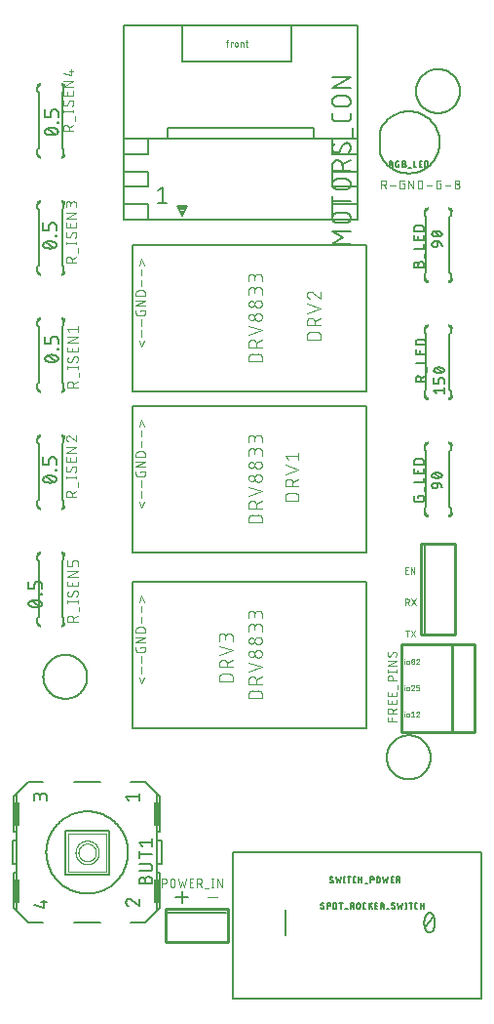
<source format=gbr>
G04 EAGLE Gerber RS-274X export*
G75*
%MOMM*%
%FSLAX34Y34*%
%LPD*%
%INSilkscreen Top*%
%IPPOS*%
%AMOC8*
5,1,8,0,0,1.08239X$1,22.5*%
G01*
%ADD10C,0.050800*%
%ADD11C,0.076200*%
%ADD12C,0.152400*%
%ADD13C,0.101600*%
%ADD14C,0.015238*%
%ADD15C,0.127000*%
%ADD16C,0.254000*%
%ADD17R,0.508000X0.254000*%
%ADD18R,0.381000X0.127000*%
%ADD19R,0.254000X0.254000*%
%ADD20C,0.177800*%
%ADD21R,0.508000X2.159000*%


D10*
X329914Y330708D02*
X327431Y330708D01*
X327431Y336296D01*
X329914Y336296D01*
X329294Y333812D02*
X327431Y333812D01*
X332175Y336296D02*
X332175Y330708D01*
X335279Y330708D02*
X332175Y336296D01*
X335279Y336296D02*
X335279Y330708D01*
X327431Y308864D02*
X327431Y303276D01*
X327431Y308864D02*
X328983Y308864D01*
X329060Y308862D01*
X329138Y308856D01*
X329214Y308847D01*
X329291Y308833D01*
X329366Y308816D01*
X329440Y308795D01*
X329514Y308770D01*
X329586Y308742D01*
X329656Y308710D01*
X329725Y308675D01*
X329792Y308636D01*
X329857Y308594D01*
X329920Y308549D01*
X329981Y308501D01*
X330039Y308450D01*
X330094Y308396D01*
X330147Y308339D01*
X330196Y308280D01*
X330243Y308218D01*
X330287Y308154D01*
X330327Y308088D01*
X330364Y308020D01*
X330398Y307950D01*
X330428Y307879D01*
X330454Y307806D01*
X330477Y307732D01*
X330496Y307657D01*
X330511Y307582D01*
X330523Y307505D01*
X330531Y307428D01*
X330535Y307351D01*
X330535Y307273D01*
X330531Y307196D01*
X330523Y307119D01*
X330511Y307042D01*
X330496Y306967D01*
X330477Y306892D01*
X330454Y306818D01*
X330428Y306745D01*
X330398Y306674D01*
X330364Y306604D01*
X330327Y306536D01*
X330287Y306470D01*
X330243Y306406D01*
X330196Y306344D01*
X330147Y306285D01*
X330094Y306228D01*
X330039Y306174D01*
X329981Y306123D01*
X329920Y306075D01*
X329857Y306030D01*
X329792Y305988D01*
X329725Y305949D01*
X329656Y305914D01*
X329586Y305882D01*
X329514Y305854D01*
X329440Y305829D01*
X329366Y305808D01*
X329291Y305791D01*
X329214Y305777D01*
X329138Y305768D01*
X329060Y305762D01*
X328983Y305760D01*
X327431Y305760D01*
X329294Y305760D02*
X330535Y303276D01*
X332571Y303276D02*
X336296Y308864D01*
X332571Y308864D02*
X336296Y303276D01*
X328983Y281432D02*
X328983Y275844D01*
X327431Y281432D02*
X330535Y281432D01*
X335966Y281432D02*
X332241Y275844D01*
X335966Y275844D02*
X332241Y281432D01*
D11*
X306451Y664591D02*
X306451Y671957D01*
X308497Y671957D01*
X308586Y671955D01*
X308675Y671949D01*
X308764Y671939D01*
X308852Y671926D01*
X308940Y671909D01*
X309027Y671887D01*
X309112Y671862D01*
X309197Y671834D01*
X309280Y671801D01*
X309362Y671765D01*
X309442Y671726D01*
X309520Y671683D01*
X309596Y671637D01*
X309671Y671587D01*
X309743Y671534D01*
X309812Y671478D01*
X309879Y671419D01*
X309944Y671358D01*
X310005Y671293D01*
X310064Y671226D01*
X310120Y671157D01*
X310173Y671085D01*
X310223Y671010D01*
X310269Y670934D01*
X310312Y670856D01*
X310351Y670776D01*
X310387Y670694D01*
X310420Y670611D01*
X310448Y670526D01*
X310473Y670441D01*
X310495Y670354D01*
X310512Y670266D01*
X310525Y670178D01*
X310535Y670089D01*
X310541Y670000D01*
X310543Y669911D01*
X310541Y669822D01*
X310535Y669733D01*
X310525Y669644D01*
X310512Y669556D01*
X310495Y669468D01*
X310473Y669381D01*
X310448Y669296D01*
X310420Y669211D01*
X310387Y669128D01*
X310351Y669046D01*
X310312Y668966D01*
X310269Y668888D01*
X310223Y668812D01*
X310173Y668737D01*
X310120Y668665D01*
X310064Y668596D01*
X310005Y668529D01*
X309944Y668464D01*
X309879Y668403D01*
X309812Y668344D01*
X309743Y668288D01*
X309671Y668235D01*
X309596Y668185D01*
X309520Y668139D01*
X309442Y668096D01*
X309362Y668057D01*
X309280Y668021D01*
X309197Y667988D01*
X309112Y667960D01*
X309027Y667935D01*
X308940Y667913D01*
X308852Y667896D01*
X308764Y667883D01*
X308675Y667873D01*
X308586Y667867D01*
X308497Y667865D01*
X306451Y667865D01*
X308906Y667865D02*
X310543Y664591D01*
X313793Y667456D02*
X318704Y667456D01*
X325114Y668683D02*
X326342Y668683D01*
X326342Y664591D01*
X323886Y664591D01*
X323808Y664593D01*
X323730Y664598D01*
X323653Y664608D01*
X323576Y664621D01*
X323500Y664637D01*
X323425Y664657D01*
X323351Y664681D01*
X323278Y664708D01*
X323206Y664739D01*
X323136Y664773D01*
X323068Y664810D01*
X323001Y664851D01*
X322936Y664895D01*
X322874Y664941D01*
X322814Y664991D01*
X322756Y665043D01*
X322701Y665098D01*
X322649Y665156D01*
X322599Y665216D01*
X322553Y665278D01*
X322509Y665343D01*
X322468Y665410D01*
X322431Y665478D01*
X322397Y665548D01*
X322366Y665620D01*
X322339Y665693D01*
X322315Y665767D01*
X322295Y665842D01*
X322279Y665918D01*
X322266Y665995D01*
X322256Y666072D01*
X322251Y666150D01*
X322249Y666228D01*
X322249Y670320D01*
X322251Y670400D01*
X322257Y670480D01*
X322267Y670560D01*
X322280Y670639D01*
X322298Y670718D01*
X322319Y670795D01*
X322345Y670871D01*
X322374Y670946D01*
X322406Y671020D01*
X322442Y671092D01*
X322482Y671162D01*
X322525Y671229D01*
X322571Y671295D01*
X322621Y671358D01*
X322673Y671419D01*
X322728Y671478D01*
X322787Y671533D01*
X322847Y671585D01*
X322911Y671635D01*
X322977Y671681D01*
X323044Y671724D01*
X323114Y671764D01*
X323186Y671800D01*
X323260Y671832D01*
X323334Y671861D01*
X323411Y671887D01*
X323488Y671908D01*
X323567Y671926D01*
X323646Y671939D01*
X323726Y671949D01*
X323806Y671955D01*
X323886Y671957D01*
X326342Y671957D01*
X330052Y671957D02*
X330052Y664591D01*
X334144Y664591D02*
X330052Y671957D01*
X334144Y671957D02*
X334144Y664591D01*
X337855Y664591D02*
X337855Y671957D01*
X339901Y671957D01*
X339990Y671955D01*
X340079Y671949D01*
X340168Y671939D01*
X340256Y671926D01*
X340344Y671909D01*
X340431Y671887D01*
X340516Y671862D01*
X340601Y671834D01*
X340684Y671801D01*
X340766Y671765D01*
X340846Y671726D01*
X340924Y671683D01*
X341000Y671637D01*
X341075Y671587D01*
X341147Y671534D01*
X341216Y671478D01*
X341283Y671419D01*
X341348Y671358D01*
X341409Y671293D01*
X341468Y671226D01*
X341524Y671157D01*
X341577Y671085D01*
X341627Y671010D01*
X341673Y670934D01*
X341716Y670856D01*
X341755Y670776D01*
X341791Y670694D01*
X341824Y670611D01*
X341852Y670526D01*
X341877Y670441D01*
X341899Y670354D01*
X341916Y670266D01*
X341929Y670178D01*
X341939Y670089D01*
X341945Y670000D01*
X341947Y669911D01*
X341947Y666637D01*
X341945Y666548D01*
X341939Y666459D01*
X341929Y666370D01*
X341916Y666282D01*
X341899Y666194D01*
X341877Y666107D01*
X341852Y666022D01*
X341824Y665937D01*
X341791Y665854D01*
X341755Y665772D01*
X341716Y665692D01*
X341673Y665614D01*
X341627Y665538D01*
X341577Y665463D01*
X341524Y665391D01*
X341468Y665322D01*
X341409Y665255D01*
X341348Y665190D01*
X341283Y665129D01*
X341216Y665070D01*
X341147Y665014D01*
X341075Y664961D01*
X341000Y664911D01*
X340924Y664865D01*
X340846Y664822D01*
X340766Y664783D01*
X340684Y664747D01*
X340601Y664714D01*
X340516Y664686D01*
X340431Y664661D01*
X340344Y664639D01*
X340256Y664622D01*
X340168Y664609D01*
X340079Y664599D01*
X339990Y664593D01*
X339901Y664591D01*
X337855Y664591D01*
X345493Y667456D02*
X350403Y667456D01*
X356813Y668683D02*
X358041Y668683D01*
X358041Y664591D01*
X355585Y664591D01*
X355507Y664593D01*
X355429Y664598D01*
X355352Y664608D01*
X355275Y664621D01*
X355199Y664637D01*
X355124Y664657D01*
X355050Y664681D01*
X354977Y664708D01*
X354905Y664739D01*
X354835Y664773D01*
X354767Y664810D01*
X354700Y664851D01*
X354635Y664895D01*
X354573Y664941D01*
X354513Y664991D01*
X354455Y665043D01*
X354400Y665098D01*
X354348Y665156D01*
X354298Y665216D01*
X354252Y665278D01*
X354208Y665343D01*
X354167Y665410D01*
X354130Y665478D01*
X354096Y665548D01*
X354065Y665620D01*
X354038Y665693D01*
X354014Y665767D01*
X353994Y665842D01*
X353978Y665918D01*
X353965Y665995D01*
X353955Y666072D01*
X353950Y666150D01*
X353948Y666228D01*
X353948Y670320D01*
X353950Y670400D01*
X353956Y670480D01*
X353966Y670560D01*
X353979Y670639D01*
X353997Y670718D01*
X354018Y670795D01*
X354044Y670871D01*
X354073Y670946D01*
X354105Y671020D01*
X354141Y671092D01*
X354181Y671162D01*
X354224Y671229D01*
X354270Y671295D01*
X354320Y671358D01*
X354372Y671419D01*
X354427Y671478D01*
X354486Y671533D01*
X354546Y671585D01*
X354610Y671635D01*
X354676Y671681D01*
X354743Y671724D01*
X354813Y671764D01*
X354885Y671800D01*
X354959Y671832D01*
X355033Y671861D01*
X355110Y671887D01*
X355187Y671908D01*
X355266Y671926D01*
X355345Y671939D01*
X355425Y671949D01*
X355505Y671955D01*
X355585Y671957D01*
X358041Y671957D01*
X361586Y667456D02*
X366497Y667456D01*
X370160Y668683D02*
X372206Y668683D01*
X372295Y668681D01*
X372384Y668675D01*
X372473Y668665D01*
X372561Y668652D01*
X372649Y668635D01*
X372736Y668613D01*
X372821Y668588D01*
X372906Y668560D01*
X372989Y668527D01*
X373071Y668491D01*
X373151Y668452D01*
X373229Y668409D01*
X373305Y668363D01*
X373380Y668313D01*
X373452Y668260D01*
X373521Y668204D01*
X373588Y668145D01*
X373653Y668084D01*
X373714Y668019D01*
X373773Y667952D01*
X373829Y667883D01*
X373882Y667811D01*
X373932Y667736D01*
X373978Y667660D01*
X374021Y667582D01*
X374060Y667502D01*
X374096Y667420D01*
X374129Y667337D01*
X374157Y667252D01*
X374182Y667167D01*
X374204Y667080D01*
X374221Y666992D01*
X374234Y666904D01*
X374244Y666815D01*
X374250Y666726D01*
X374252Y666637D01*
X374250Y666548D01*
X374244Y666459D01*
X374234Y666370D01*
X374221Y666282D01*
X374204Y666194D01*
X374182Y666107D01*
X374157Y666022D01*
X374129Y665937D01*
X374096Y665854D01*
X374060Y665772D01*
X374021Y665692D01*
X373978Y665614D01*
X373932Y665538D01*
X373882Y665463D01*
X373829Y665391D01*
X373773Y665322D01*
X373714Y665255D01*
X373653Y665190D01*
X373588Y665129D01*
X373521Y665070D01*
X373452Y665014D01*
X373380Y664961D01*
X373305Y664911D01*
X373229Y664865D01*
X373151Y664822D01*
X373071Y664783D01*
X372989Y664747D01*
X372906Y664714D01*
X372821Y664686D01*
X372736Y664661D01*
X372649Y664639D01*
X372561Y664622D01*
X372473Y664609D01*
X372384Y664599D01*
X372295Y664593D01*
X372206Y664591D01*
X370160Y664591D01*
X370160Y671957D01*
X372206Y671957D01*
X372285Y671955D01*
X372364Y671949D01*
X372443Y671940D01*
X372521Y671927D01*
X372598Y671909D01*
X372674Y671889D01*
X372749Y671864D01*
X372823Y671836D01*
X372896Y671805D01*
X372967Y671769D01*
X373036Y671731D01*
X373103Y671689D01*
X373168Y671644D01*
X373231Y671596D01*
X373292Y671545D01*
X373349Y671491D01*
X373405Y671435D01*
X373457Y671376D01*
X373507Y671314D01*
X373553Y671250D01*
X373597Y671184D01*
X373637Y671116D01*
X373673Y671046D01*
X373707Y670974D01*
X373737Y670900D01*
X373763Y670826D01*
X373786Y670750D01*
X373804Y670673D01*
X373820Y670596D01*
X373831Y670517D01*
X373839Y670439D01*
X373843Y670360D01*
X373843Y670280D01*
X373839Y670201D01*
X373831Y670123D01*
X373820Y670044D01*
X373804Y669967D01*
X373786Y669890D01*
X373763Y669814D01*
X373737Y669740D01*
X373707Y669666D01*
X373673Y669594D01*
X373637Y669524D01*
X373597Y669456D01*
X373553Y669390D01*
X373507Y669326D01*
X373457Y669264D01*
X373405Y669205D01*
X373349Y669149D01*
X373292Y669095D01*
X373231Y669044D01*
X373168Y668996D01*
X373103Y668951D01*
X373036Y668909D01*
X372967Y668871D01*
X372896Y668835D01*
X372823Y668804D01*
X372749Y668776D01*
X372674Y668751D01*
X372598Y668731D01*
X372521Y668713D01*
X372443Y668700D01*
X372364Y668691D01*
X372285Y668685D01*
X372206Y668683D01*
D12*
X336550Y749300D02*
X336556Y749768D01*
X336573Y750235D01*
X336602Y750701D01*
X336642Y751167D01*
X336693Y751632D01*
X336756Y752095D01*
X336830Y752557D01*
X336916Y753016D01*
X337013Y753474D01*
X337121Y753929D01*
X337240Y754381D01*
X337370Y754830D01*
X337511Y755276D01*
X337664Y755718D01*
X337826Y756156D01*
X338000Y756590D01*
X338184Y757020D01*
X338379Y757445D01*
X338584Y757865D01*
X338799Y758280D01*
X339025Y758690D01*
X339260Y759094D01*
X339506Y759492D01*
X339761Y759884D01*
X340025Y760269D01*
X340299Y760648D01*
X340582Y761020D01*
X340874Y761385D01*
X341175Y761743D01*
X341485Y762093D01*
X341803Y762436D01*
X342130Y762770D01*
X342464Y763097D01*
X342807Y763415D01*
X343157Y763725D01*
X343515Y764026D01*
X343880Y764318D01*
X344252Y764601D01*
X344631Y764875D01*
X345016Y765139D01*
X345408Y765394D01*
X345806Y765640D01*
X346210Y765875D01*
X346620Y766101D01*
X347035Y766316D01*
X347455Y766521D01*
X347880Y766716D01*
X348310Y766900D01*
X348744Y767074D01*
X349182Y767236D01*
X349624Y767389D01*
X350070Y767530D01*
X350519Y767660D01*
X350971Y767779D01*
X351426Y767887D01*
X351884Y767984D01*
X352343Y768070D01*
X352805Y768144D01*
X353268Y768207D01*
X353733Y768258D01*
X354199Y768298D01*
X354665Y768327D01*
X355132Y768344D01*
X355600Y768350D01*
X356068Y768344D01*
X356535Y768327D01*
X357001Y768298D01*
X357467Y768258D01*
X357932Y768207D01*
X358395Y768144D01*
X358857Y768070D01*
X359316Y767984D01*
X359774Y767887D01*
X360229Y767779D01*
X360681Y767660D01*
X361130Y767530D01*
X361576Y767389D01*
X362018Y767236D01*
X362456Y767074D01*
X362890Y766900D01*
X363320Y766716D01*
X363745Y766521D01*
X364165Y766316D01*
X364580Y766101D01*
X364990Y765875D01*
X365394Y765640D01*
X365792Y765394D01*
X366184Y765139D01*
X366569Y764875D01*
X366948Y764601D01*
X367320Y764318D01*
X367685Y764026D01*
X368043Y763725D01*
X368393Y763415D01*
X368736Y763097D01*
X369070Y762770D01*
X369397Y762436D01*
X369715Y762093D01*
X370025Y761743D01*
X370326Y761385D01*
X370618Y761020D01*
X370901Y760648D01*
X371175Y760269D01*
X371439Y759884D01*
X371694Y759492D01*
X371940Y759094D01*
X372175Y758690D01*
X372401Y758280D01*
X372616Y757865D01*
X372821Y757445D01*
X373016Y757020D01*
X373200Y756590D01*
X373374Y756156D01*
X373536Y755718D01*
X373689Y755276D01*
X373830Y754830D01*
X373960Y754381D01*
X374079Y753929D01*
X374187Y753474D01*
X374284Y753016D01*
X374370Y752557D01*
X374444Y752095D01*
X374507Y751632D01*
X374558Y751167D01*
X374598Y750701D01*
X374627Y750235D01*
X374644Y749768D01*
X374650Y749300D01*
X374644Y748832D01*
X374627Y748365D01*
X374598Y747899D01*
X374558Y747433D01*
X374507Y746968D01*
X374444Y746505D01*
X374370Y746043D01*
X374284Y745584D01*
X374187Y745126D01*
X374079Y744671D01*
X373960Y744219D01*
X373830Y743770D01*
X373689Y743324D01*
X373536Y742882D01*
X373374Y742444D01*
X373200Y742010D01*
X373016Y741580D01*
X372821Y741155D01*
X372616Y740735D01*
X372401Y740320D01*
X372175Y739910D01*
X371940Y739506D01*
X371694Y739108D01*
X371439Y738716D01*
X371175Y738331D01*
X370901Y737952D01*
X370618Y737580D01*
X370326Y737215D01*
X370025Y736857D01*
X369715Y736507D01*
X369397Y736164D01*
X369070Y735830D01*
X368736Y735503D01*
X368393Y735185D01*
X368043Y734875D01*
X367685Y734574D01*
X367320Y734282D01*
X366948Y733999D01*
X366569Y733725D01*
X366184Y733461D01*
X365792Y733206D01*
X365394Y732960D01*
X364990Y732725D01*
X364580Y732499D01*
X364165Y732284D01*
X363745Y732079D01*
X363320Y731884D01*
X362890Y731700D01*
X362456Y731526D01*
X362018Y731364D01*
X361576Y731211D01*
X361130Y731070D01*
X360681Y730940D01*
X360229Y730821D01*
X359774Y730713D01*
X359316Y730616D01*
X358857Y730530D01*
X358395Y730456D01*
X357932Y730393D01*
X357467Y730342D01*
X357001Y730302D01*
X356535Y730273D01*
X356068Y730256D01*
X355600Y730250D01*
X355132Y730256D01*
X354665Y730273D01*
X354199Y730302D01*
X353733Y730342D01*
X353268Y730393D01*
X352805Y730456D01*
X352343Y730530D01*
X351884Y730616D01*
X351426Y730713D01*
X350971Y730821D01*
X350519Y730940D01*
X350070Y731070D01*
X349624Y731211D01*
X349182Y731364D01*
X348744Y731526D01*
X348310Y731700D01*
X347880Y731884D01*
X347455Y732079D01*
X347035Y732284D01*
X346620Y732499D01*
X346210Y732725D01*
X345806Y732960D01*
X345408Y733206D01*
X345016Y733461D01*
X344631Y733725D01*
X344252Y733999D01*
X343880Y734282D01*
X343515Y734574D01*
X343157Y734875D01*
X342807Y735185D01*
X342464Y735503D01*
X342130Y735830D01*
X341803Y736164D01*
X341485Y736507D01*
X341175Y736857D01*
X340874Y737215D01*
X340582Y737580D01*
X340299Y737952D01*
X340025Y738331D01*
X339761Y738716D01*
X339506Y739108D01*
X339260Y739506D01*
X339025Y739910D01*
X338799Y740320D01*
X338584Y740735D01*
X338379Y741155D01*
X338184Y741580D01*
X338000Y742010D01*
X337826Y742444D01*
X337664Y742882D01*
X337511Y743324D01*
X337370Y743770D01*
X337240Y744219D01*
X337121Y744671D01*
X337013Y745126D01*
X336916Y745584D01*
X336830Y746043D01*
X336756Y746505D01*
X336693Y746968D01*
X336642Y747433D01*
X336602Y747899D01*
X336573Y748365D01*
X336556Y748832D01*
X336550Y749300D01*
X311150Y171450D02*
X311156Y171918D01*
X311173Y172385D01*
X311202Y172851D01*
X311242Y173317D01*
X311293Y173782D01*
X311356Y174245D01*
X311430Y174707D01*
X311516Y175166D01*
X311613Y175624D01*
X311721Y176079D01*
X311840Y176531D01*
X311970Y176980D01*
X312111Y177426D01*
X312264Y177868D01*
X312426Y178306D01*
X312600Y178740D01*
X312784Y179170D01*
X312979Y179595D01*
X313184Y180015D01*
X313399Y180430D01*
X313625Y180840D01*
X313860Y181244D01*
X314106Y181642D01*
X314361Y182034D01*
X314625Y182419D01*
X314899Y182798D01*
X315182Y183170D01*
X315474Y183535D01*
X315775Y183893D01*
X316085Y184243D01*
X316403Y184586D01*
X316730Y184920D01*
X317064Y185247D01*
X317407Y185565D01*
X317757Y185875D01*
X318115Y186176D01*
X318480Y186468D01*
X318852Y186751D01*
X319231Y187025D01*
X319616Y187289D01*
X320008Y187544D01*
X320406Y187790D01*
X320810Y188025D01*
X321220Y188251D01*
X321635Y188466D01*
X322055Y188671D01*
X322480Y188866D01*
X322910Y189050D01*
X323344Y189224D01*
X323782Y189386D01*
X324224Y189539D01*
X324670Y189680D01*
X325119Y189810D01*
X325571Y189929D01*
X326026Y190037D01*
X326484Y190134D01*
X326943Y190220D01*
X327405Y190294D01*
X327868Y190357D01*
X328333Y190408D01*
X328799Y190448D01*
X329265Y190477D01*
X329732Y190494D01*
X330200Y190500D01*
X330668Y190494D01*
X331135Y190477D01*
X331601Y190448D01*
X332067Y190408D01*
X332532Y190357D01*
X332995Y190294D01*
X333457Y190220D01*
X333916Y190134D01*
X334374Y190037D01*
X334829Y189929D01*
X335281Y189810D01*
X335730Y189680D01*
X336176Y189539D01*
X336618Y189386D01*
X337056Y189224D01*
X337490Y189050D01*
X337920Y188866D01*
X338345Y188671D01*
X338765Y188466D01*
X339180Y188251D01*
X339590Y188025D01*
X339994Y187790D01*
X340392Y187544D01*
X340784Y187289D01*
X341169Y187025D01*
X341548Y186751D01*
X341920Y186468D01*
X342285Y186176D01*
X342643Y185875D01*
X342993Y185565D01*
X343336Y185247D01*
X343670Y184920D01*
X343997Y184586D01*
X344315Y184243D01*
X344625Y183893D01*
X344926Y183535D01*
X345218Y183170D01*
X345501Y182798D01*
X345775Y182419D01*
X346039Y182034D01*
X346294Y181642D01*
X346540Y181244D01*
X346775Y180840D01*
X347001Y180430D01*
X347216Y180015D01*
X347421Y179595D01*
X347616Y179170D01*
X347800Y178740D01*
X347974Y178306D01*
X348136Y177868D01*
X348289Y177426D01*
X348430Y176980D01*
X348560Y176531D01*
X348679Y176079D01*
X348787Y175624D01*
X348884Y175166D01*
X348970Y174707D01*
X349044Y174245D01*
X349107Y173782D01*
X349158Y173317D01*
X349198Y172851D01*
X349227Y172385D01*
X349244Y171918D01*
X349250Y171450D01*
X349244Y170982D01*
X349227Y170515D01*
X349198Y170049D01*
X349158Y169583D01*
X349107Y169118D01*
X349044Y168655D01*
X348970Y168193D01*
X348884Y167734D01*
X348787Y167276D01*
X348679Y166821D01*
X348560Y166369D01*
X348430Y165920D01*
X348289Y165474D01*
X348136Y165032D01*
X347974Y164594D01*
X347800Y164160D01*
X347616Y163730D01*
X347421Y163305D01*
X347216Y162885D01*
X347001Y162470D01*
X346775Y162060D01*
X346540Y161656D01*
X346294Y161258D01*
X346039Y160866D01*
X345775Y160481D01*
X345501Y160102D01*
X345218Y159730D01*
X344926Y159365D01*
X344625Y159007D01*
X344315Y158657D01*
X343997Y158314D01*
X343670Y157980D01*
X343336Y157653D01*
X342993Y157335D01*
X342643Y157025D01*
X342285Y156724D01*
X341920Y156432D01*
X341548Y156149D01*
X341169Y155875D01*
X340784Y155611D01*
X340392Y155356D01*
X339994Y155110D01*
X339590Y154875D01*
X339180Y154649D01*
X338765Y154434D01*
X338345Y154229D01*
X337920Y154034D01*
X337490Y153850D01*
X337056Y153676D01*
X336618Y153514D01*
X336176Y153361D01*
X335730Y153220D01*
X335281Y153090D01*
X334829Y152971D01*
X334374Y152863D01*
X333916Y152766D01*
X333457Y152680D01*
X332995Y152606D01*
X332532Y152543D01*
X332067Y152492D01*
X331601Y152452D01*
X331135Y152423D01*
X330668Y152406D01*
X330200Y152400D01*
X329732Y152406D01*
X329265Y152423D01*
X328799Y152452D01*
X328333Y152492D01*
X327868Y152543D01*
X327405Y152606D01*
X326943Y152680D01*
X326484Y152766D01*
X326026Y152863D01*
X325571Y152971D01*
X325119Y153090D01*
X324670Y153220D01*
X324224Y153361D01*
X323782Y153514D01*
X323344Y153676D01*
X322910Y153850D01*
X322480Y154034D01*
X322055Y154229D01*
X321635Y154434D01*
X321220Y154649D01*
X320810Y154875D01*
X320406Y155110D01*
X320008Y155356D01*
X319616Y155611D01*
X319231Y155875D01*
X318852Y156149D01*
X318480Y156432D01*
X318115Y156724D01*
X317757Y157025D01*
X317407Y157335D01*
X317064Y157653D01*
X316730Y157980D01*
X316403Y158314D01*
X316085Y158657D01*
X315775Y159007D01*
X315474Y159365D01*
X315182Y159730D01*
X314899Y160102D01*
X314625Y160481D01*
X314361Y160866D01*
X314106Y161258D01*
X313860Y161656D01*
X313625Y162060D01*
X313399Y162470D01*
X313184Y162885D01*
X312979Y163305D01*
X312784Y163730D01*
X312600Y164160D01*
X312426Y164594D01*
X312264Y165032D01*
X312111Y165474D01*
X311970Y165920D01*
X311840Y166369D01*
X311721Y166821D01*
X311613Y167276D01*
X311516Y167734D01*
X311430Y168193D01*
X311356Y168655D01*
X311293Y169118D01*
X311242Y169583D01*
X311202Y170049D01*
X311173Y170515D01*
X311156Y170982D01*
X311150Y171450D01*
X12700Y241300D02*
X12706Y241768D01*
X12723Y242235D01*
X12752Y242701D01*
X12792Y243167D01*
X12843Y243632D01*
X12906Y244095D01*
X12980Y244557D01*
X13066Y245016D01*
X13163Y245474D01*
X13271Y245929D01*
X13390Y246381D01*
X13520Y246830D01*
X13661Y247276D01*
X13814Y247718D01*
X13976Y248156D01*
X14150Y248590D01*
X14334Y249020D01*
X14529Y249445D01*
X14734Y249865D01*
X14949Y250280D01*
X15175Y250690D01*
X15410Y251094D01*
X15656Y251492D01*
X15911Y251884D01*
X16175Y252269D01*
X16449Y252648D01*
X16732Y253020D01*
X17024Y253385D01*
X17325Y253743D01*
X17635Y254093D01*
X17953Y254436D01*
X18280Y254770D01*
X18614Y255097D01*
X18957Y255415D01*
X19307Y255725D01*
X19665Y256026D01*
X20030Y256318D01*
X20402Y256601D01*
X20781Y256875D01*
X21166Y257139D01*
X21558Y257394D01*
X21956Y257640D01*
X22360Y257875D01*
X22770Y258101D01*
X23185Y258316D01*
X23605Y258521D01*
X24030Y258716D01*
X24460Y258900D01*
X24894Y259074D01*
X25332Y259236D01*
X25774Y259389D01*
X26220Y259530D01*
X26669Y259660D01*
X27121Y259779D01*
X27576Y259887D01*
X28034Y259984D01*
X28493Y260070D01*
X28955Y260144D01*
X29418Y260207D01*
X29883Y260258D01*
X30349Y260298D01*
X30815Y260327D01*
X31282Y260344D01*
X31750Y260350D01*
X32218Y260344D01*
X32685Y260327D01*
X33151Y260298D01*
X33617Y260258D01*
X34082Y260207D01*
X34545Y260144D01*
X35007Y260070D01*
X35466Y259984D01*
X35924Y259887D01*
X36379Y259779D01*
X36831Y259660D01*
X37280Y259530D01*
X37726Y259389D01*
X38168Y259236D01*
X38606Y259074D01*
X39040Y258900D01*
X39470Y258716D01*
X39895Y258521D01*
X40315Y258316D01*
X40730Y258101D01*
X41140Y257875D01*
X41544Y257640D01*
X41942Y257394D01*
X42334Y257139D01*
X42719Y256875D01*
X43098Y256601D01*
X43470Y256318D01*
X43835Y256026D01*
X44193Y255725D01*
X44543Y255415D01*
X44886Y255097D01*
X45220Y254770D01*
X45547Y254436D01*
X45865Y254093D01*
X46175Y253743D01*
X46476Y253385D01*
X46768Y253020D01*
X47051Y252648D01*
X47325Y252269D01*
X47589Y251884D01*
X47844Y251492D01*
X48090Y251094D01*
X48325Y250690D01*
X48551Y250280D01*
X48766Y249865D01*
X48971Y249445D01*
X49166Y249020D01*
X49350Y248590D01*
X49524Y248156D01*
X49686Y247718D01*
X49839Y247276D01*
X49980Y246830D01*
X50110Y246381D01*
X50229Y245929D01*
X50337Y245474D01*
X50434Y245016D01*
X50520Y244557D01*
X50594Y244095D01*
X50657Y243632D01*
X50708Y243167D01*
X50748Y242701D01*
X50777Y242235D01*
X50794Y241768D01*
X50800Y241300D01*
X50794Y240832D01*
X50777Y240365D01*
X50748Y239899D01*
X50708Y239433D01*
X50657Y238968D01*
X50594Y238505D01*
X50520Y238043D01*
X50434Y237584D01*
X50337Y237126D01*
X50229Y236671D01*
X50110Y236219D01*
X49980Y235770D01*
X49839Y235324D01*
X49686Y234882D01*
X49524Y234444D01*
X49350Y234010D01*
X49166Y233580D01*
X48971Y233155D01*
X48766Y232735D01*
X48551Y232320D01*
X48325Y231910D01*
X48090Y231506D01*
X47844Y231108D01*
X47589Y230716D01*
X47325Y230331D01*
X47051Y229952D01*
X46768Y229580D01*
X46476Y229215D01*
X46175Y228857D01*
X45865Y228507D01*
X45547Y228164D01*
X45220Y227830D01*
X44886Y227503D01*
X44543Y227185D01*
X44193Y226875D01*
X43835Y226574D01*
X43470Y226282D01*
X43098Y225999D01*
X42719Y225725D01*
X42334Y225461D01*
X41942Y225206D01*
X41544Y224960D01*
X41140Y224725D01*
X40730Y224499D01*
X40315Y224284D01*
X39895Y224079D01*
X39470Y223884D01*
X39040Y223700D01*
X38606Y223526D01*
X38168Y223364D01*
X37726Y223211D01*
X37280Y223070D01*
X36831Y222940D01*
X36379Y222821D01*
X35924Y222713D01*
X35466Y222616D01*
X35007Y222530D01*
X34545Y222456D01*
X34082Y222393D01*
X33617Y222342D01*
X33151Y222302D01*
X32685Y222273D01*
X32218Y222256D01*
X31750Y222250D01*
X31282Y222256D01*
X30815Y222273D01*
X30349Y222302D01*
X29883Y222342D01*
X29418Y222393D01*
X28955Y222456D01*
X28493Y222530D01*
X28034Y222616D01*
X27576Y222713D01*
X27121Y222821D01*
X26669Y222940D01*
X26220Y223070D01*
X25774Y223211D01*
X25332Y223364D01*
X24894Y223526D01*
X24460Y223700D01*
X24030Y223884D01*
X23605Y224079D01*
X23185Y224284D01*
X22770Y224499D01*
X22360Y224725D01*
X21956Y224960D01*
X21558Y225206D01*
X21166Y225461D01*
X20781Y225725D01*
X20402Y225999D01*
X20030Y226282D01*
X19665Y226574D01*
X19307Y226875D01*
X18957Y227185D01*
X18614Y227503D01*
X18280Y227830D01*
X17953Y228164D01*
X17635Y228507D01*
X17325Y228857D01*
X17024Y229215D01*
X16732Y229580D01*
X16449Y229952D01*
X16175Y230331D01*
X15911Y230716D01*
X15656Y231108D01*
X15410Y231506D01*
X15175Y231910D01*
X14949Y232320D01*
X14734Y232735D01*
X14529Y233155D01*
X14334Y233580D01*
X14150Y234010D01*
X13976Y234444D01*
X13814Y234882D01*
X13661Y235324D01*
X13520Y235770D01*
X13390Y236219D01*
X13271Y236671D01*
X13163Y237126D01*
X13066Y237584D01*
X12980Y238043D01*
X12906Y238505D01*
X12843Y238968D01*
X12792Y239433D01*
X12752Y239899D01*
X12723Y240365D01*
X12706Y240832D01*
X12700Y241300D01*
X127762Y50264D02*
X138599Y50264D01*
X133181Y44845D02*
X133181Y55682D01*
D13*
X155448Y50094D02*
X164253Y50094D01*
D10*
X326466Y252349D02*
X326466Y255397D01*
X326339Y256667D02*
X326339Y256921D01*
X326593Y256921D01*
X326593Y256667D01*
X326339Y256667D01*
X328346Y254381D02*
X328346Y253365D01*
X328346Y254381D02*
X328348Y254444D01*
X328354Y254506D01*
X328363Y254568D01*
X328377Y254629D01*
X328394Y254689D01*
X328415Y254748D01*
X328439Y254806D01*
X328467Y254862D01*
X328498Y254916D01*
X328533Y254968D01*
X328570Y255018D01*
X328611Y255065D01*
X328655Y255110D01*
X328701Y255153D01*
X328750Y255192D01*
X328801Y255228D01*
X328854Y255261D01*
X328909Y255290D01*
X328966Y255317D01*
X329024Y255339D01*
X329084Y255358D01*
X329145Y255373D01*
X329206Y255385D01*
X329268Y255393D01*
X329331Y255397D01*
X329393Y255397D01*
X329456Y255393D01*
X329518Y255385D01*
X329579Y255373D01*
X329640Y255358D01*
X329700Y255339D01*
X329758Y255317D01*
X329815Y255290D01*
X329870Y255261D01*
X329923Y255228D01*
X329974Y255192D01*
X330023Y255153D01*
X330069Y255110D01*
X330113Y255065D01*
X330154Y255018D01*
X330191Y254968D01*
X330226Y254916D01*
X330257Y254862D01*
X330285Y254806D01*
X330309Y254748D01*
X330330Y254689D01*
X330347Y254629D01*
X330361Y254568D01*
X330370Y254506D01*
X330376Y254444D01*
X330378Y254381D01*
X330378Y253365D01*
X330376Y253302D01*
X330370Y253240D01*
X330361Y253178D01*
X330347Y253117D01*
X330330Y253057D01*
X330309Y252998D01*
X330285Y252940D01*
X330257Y252884D01*
X330226Y252830D01*
X330191Y252778D01*
X330154Y252728D01*
X330113Y252681D01*
X330069Y252636D01*
X330023Y252593D01*
X329974Y252554D01*
X329923Y252518D01*
X329870Y252485D01*
X329815Y252456D01*
X329758Y252429D01*
X329700Y252407D01*
X329640Y252388D01*
X329579Y252373D01*
X329518Y252361D01*
X329456Y252353D01*
X329393Y252349D01*
X329331Y252349D01*
X329268Y252353D01*
X329206Y252361D01*
X329145Y252373D01*
X329084Y252388D01*
X329024Y252407D01*
X328966Y252429D01*
X328909Y252456D01*
X328854Y252485D01*
X328801Y252518D01*
X328750Y252554D01*
X328701Y252593D01*
X328655Y252636D01*
X328611Y252681D01*
X328570Y252728D01*
X328533Y252778D01*
X328498Y252830D01*
X328467Y252884D01*
X328439Y252940D01*
X328415Y252998D01*
X328394Y253057D01*
X328377Y253117D01*
X328363Y253178D01*
X328354Y253240D01*
X328348Y253302D01*
X328346Y253365D01*
X332359Y254635D02*
X332361Y254757D01*
X332367Y254879D01*
X332377Y255001D01*
X332391Y255122D01*
X332408Y255243D01*
X332430Y255363D01*
X332455Y255482D01*
X332485Y255601D01*
X332518Y255718D01*
X332555Y255835D01*
X332596Y255950D01*
X332640Y256063D01*
X332688Y256176D01*
X332740Y256286D01*
X332760Y256340D01*
X332784Y256394D01*
X332812Y256445D01*
X332842Y256495D01*
X332875Y256543D01*
X332912Y256588D01*
X332951Y256632D01*
X332992Y256672D01*
X333036Y256711D01*
X333083Y256746D01*
X333131Y256778D01*
X333181Y256808D01*
X333234Y256834D01*
X333287Y256857D01*
X333342Y256876D01*
X333398Y256892D01*
X333455Y256905D01*
X333513Y256914D01*
X333571Y256919D01*
X333629Y256921D01*
X333687Y256919D01*
X333745Y256914D01*
X333803Y256905D01*
X333860Y256892D01*
X333916Y256876D01*
X333971Y256857D01*
X334024Y256834D01*
X334077Y256808D01*
X334127Y256778D01*
X334175Y256746D01*
X334222Y256711D01*
X334266Y256672D01*
X334307Y256632D01*
X334346Y256588D01*
X334383Y256543D01*
X334416Y256495D01*
X334446Y256445D01*
X334474Y256394D01*
X334498Y256340D01*
X334518Y256286D01*
X334570Y256176D01*
X334618Y256063D01*
X334662Y255950D01*
X334703Y255835D01*
X334740Y255718D01*
X334773Y255601D01*
X334803Y255482D01*
X334828Y255363D01*
X334850Y255243D01*
X334867Y255122D01*
X334881Y255001D01*
X334891Y254879D01*
X334897Y254757D01*
X334899Y254635D01*
X332359Y254635D02*
X332361Y254513D01*
X332367Y254391D01*
X332377Y254269D01*
X332391Y254148D01*
X332408Y254027D01*
X332430Y253907D01*
X332455Y253788D01*
X332485Y253669D01*
X332518Y253552D01*
X332555Y253435D01*
X332596Y253320D01*
X332640Y253207D01*
X332688Y253094D01*
X332740Y252984D01*
X332760Y252930D01*
X332784Y252876D01*
X332812Y252825D01*
X332842Y252775D01*
X332875Y252727D01*
X332912Y252682D01*
X332951Y252638D01*
X332992Y252598D01*
X333036Y252559D01*
X333083Y252524D01*
X333131Y252492D01*
X333181Y252462D01*
X333234Y252436D01*
X333287Y252413D01*
X333342Y252394D01*
X333398Y252378D01*
X333455Y252365D01*
X333513Y252356D01*
X333571Y252351D01*
X333629Y252349D01*
X334518Y252984D02*
X334570Y253094D01*
X334618Y253207D01*
X334662Y253320D01*
X334703Y253435D01*
X334740Y253552D01*
X334773Y253669D01*
X334803Y253788D01*
X334828Y253907D01*
X334850Y254027D01*
X334867Y254148D01*
X334881Y254269D01*
X334891Y254391D01*
X334897Y254513D01*
X334899Y254635D01*
X334518Y252984D02*
X334498Y252930D01*
X334474Y252876D01*
X334446Y252825D01*
X334416Y252775D01*
X334383Y252727D01*
X334346Y252682D01*
X334307Y252638D01*
X334266Y252598D01*
X334222Y252559D01*
X334175Y252524D01*
X334127Y252492D01*
X334077Y252462D01*
X334024Y252436D01*
X333971Y252413D01*
X333916Y252394D01*
X333860Y252378D01*
X333803Y252365D01*
X333745Y252356D01*
X333687Y252351D01*
X333629Y252349D01*
X332613Y253365D02*
X334645Y255905D01*
X338328Y256921D02*
X338394Y256919D01*
X338461Y256913D01*
X338526Y256904D01*
X338592Y256890D01*
X338656Y256873D01*
X338719Y256852D01*
X338781Y256828D01*
X338841Y256799D01*
X338900Y256768D01*
X338956Y256733D01*
X339011Y256695D01*
X339063Y256654D01*
X339112Y256609D01*
X339159Y256562D01*
X339204Y256513D01*
X339245Y256461D01*
X339283Y256406D01*
X339318Y256350D01*
X339349Y256291D01*
X339378Y256231D01*
X339402Y256169D01*
X339423Y256106D01*
X339440Y256042D01*
X339454Y255976D01*
X339463Y255911D01*
X339469Y255844D01*
X339471Y255778D01*
X338328Y256921D02*
X338254Y256919D01*
X338181Y256914D01*
X338107Y256904D01*
X338035Y256891D01*
X337963Y256875D01*
X337892Y256855D01*
X337822Y256831D01*
X337753Y256804D01*
X337686Y256773D01*
X337620Y256739D01*
X337557Y256702D01*
X337495Y256662D01*
X337435Y256618D01*
X337378Y256572D01*
X337322Y256523D01*
X337270Y256471D01*
X337220Y256416D01*
X337173Y256359D01*
X337129Y256300D01*
X337088Y256239D01*
X337050Y256175D01*
X337015Y256110D01*
X336984Y256043D01*
X336956Y255975D01*
X336931Y255905D01*
X339090Y254889D02*
X339137Y254936D01*
X339181Y254985D01*
X339222Y255037D01*
X339261Y255091D01*
X339296Y255147D01*
X339329Y255205D01*
X339358Y255264D01*
X339384Y255325D01*
X339407Y255387D01*
X339427Y255451D01*
X339442Y255515D01*
X339455Y255580D01*
X339464Y255646D01*
X339469Y255712D01*
X339471Y255778D01*
X339090Y254889D02*
X336931Y252349D01*
X339471Y252349D01*
X326466Y232537D02*
X326466Y229489D01*
X326339Y233807D02*
X326339Y234061D01*
X326593Y234061D01*
X326593Y233807D01*
X326339Y233807D01*
X328346Y231521D02*
X328346Y230505D01*
X328346Y231521D02*
X328348Y231584D01*
X328354Y231646D01*
X328363Y231708D01*
X328377Y231769D01*
X328394Y231829D01*
X328415Y231888D01*
X328439Y231946D01*
X328467Y232002D01*
X328498Y232056D01*
X328533Y232108D01*
X328570Y232158D01*
X328611Y232205D01*
X328655Y232250D01*
X328701Y232293D01*
X328750Y232332D01*
X328801Y232368D01*
X328854Y232401D01*
X328909Y232430D01*
X328966Y232457D01*
X329024Y232479D01*
X329084Y232498D01*
X329145Y232513D01*
X329206Y232525D01*
X329268Y232533D01*
X329331Y232537D01*
X329393Y232537D01*
X329456Y232533D01*
X329518Y232525D01*
X329579Y232513D01*
X329640Y232498D01*
X329700Y232479D01*
X329758Y232457D01*
X329815Y232430D01*
X329870Y232401D01*
X329923Y232368D01*
X329974Y232332D01*
X330023Y232293D01*
X330069Y232250D01*
X330113Y232205D01*
X330154Y232158D01*
X330191Y232108D01*
X330226Y232056D01*
X330257Y232002D01*
X330285Y231946D01*
X330309Y231888D01*
X330330Y231829D01*
X330347Y231769D01*
X330361Y231708D01*
X330370Y231646D01*
X330376Y231584D01*
X330378Y231521D01*
X330378Y230505D01*
X330376Y230442D01*
X330370Y230380D01*
X330361Y230318D01*
X330347Y230257D01*
X330330Y230197D01*
X330309Y230138D01*
X330285Y230080D01*
X330257Y230024D01*
X330226Y229970D01*
X330191Y229918D01*
X330154Y229868D01*
X330113Y229821D01*
X330069Y229776D01*
X330023Y229733D01*
X329974Y229694D01*
X329923Y229658D01*
X329870Y229625D01*
X329815Y229596D01*
X329758Y229569D01*
X329700Y229547D01*
X329640Y229528D01*
X329579Y229513D01*
X329518Y229501D01*
X329456Y229493D01*
X329393Y229489D01*
X329331Y229489D01*
X329268Y229493D01*
X329206Y229501D01*
X329145Y229513D01*
X329084Y229528D01*
X329024Y229547D01*
X328966Y229569D01*
X328909Y229596D01*
X328854Y229625D01*
X328801Y229658D01*
X328750Y229694D01*
X328701Y229733D01*
X328655Y229776D01*
X328611Y229821D01*
X328570Y229868D01*
X328533Y229918D01*
X328498Y229970D01*
X328467Y230024D01*
X328439Y230080D01*
X328415Y230138D01*
X328394Y230197D01*
X328377Y230257D01*
X328363Y230318D01*
X328354Y230380D01*
X328348Y230442D01*
X328346Y230505D01*
X333756Y234061D02*
X333822Y234059D01*
X333889Y234053D01*
X333954Y234044D01*
X334020Y234030D01*
X334084Y234013D01*
X334147Y233992D01*
X334209Y233968D01*
X334269Y233939D01*
X334328Y233908D01*
X334384Y233873D01*
X334439Y233835D01*
X334491Y233794D01*
X334540Y233749D01*
X334587Y233702D01*
X334632Y233653D01*
X334673Y233601D01*
X334711Y233546D01*
X334746Y233490D01*
X334777Y233431D01*
X334806Y233371D01*
X334830Y233309D01*
X334851Y233246D01*
X334868Y233182D01*
X334882Y233116D01*
X334891Y233051D01*
X334897Y232984D01*
X334899Y232918D01*
X333756Y234061D02*
X333682Y234059D01*
X333609Y234054D01*
X333535Y234044D01*
X333463Y234031D01*
X333391Y234015D01*
X333320Y233995D01*
X333250Y233971D01*
X333181Y233944D01*
X333114Y233913D01*
X333048Y233879D01*
X332985Y233842D01*
X332923Y233802D01*
X332863Y233758D01*
X332806Y233712D01*
X332750Y233663D01*
X332698Y233611D01*
X332648Y233556D01*
X332601Y233499D01*
X332557Y233440D01*
X332516Y233379D01*
X332478Y233315D01*
X332443Y233250D01*
X332412Y233183D01*
X332384Y233115D01*
X332359Y233045D01*
X334518Y232029D02*
X334565Y232076D01*
X334609Y232125D01*
X334650Y232177D01*
X334689Y232231D01*
X334724Y232287D01*
X334757Y232345D01*
X334786Y232404D01*
X334812Y232465D01*
X334835Y232527D01*
X334855Y232591D01*
X334870Y232655D01*
X334883Y232720D01*
X334892Y232786D01*
X334897Y232852D01*
X334899Y232918D01*
X334518Y232029D02*
X332359Y229489D01*
X334899Y229489D01*
X336931Y229489D02*
X338455Y229489D01*
X338516Y229491D01*
X338577Y229496D01*
X338638Y229506D01*
X338698Y229519D01*
X338757Y229535D01*
X338815Y229555D01*
X338872Y229579D01*
X338927Y229605D01*
X338981Y229636D01*
X339032Y229669D01*
X339082Y229705D01*
X339129Y229745D01*
X339173Y229787D01*
X339215Y229831D01*
X339255Y229878D01*
X339291Y229928D01*
X339324Y229979D01*
X339355Y230033D01*
X339381Y230088D01*
X339405Y230145D01*
X339425Y230203D01*
X339441Y230262D01*
X339454Y230322D01*
X339464Y230383D01*
X339469Y230444D01*
X339471Y230505D01*
X339471Y231013D01*
X339469Y231074D01*
X339464Y231135D01*
X339454Y231196D01*
X339441Y231256D01*
X339425Y231315D01*
X339405Y231373D01*
X339381Y231430D01*
X339355Y231485D01*
X339324Y231539D01*
X339291Y231590D01*
X339255Y231640D01*
X339215Y231687D01*
X339173Y231731D01*
X339129Y231773D01*
X339082Y231813D01*
X339032Y231849D01*
X338981Y231882D01*
X338927Y231913D01*
X338872Y231939D01*
X338815Y231963D01*
X338757Y231983D01*
X338698Y231999D01*
X338638Y232012D01*
X338577Y232022D01*
X338516Y232027D01*
X338455Y232029D01*
X336931Y232029D01*
X336931Y234061D01*
X339471Y234061D01*
X326466Y209677D02*
X326466Y206629D01*
X326339Y210947D02*
X326339Y211201D01*
X326593Y211201D01*
X326593Y210947D01*
X326339Y210947D01*
X328346Y208661D02*
X328346Y207645D01*
X328346Y208661D02*
X328348Y208724D01*
X328354Y208786D01*
X328363Y208848D01*
X328377Y208909D01*
X328394Y208969D01*
X328415Y209028D01*
X328439Y209086D01*
X328467Y209142D01*
X328498Y209196D01*
X328533Y209248D01*
X328570Y209298D01*
X328611Y209345D01*
X328655Y209390D01*
X328701Y209433D01*
X328750Y209472D01*
X328801Y209508D01*
X328854Y209541D01*
X328909Y209570D01*
X328966Y209597D01*
X329024Y209619D01*
X329084Y209638D01*
X329145Y209653D01*
X329206Y209665D01*
X329268Y209673D01*
X329331Y209677D01*
X329393Y209677D01*
X329456Y209673D01*
X329518Y209665D01*
X329579Y209653D01*
X329640Y209638D01*
X329700Y209619D01*
X329758Y209597D01*
X329815Y209570D01*
X329870Y209541D01*
X329923Y209508D01*
X329974Y209472D01*
X330023Y209433D01*
X330069Y209390D01*
X330113Y209345D01*
X330154Y209298D01*
X330191Y209248D01*
X330226Y209196D01*
X330257Y209142D01*
X330285Y209086D01*
X330309Y209028D01*
X330330Y208969D01*
X330347Y208909D01*
X330361Y208848D01*
X330370Y208786D01*
X330376Y208724D01*
X330378Y208661D01*
X330378Y207645D01*
X330376Y207582D01*
X330370Y207520D01*
X330361Y207458D01*
X330347Y207397D01*
X330330Y207337D01*
X330309Y207278D01*
X330285Y207220D01*
X330257Y207164D01*
X330226Y207110D01*
X330191Y207058D01*
X330154Y207008D01*
X330113Y206961D01*
X330069Y206916D01*
X330023Y206873D01*
X329974Y206834D01*
X329923Y206798D01*
X329870Y206765D01*
X329815Y206736D01*
X329758Y206709D01*
X329700Y206687D01*
X329640Y206668D01*
X329579Y206653D01*
X329518Y206641D01*
X329456Y206633D01*
X329393Y206629D01*
X329331Y206629D01*
X329268Y206633D01*
X329206Y206641D01*
X329145Y206653D01*
X329084Y206668D01*
X329024Y206687D01*
X328966Y206709D01*
X328909Y206736D01*
X328854Y206765D01*
X328801Y206798D01*
X328750Y206834D01*
X328701Y206873D01*
X328655Y206916D01*
X328611Y206961D01*
X328570Y207008D01*
X328533Y207058D01*
X328498Y207110D01*
X328467Y207164D01*
X328439Y207220D01*
X328415Y207278D01*
X328394Y207337D01*
X328377Y207397D01*
X328363Y207458D01*
X328354Y207520D01*
X328348Y207582D01*
X328346Y207645D01*
X332359Y210185D02*
X333629Y211201D01*
X333629Y206629D01*
X332359Y206629D02*
X334899Y206629D01*
X339471Y210058D02*
X339469Y210124D01*
X339463Y210191D01*
X339454Y210256D01*
X339440Y210322D01*
X339423Y210386D01*
X339402Y210449D01*
X339378Y210511D01*
X339349Y210571D01*
X339318Y210630D01*
X339283Y210686D01*
X339245Y210741D01*
X339204Y210793D01*
X339159Y210842D01*
X339112Y210889D01*
X339063Y210934D01*
X339011Y210975D01*
X338956Y211013D01*
X338900Y211048D01*
X338841Y211079D01*
X338781Y211108D01*
X338719Y211132D01*
X338656Y211153D01*
X338592Y211170D01*
X338526Y211184D01*
X338461Y211193D01*
X338394Y211199D01*
X338328Y211201D01*
X338254Y211199D01*
X338181Y211194D01*
X338107Y211184D01*
X338035Y211171D01*
X337963Y211155D01*
X337892Y211135D01*
X337822Y211111D01*
X337753Y211084D01*
X337686Y211053D01*
X337620Y211019D01*
X337557Y210982D01*
X337495Y210942D01*
X337435Y210898D01*
X337378Y210852D01*
X337322Y210803D01*
X337270Y210751D01*
X337220Y210696D01*
X337173Y210639D01*
X337129Y210580D01*
X337088Y210519D01*
X337050Y210455D01*
X337015Y210390D01*
X336984Y210323D01*
X336956Y210255D01*
X336931Y210185D01*
X339090Y209169D02*
X339137Y209216D01*
X339181Y209265D01*
X339222Y209317D01*
X339261Y209371D01*
X339296Y209427D01*
X339329Y209485D01*
X339358Y209544D01*
X339384Y209605D01*
X339407Y209667D01*
X339427Y209731D01*
X339442Y209795D01*
X339455Y209860D01*
X339464Y209926D01*
X339469Y209992D01*
X339471Y210058D01*
X339090Y209169D02*
X336931Y206629D01*
X339471Y206629D01*
D14*
X343485Y586665D02*
X344858Y586665D01*
X344858Y586664D02*
X344863Y586581D01*
X344872Y586497D01*
X344885Y586415D01*
X344901Y586333D01*
X344921Y586252D01*
X344945Y586171D01*
X344973Y586092D01*
X345004Y586015D01*
X345038Y585939D01*
X345076Y585864D01*
X345117Y585791D01*
X345162Y585720D01*
X345209Y585651D01*
X345260Y585585D01*
X345313Y585521D01*
X345370Y585459D01*
X345429Y585400D01*
X345491Y585343D01*
X345555Y585290D01*
X345621Y585239D01*
X345690Y585192D01*
X345761Y585147D01*
X345834Y585106D01*
X345909Y585068D01*
X345985Y585034D01*
X346062Y585003D01*
X346141Y584975D01*
X346222Y584951D01*
X346303Y584931D01*
X346385Y584915D01*
X346467Y584902D01*
X346551Y584893D01*
X346634Y584888D01*
X346635Y583515D01*
X346634Y583515D01*
X346522Y583519D01*
X346411Y583528D01*
X346300Y583540D01*
X346189Y583556D01*
X346080Y583576D01*
X345970Y583600D01*
X345862Y583627D01*
X345755Y583659D01*
X345649Y583694D01*
X345544Y583732D01*
X345440Y583774D01*
X345339Y583820D01*
X345238Y583869D01*
X345140Y583922D01*
X345043Y583978D01*
X344948Y584037D01*
X344856Y584100D01*
X344766Y584166D01*
X344678Y584235D01*
X344592Y584306D01*
X344509Y584381D01*
X344429Y584459D01*
X344351Y584539D01*
X344276Y584622D01*
X344205Y584708D01*
X344136Y584796D01*
X344070Y584886D01*
X344007Y584978D01*
X343948Y585073D01*
X343892Y585170D01*
X343839Y585268D01*
X343790Y585369D01*
X343744Y585470D01*
X343702Y585574D01*
X343664Y585679D01*
X343629Y585785D01*
X343597Y585892D01*
X343570Y586000D01*
X343546Y586110D01*
X343526Y586219D01*
X343510Y586330D01*
X343498Y586441D01*
X343489Y586552D01*
X343485Y586664D01*
X343628Y586664D01*
X343633Y586555D01*
X343641Y586446D01*
X343653Y586338D01*
X343669Y586230D01*
X343689Y586123D01*
X343713Y586016D01*
X343741Y585911D01*
X343772Y585806D01*
X343807Y585703D01*
X343845Y585601D01*
X343887Y585500D01*
X343933Y585401D01*
X343982Y585304D01*
X344035Y585208D01*
X344090Y585114D01*
X344150Y585023D01*
X344212Y584933D01*
X344277Y584846D01*
X344346Y584761D01*
X344417Y584679D01*
X344492Y584599D01*
X344569Y584522D01*
X344649Y584447D01*
X344731Y584376D01*
X344816Y584307D01*
X344903Y584242D01*
X344993Y584180D01*
X345084Y584120D01*
X345178Y584065D01*
X345274Y584012D01*
X345371Y583963D01*
X345470Y583917D01*
X345571Y583875D01*
X345673Y583837D01*
X345776Y583802D01*
X345881Y583771D01*
X345986Y583743D01*
X346093Y583719D01*
X346200Y583699D01*
X346308Y583683D01*
X346416Y583671D01*
X346525Y583663D01*
X346634Y583658D01*
X346634Y583801D01*
X346528Y583806D01*
X346422Y583814D01*
X346316Y583826D01*
X346211Y583843D01*
X346107Y583863D01*
X346003Y583886D01*
X345900Y583914D01*
X345799Y583945D01*
X345698Y583980D01*
X345599Y584018D01*
X345501Y584060D01*
X345405Y584105D01*
X345311Y584154D01*
X345218Y584207D01*
X345127Y584262D01*
X345039Y584321D01*
X344953Y584383D01*
X344868Y584448D01*
X344787Y584516D01*
X344708Y584587D01*
X344631Y584661D01*
X344557Y584738D01*
X344486Y584817D01*
X344418Y584898D01*
X344353Y584983D01*
X344291Y585069D01*
X344232Y585157D01*
X344177Y585248D01*
X344124Y585341D01*
X344075Y585435D01*
X344030Y585531D01*
X343988Y585629D01*
X343950Y585728D01*
X343915Y585829D01*
X343884Y585930D01*
X343856Y586033D01*
X343833Y586137D01*
X343813Y586241D01*
X343796Y586346D01*
X343784Y586452D01*
X343776Y586558D01*
X343771Y586664D01*
X343914Y586664D01*
X343919Y586561D01*
X343927Y586458D01*
X343940Y586355D01*
X343956Y586253D01*
X343976Y586151D01*
X343999Y586050D01*
X344027Y585951D01*
X344058Y585852D01*
X344092Y585755D01*
X344131Y585658D01*
X344172Y585564D01*
X344218Y585471D01*
X344266Y585379D01*
X344318Y585290D01*
X344373Y585203D01*
X344432Y585117D01*
X344493Y585034D01*
X344558Y584953D01*
X344626Y584875D01*
X344696Y584799D01*
X344769Y584726D01*
X344845Y584656D01*
X344923Y584588D01*
X345004Y584523D01*
X345087Y584462D01*
X345173Y584403D01*
X345260Y584348D01*
X345349Y584296D01*
X345441Y584248D01*
X345534Y584202D01*
X345628Y584161D01*
X345725Y584122D01*
X345822Y584088D01*
X345921Y584057D01*
X346020Y584029D01*
X346121Y584006D01*
X346223Y583986D01*
X346325Y583970D01*
X346428Y583957D01*
X346531Y583949D01*
X346634Y583944D01*
X346634Y584087D01*
X346534Y584092D01*
X346434Y584100D01*
X346334Y584113D01*
X346235Y584129D01*
X346136Y584149D01*
X346039Y584172D01*
X345942Y584199D01*
X345847Y584230D01*
X345752Y584265D01*
X345659Y584303D01*
X345568Y584344D01*
X345478Y584389D01*
X345390Y584438D01*
X345304Y584489D01*
X345220Y584544D01*
X345138Y584602D01*
X345058Y584663D01*
X344981Y584727D01*
X344906Y584794D01*
X344833Y584863D01*
X344764Y584936D01*
X344697Y585011D01*
X344633Y585088D01*
X344572Y585168D01*
X344514Y585250D01*
X344459Y585334D01*
X344408Y585420D01*
X344359Y585508D01*
X344314Y585598D01*
X344273Y585689D01*
X344235Y585782D01*
X344200Y585877D01*
X344169Y585972D01*
X344142Y586069D01*
X344119Y586166D01*
X344099Y586265D01*
X344083Y586364D01*
X344070Y586464D01*
X344062Y586564D01*
X344057Y586664D01*
X344200Y586664D01*
X344205Y586564D01*
X344214Y586465D01*
X344227Y586366D01*
X344244Y586268D01*
X344265Y586170D01*
X344289Y586073D01*
X344318Y585978D01*
X344350Y585883D01*
X344386Y585790D01*
X344425Y585698D01*
X344468Y585609D01*
X344515Y585520D01*
X344565Y585434D01*
X344619Y585350D01*
X344676Y585268D01*
X344736Y585188D01*
X344799Y585111D01*
X344865Y585036D01*
X344934Y584964D01*
X345006Y584895D01*
X345081Y584829D01*
X345158Y584766D01*
X345238Y584706D01*
X345320Y584649D01*
X345404Y584595D01*
X345490Y584545D01*
X345579Y584498D01*
X345668Y584455D01*
X345760Y584416D01*
X345853Y584380D01*
X345948Y584348D01*
X346043Y584319D01*
X346140Y584295D01*
X346238Y584274D01*
X346336Y584257D01*
X346435Y584244D01*
X346534Y584235D01*
X346634Y584230D01*
X346634Y584373D01*
X346538Y584378D01*
X346442Y584387D01*
X346346Y584400D01*
X346251Y584417D01*
X346157Y584437D01*
X346064Y584462D01*
X345972Y584490D01*
X345881Y584522D01*
X345791Y584558D01*
X345703Y584597D01*
X345616Y584640D01*
X345532Y584686D01*
X345449Y584736D01*
X345369Y584789D01*
X345290Y584845D01*
X345214Y584904D01*
X345141Y584966D01*
X345070Y585032D01*
X345002Y585100D01*
X344936Y585171D01*
X344874Y585244D01*
X344815Y585320D01*
X344759Y585399D01*
X344706Y585479D01*
X344656Y585562D01*
X344610Y585646D01*
X344567Y585733D01*
X344528Y585821D01*
X344492Y585911D01*
X344460Y586002D01*
X344432Y586094D01*
X344407Y586187D01*
X344387Y586281D01*
X344370Y586376D01*
X344357Y586472D01*
X344348Y586568D01*
X344343Y586664D01*
X344486Y586664D01*
X344491Y586571D01*
X344500Y586479D01*
X344513Y586387D01*
X344530Y586296D01*
X344550Y586205D01*
X344574Y586115D01*
X344602Y586027D01*
X344634Y585939D01*
X344669Y585854D01*
X344708Y585769D01*
X344750Y585686D01*
X344796Y585606D01*
X344845Y585527D01*
X344897Y585450D01*
X344953Y585375D01*
X345011Y585303D01*
X345072Y585234D01*
X345137Y585167D01*
X345204Y585102D01*
X345273Y585041D01*
X345345Y584983D01*
X345420Y584927D01*
X345497Y584875D01*
X345576Y584826D01*
X345656Y584780D01*
X345739Y584738D01*
X345824Y584699D01*
X345909Y584664D01*
X345997Y584632D01*
X346085Y584604D01*
X346175Y584580D01*
X346266Y584560D01*
X346357Y584543D01*
X346449Y584530D01*
X346541Y584521D01*
X346634Y584516D01*
X346634Y584659D01*
X346545Y584665D01*
X346456Y584673D01*
X346368Y584686D01*
X346281Y584703D01*
X346194Y584723D01*
X346108Y584747D01*
X346023Y584774D01*
X345940Y584806D01*
X345858Y584840D01*
X345777Y584879D01*
X345699Y584920D01*
X345622Y584965D01*
X345547Y585013D01*
X345474Y585065D01*
X345403Y585119D01*
X345335Y585176D01*
X345270Y585237D01*
X345207Y585300D01*
X345146Y585365D01*
X345089Y585433D01*
X345035Y585504D01*
X344983Y585577D01*
X344935Y585652D01*
X344890Y585729D01*
X344849Y585807D01*
X344810Y585888D01*
X344776Y585970D01*
X344744Y586053D01*
X344717Y586138D01*
X344693Y586224D01*
X344673Y586311D01*
X344656Y586398D01*
X344643Y586486D01*
X344635Y586575D01*
X344629Y586664D01*
X344772Y586664D01*
X344778Y586579D01*
X344787Y586494D01*
X344799Y586410D01*
X344816Y586327D01*
X344836Y586244D01*
X344859Y586162D01*
X344886Y586082D01*
X344917Y586002D01*
X344951Y585924D01*
X344988Y585848D01*
X345029Y585773D01*
X345073Y585700D01*
X345121Y585629D01*
X345171Y585561D01*
X345224Y585494D01*
X345280Y585430D01*
X345339Y585369D01*
X345400Y585310D01*
X345464Y585254D01*
X345531Y585201D01*
X345599Y585151D01*
X345670Y585103D01*
X345743Y585059D01*
X345818Y585018D01*
X345894Y584981D01*
X345972Y584947D01*
X346052Y584916D01*
X346132Y584889D01*
X346214Y584866D01*
X346297Y584846D01*
X346380Y584829D01*
X346464Y584817D01*
X346549Y584808D01*
X346634Y584802D01*
X364565Y583515D02*
X364565Y584888D01*
X364566Y584888D02*
X364649Y584893D01*
X364733Y584902D01*
X364815Y584915D01*
X364897Y584931D01*
X364978Y584951D01*
X365059Y584975D01*
X365138Y585003D01*
X365215Y585034D01*
X365291Y585068D01*
X365366Y585106D01*
X365439Y585147D01*
X365510Y585192D01*
X365579Y585239D01*
X365645Y585290D01*
X365709Y585343D01*
X365771Y585400D01*
X365830Y585459D01*
X365887Y585521D01*
X365940Y585585D01*
X365991Y585651D01*
X366038Y585720D01*
X366083Y585791D01*
X366124Y585864D01*
X366162Y585939D01*
X366196Y586015D01*
X366227Y586092D01*
X366255Y586171D01*
X366279Y586252D01*
X366299Y586333D01*
X366315Y586415D01*
X366328Y586497D01*
X366337Y586581D01*
X366342Y586664D01*
X367715Y586665D01*
X367715Y586664D01*
X367711Y586552D01*
X367702Y586441D01*
X367690Y586330D01*
X367674Y586219D01*
X367654Y586110D01*
X367630Y586000D01*
X367603Y585892D01*
X367571Y585785D01*
X367536Y585679D01*
X367498Y585574D01*
X367456Y585470D01*
X367410Y585369D01*
X367361Y585268D01*
X367308Y585170D01*
X367252Y585073D01*
X367193Y584978D01*
X367130Y584886D01*
X367064Y584796D01*
X366995Y584708D01*
X366924Y584622D01*
X366849Y584539D01*
X366771Y584459D01*
X366691Y584381D01*
X366608Y584306D01*
X366522Y584235D01*
X366434Y584166D01*
X366344Y584100D01*
X366252Y584037D01*
X366157Y583978D01*
X366060Y583922D01*
X365962Y583869D01*
X365861Y583820D01*
X365760Y583774D01*
X365656Y583732D01*
X365551Y583694D01*
X365445Y583659D01*
X365338Y583627D01*
X365230Y583600D01*
X365120Y583576D01*
X365011Y583556D01*
X364900Y583540D01*
X364789Y583528D01*
X364678Y583519D01*
X364566Y583515D01*
X364566Y583658D01*
X364675Y583663D01*
X364784Y583671D01*
X364892Y583683D01*
X365000Y583699D01*
X365107Y583719D01*
X365214Y583743D01*
X365319Y583771D01*
X365424Y583802D01*
X365527Y583837D01*
X365629Y583875D01*
X365730Y583917D01*
X365829Y583963D01*
X365926Y584012D01*
X366022Y584065D01*
X366116Y584120D01*
X366207Y584180D01*
X366297Y584242D01*
X366384Y584307D01*
X366469Y584376D01*
X366551Y584447D01*
X366631Y584522D01*
X366708Y584599D01*
X366783Y584679D01*
X366854Y584761D01*
X366923Y584846D01*
X366988Y584933D01*
X367050Y585023D01*
X367110Y585114D01*
X367165Y585208D01*
X367218Y585304D01*
X367267Y585401D01*
X367313Y585500D01*
X367355Y585601D01*
X367393Y585703D01*
X367428Y585806D01*
X367459Y585911D01*
X367487Y586016D01*
X367511Y586123D01*
X367531Y586230D01*
X367547Y586338D01*
X367559Y586446D01*
X367567Y586555D01*
X367572Y586664D01*
X367429Y586664D01*
X367424Y586558D01*
X367416Y586452D01*
X367404Y586346D01*
X367387Y586241D01*
X367367Y586137D01*
X367344Y586033D01*
X367316Y585930D01*
X367285Y585829D01*
X367250Y585728D01*
X367212Y585629D01*
X367170Y585531D01*
X367125Y585435D01*
X367076Y585341D01*
X367023Y585248D01*
X366968Y585157D01*
X366909Y585069D01*
X366847Y584983D01*
X366782Y584898D01*
X366714Y584817D01*
X366643Y584738D01*
X366569Y584661D01*
X366492Y584587D01*
X366413Y584516D01*
X366332Y584448D01*
X366247Y584383D01*
X366161Y584321D01*
X366073Y584262D01*
X365982Y584207D01*
X365889Y584154D01*
X365795Y584105D01*
X365699Y584060D01*
X365601Y584018D01*
X365502Y583980D01*
X365401Y583945D01*
X365300Y583914D01*
X365197Y583886D01*
X365093Y583863D01*
X364989Y583843D01*
X364884Y583826D01*
X364778Y583814D01*
X364672Y583806D01*
X364566Y583801D01*
X364566Y583944D01*
X364669Y583949D01*
X364772Y583957D01*
X364875Y583970D01*
X364977Y583986D01*
X365079Y584006D01*
X365180Y584029D01*
X365279Y584057D01*
X365378Y584088D01*
X365475Y584122D01*
X365572Y584161D01*
X365666Y584202D01*
X365759Y584248D01*
X365851Y584296D01*
X365940Y584348D01*
X366027Y584403D01*
X366113Y584462D01*
X366196Y584523D01*
X366277Y584588D01*
X366355Y584656D01*
X366431Y584726D01*
X366504Y584799D01*
X366574Y584875D01*
X366642Y584953D01*
X366707Y585034D01*
X366768Y585117D01*
X366827Y585203D01*
X366882Y585290D01*
X366934Y585379D01*
X366982Y585471D01*
X367028Y585564D01*
X367069Y585658D01*
X367108Y585755D01*
X367142Y585852D01*
X367173Y585951D01*
X367201Y586050D01*
X367224Y586151D01*
X367244Y586253D01*
X367260Y586355D01*
X367273Y586458D01*
X367281Y586561D01*
X367286Y586664D01*
X367143Y586664D01*
X367138Y586564D01*
X367130Y586464D01*
X367117Y586364D01*
X367101Y586265D01*
X367081Y586166D01*
X367058Y586069D01*
X367031Y585972D01*
X367000Y585877D01*
X366965Y585782D01*
X366927Y585689D01*
X366886Y585598D01*
X366841Y585508D01*
X366792Y585420D01*
X366741Y585334D01*
X366686Y585250D01*
X366628Y585168D01*
X366567Y585088D01*
X366503Y585011D01*
X366436Y584936D01*
X366367Y584863D01*
X366294Y584794D01*
X366219Y584727D01*
X366142Y584663D01*
X366062Y584602D01*
X365980Y584544D01*
X365896Y584489D01*
X365810Y584438D01*
X365722Y584389D01*
X365632Y584344D01*
X365541Y584303D01*
X365448Y584265D01*
X365353Y584230D01*
X365258Y584199D01*
X365161Y584172D01*
X365064Y584149D01*
X364965Y584129D01*
X364866Y584113D01*
X364766Y584100D01*
X364666Y584092D01*
X364566Y584087D01*
X364566Y584230D01*
X364666Y584235D01*
X364765Y584244D01*
X364864Y584257D01*
X364962Y584274D01*
X365060Y584295D01*
X365157Y584319D01*
X365252Y584348D01*
X365347Y584380D01*
X365440Y584416D01*
X365532Y584455D01*
X365621Y584498D01*
X365710Y584545D01*
X365796Y584595D01*
X365880Y584649D01*
X365962Y584706D01*
X366042Y584766D01*
X366119Y584829D01*
X366194Y584895D01*
X366266Y584964D01*
X366335Y585036D01*
X366401Y585111D01*
X366464Y585188D01*
X366524Y585268D01*
X366581Y585350D01*
X366635Y585434D01*
X366685Y585520D01*
X366732Y585609D01*
X366775Y585698D01*
X366814Y585790D01*
X366850Y585883D01*
X366882Y585978D01*
X366911Y586073D01*
X366935Y586170D01*
X366956Y586268D01*
X366973Y586366D01*
X366986Y586465D01*
X366995Y586564D01*
X367000Y586664D01*
X366857Y586664D01*
X366852Y586568D01*
X366843Y586472D01*
X366830Y586376D01*
X366813Y586281D01*
X366793Y586187D01*
X366768Y586094D01*
X366740Y586002D01*
X366708Y585911D01*
X366672Y585821D01*
X366633Y585733D01*
X366590Y585646D01*
X366544Y585562D01*
X366494Y585479D01*
X366441Y585399D01*
X366385Y585320D01*
X366326Y585244D01*
X366264Y585171D01*
X366198Y585100D01*
X366130Y585032D01*
X366059Y584966D01*
X365986Y584904D01*
X365910Y584845D01*
X365831Y584789D01*
X365751Y584736D01*
X365668Y584686D01*
X365584Y584640D01*
X365497Y584597D01*
X365409Y584558D01*
X365319Y584522D01*
X365228Y584490D01*
X365136Y584462D01*
X365043Y584437D01*
X364949Y584417D01*
X364854Y584400D01*
X364758Y584387D01*
X364662Y584378D01*
X364566Y584373D01*
X364566Y584516D01*
X364659Y584521D01*
X364751Y584530D01*
X364843Y584543D01*
X364934Y584560D01*
X365025Y584580D01*
X365115Y584604D01*
X365203Y584632D01*
X365291Y584664D01*
X365376Y584699D01*
X365461Y584738D01*
X365544Y584780D01*
X365624Y584826D01*
X365703Y584875D01*
X365780Y584927D01*
X365855Y584983D01*
X365927Y585041D01*
X365996Y585102D01*
X366063Y585167D01*
X366128Y585234D01*
X366189Y585303D01*
X366247Y585375D01*
X366303Y585450D01*
X366355Y585527D01*
X366404Y585606D01*
X366450Y585686D01*
X366492Y585769D01*
X366531Y585854D01*
X366566Y585939D01*
X366598Y586027D01*
X366626Y586115D01*
X366650Y586205D01*
X366670Y586296D01*
X366687Y586387D01*
X366700Y586479D01*
X366709Y586571D01*
X366714Y586664D01*
X366571Y586664D01*
X366565Y586575D01*
X366557Y586486D01*
X366544Y586398D01*
X366527Y586311D01*
X366507Y586224D01*
X366483Y586138D01*
X366456Y586053D01*
X366424Y585970D01*
X366390Y585888D01*
X366351Y585807D01*
X366310Y585729D01*
X366265Y585652D01*
X366217Y585577D01*
X366165Y585504D01*
X366111Y585433D01*
X366054Y585365D01*
X365993Y585300D01*
X365930Y585237D01*
X365865Y585176D01*
X365797Y585119D01*
X365726Y585065D01*
X365653Y585013D01*
X365578Y584965D01*
X365501Y584920D01*
X365423Y584879D01*
X365342Y584840D01*
X365260Y584806D01*
X365177Y584774D01*
X365092Y584747D01*
X365006Y584723D01*
X364919Y584703D01*
X364832Y584686D01*
X364744Y584673D01*
X364655Y584665D01*
X364566Y584659D01*
X364566Y584802D01*
X364651Y584808D01*
X364736Y584817D01*
X364820Y584829D01*
X364903Y584846D01*
X364986Y584866D01*
X365068Y584889D01*
X365148Y584916D01*
X365228Y584947D01*
X365306Y584981D01*
X365382Y585018D01*
X365457Y585059D01*
X365530Y585103D01*
X365601Y585151D01*
X365669Y585201D01*
X365736Y585254D01*
X365800Y585310D01*
X365861Y585369D01*
X365920Y585430D01*
X365976Y585494D01*
X366029Y585561D01*
X366079Y585629D01*
X366127Y585700D01*
X366171Y585773D01*
X366212Y585848D01*
X366249Y585924D01*
X366283Y586002D01*
X366314Y586082D01*
X366341Y586162D01*
X366364Y586244D01*
X366384Y586327D01*
X366401Y586410D01*
X366413Y586494D01*
X366422Y586579D01*
X366428Y586664D01*
X367715Y645235D02*
X366342Y645235D01*
X366342Y645236D02*
X366337Y645319D01*
X366328Y645403D01*
X366315Y645485D01*
X366299Y645567D01*
X366279Y645648D01*
X366255Y645729D01*
X366227Y645808D01*
X366196Y645885D01*
X366162Y645961D01*
X366124Y646036D01*
X366083Y646109D01*
X366038Y646180D01*
X365991Y646249D01*
X365940Y646315D01*
X365887Y646379D01*
X365830Y646441D01*
X365771Y646500D01*
X365709Y646557D01*
X365645Y646610D01*
X365579Y646661D01*
X365510Y646708D01*
X365439Y646753D01*
X365366Y646794D01*
X365291Y646832D01*
X365215Y646866D01*
X365138Y646897D01*
X365059Y646925D01*
X364978Y646949D01*
X364897Y646969D01*
X364815Y646985D01*
X364733Y646998D01*
X364649Y647007D01*
X364566Y647012D01*
X364565Y648385D01*
X364566Y648385D01*
X364678Y648381D01*
X364789Y648372D01*
X364900Y648360D01*
X365011Y648344D01*
X365120Y648324D01*
X365230Y648300D01*
X365338Y648273D01*
X365445Y648241D01*
X365551Y648206D01*
X365656Y648168D01*
X365760Y648126D01*
X365861Y648080D01*
X365962Y648031D01*
X366060Y647978D01*
X366157Y647922D01*
X366252Y647863D01*
X366344Y647800D01*
X366434Y647734D01*
X366522Y647665D01*
X366608Y647594D01*
X366691Y647519D01*
X366771Y647441D01*
X366849Y647361D01*
X366924Y647278D01*
X366995Y647192D01*
X367064Y647104D01*
X367130Y647014D01*
X367193Y646922D01*
X367252Y646827D01*
X367308Y646730D01*
X367361Y646632D01*
X367410Y646531D01*
X367456Y646430D01*
X367498Y646326D01*
X367536Y646221D01*
X367571Y646115D01*
X367603Y646008D01*
X367630Y645900D01*
X367654Y645790D01*
X367674Y645681D01*
X367690Y645570D01*
X367702Y645459D01*
X367711Y645348D01*
X367715Y645236D01*
X367572Y645236D01*
X367567Y645345D01*
X367559Y645454D01*
X367547Y645562D01*
X367531Y645670D01*
X367511Y645777D01*
X367487Y645884D01*
X367459Y645989D01*
X367428Y646094D01*
X367393Y646197D01*
X367355Y646299D01*
X367313Y646400D01*
X367267Y646499D01*
X367218Y646596D01*
X367165Y646692D01*
X367110Y646786D01*
X367050Y646877D01*
X366988Y646967D01*
X366923Y647054D01*
X366854Y647139D01*
X366783Y647221D01*
X366708Y647301D01*
X366631Y647378D01*
X366551Y647453D01*
X366469Y647524D01*
X366384Y647593D01*
X366297Y647658D01*
X366207Y647720D01*
X366116Y647780D01*
X366022Y647835D01*
X365926Y647888D01*
X365829Y647937D01*
X365730Y647983D01*
X365629Y648025D01*
X365527Y648063D01*
X365424Y648098D01*
X365319Y648129D01*
X365214Y648157D01*
X365107Y648181D01*
X365000Y648201D01*
X364892Y648217D01*
X364784Y648229D01*
X364675Y648237D01*
X364566Y648242D01*
X364566Y648099D01*
X364672Y648094D01*
X364778Y648086D01*
X364884Y648074D01*
X364989Y648057D01*
X365093Y648037D01*
X365197Y648014D01*
X365300Y647986D01*
X365401Y647955D01*
X365502Y647920D01*
X365601Y647882D01*
X365699Y647840D01*
X365795Y647795D01*
X365889Y647746D01*
X365982Y647693D01*
X366073Y647638D01*
X366161Y647579D01*
X366247Y647517D01*
X366332Y647452D01*
X366413Y647384D01*
X366492Y647313D01*
X366569Y647239D01*
X366643Y647162D01*
X366714Y647083D01*
X366782Y647002D01*
X366847Y646917D01*
X366909Y646831D01*
X366968Y646743D01*
X367023Y646652D01*
X367076Y646559D01*
X367125Y646465D01*
X367170Y646369D01*
X367212Y646271D01*
X367250Y646172D01*
X367285Y646071D01*
X367316Y645970D01*
X367344Y645867D01*
X367367Y645763D01*
X367387Y645659D01*
X367404Y645554D01*
X367416Y645448D01*
X367424Y645342D01*
X367429Y645236D01*
X367286Y645236D01*
X367281Y645339D01*
X367273Y645442D01*
X367260Y645545D01*
X367244Y645647D01*
X367224Y645749D01*
X367201Y645850D01*
X367173Y645949D01*
X367142Y646048D01*
X367108Y646145D01*
X367069Y646242D01*
X367028Y646336D01*
X366982Y646429D01*
X366934Y646521D01*
X366882Y646610D01*
X366827Y646697D01*
X366768Y646783D01*
X366707Y646866D01*
X366642Y646947D01*
X366574Y647025D01*
X366504Y647101D01*
X366431Y647174D01*
X366355Y647244D01*
X366277Y647312D01*
X366196Y647377D01*
X366113Y647438D01*
X366027Y647497D01*
X365940Y647552D01*
X365851Y647604D01*
X365759Y647652D01*
X365666Y647698D01*
X365572Y647739D01*
X365475Y647778D01*
X365378Y647812D01*
X365279Y647843D01*
X365180Y647871D01*
X365079Y647894D01*
X364977Y647914D01*
X364875Y647930D01*
X364772Y647943D01*
X364669Y647951D01*
X364566Y647956D01*
X364566Y647813D01*
X364666Y647808D01*
X364766Y647800D01*
X364866Y647787D01*
X364965Y647771D01*
X365064Y647751D01*
X365161Y647728D01*
X365258Y647701D01*
X365353Y647670D01*
X365448Y647635D01*
X365541Y647597D01*
X365632Y647556D01*
X365722Y647511D01*
X365810Y647462D01*
X365896Y647411D01*
X365980Y647356D01*
X366062Y647298D01*
X366142Y647237D01*
X366219Y647173D01*
X366294Y647106D01*
X366367Y647037D01*
X366436Y646964D01*
X366503Y646889D01*
X366567Y646812D01*
X366628Y646732D01*
X366686Y646650D01*
X366741Y646566D01*
X366792Y646480D01*
X366841Y646392D01*
X366886Y646302D01*
X366927Y646211D01*
X366965Y646118D01*
X367000Y646023D01*
X367031Y645928D01*
X367058Y645831D01*
X367081Y645734D01*
X367101Y645635D01*
X367117Y645536D01*
X367130Y645436D01*
X367138Y645336D01*
X367143Y645236D01*
X367000Y645236D01*
X366995Y645336D01*
X366986Y645435D01*
X366973Y645534D01*
X366956Y645632D01*
X366935Y645730D01*
X366911Y645827D01*
X366882Y645922D01*
X366850Y646017D01*
X366814Y646110D01*
X366775Y646202D01*
X366732Y646291D01*
X366685Y646380D01*
X366635Y646466D01*
X366581Y646550D01*
X366524Y646632D01*
X366464Y646712D01*
X366401Y646789D01*
X366335Y646864D01*
X366266Y646936D01*
X366194Y647005D01*
X366119Y647071D01*
X366042Y647134D01*
X365962Y647194D01*
X365880Y647251D01*
X365796Y647305D01*
X365710Y647355D01*
X365621Y647402D01*
X365532Y647445D01*
X365440Y647484D01*
X365347Y647520D01*
X365252Y647552D01*
X365157Y647581D01*
X365060Y647605D01*
X364962Y647626D01*
X364864Y647643D01*
X364765Y647656D01*
X364666Y647665D01*
X364566Y647670D01*
X364566Y647527D01*
X364662Y647522D01*
X364758Y647513D01*
X364854Y647500D01*
X364949Y647483D01*
X365043Y647463D01*
X365136Y647438D01*
X365228Y647410D01*
X365319Y647378D01*
X365409Y647342D01*
X365497Y647303D01*
X365584Y647260D01*
X365668Y647214D01*
X365751Y647164D01*
X365831Y647111D01*
X365910Y647055D01*
X365986Y646996D01*
X366059Y646934D01*
X366130Y646868D01*
X366198Y646800D01*
X366264Y646729D01*
X366326Y646656D01*
X366385Y646580D01*
X366441Y646501D01*
X366494Y646421D01*
X366544Y646338D01*
X366590Y646254D01*
X366633Y646167D01*
X366672Y646079D01*
X366708Y645989D01*
X366740Y645898D01*
X366768Y645806D01*
X366793Y645713D01*
X366813Y645619D01*
X366830Y645524D01*
X366843Y645428D01*
X366852Y645332D01*
X366857Y645236D01*
X366714Y645236D01*
X366709Y645329D01*
X366700Y645421D01*
X366687Y645513D01*
X366670Y645604D01*
X366650Y645695D01*
X366626Y645785D01*
X366598Y645873D01*
X366566Y645961D01*
X366531Y646046D01*
X366492Y646131D01*
X366450Y646214D01*
X366404Y646294D01*
X366355Y646373D01*
X366303Y646450D01*
X366247Y646525D01*
X366189Y646597D01*
X366128Y646666D01*
X366063Y646733D01*
X365996Y646798D01*
X365927Y646859D01*
X365855Y646917D01*
X365780Y646973D01*
X365703Y647025D01*
X365624Y647074D01*
X365544Y647120D01*
X365461Y647162D01*
X365376Y647201D01*
X365291Y647236D01*
X365203Y647268D01*
X365115Y647296D01*
X365025Y647320D01*
X364934Y647340D01*
X364843Y647357D01*
X364751Y647370D01*
X364659Y647379D01*
X364566Y647384D01*
X364566Y647241D01*
X364655Y647235D01*
X364744Y647227D01*
X364832Y647214D01*
X364919Y647197D01*
X365006Y647177D01*
X365092Y647153D01*
X365177Y647126D01*
X365260Y647094D01*
X365342Y647060D01*
X365423Y647021D01*
X365501Y646980D01*
X365578Y646935D01*
X365653Y646887D01*
X365726Y646835D01*
X365797Y646781D01*
X365865Y646724D01*
X365930Y646663D01*
X365993Y646600D01*
X366054Y646535D01*
X366111Y646467D01*
X366165Y646396D01*
X366217Y646323D01*
X366265Y646248D01*
X366310Y646171D01*
X366351Y646093D01*
X366390Y646012D01*
X366424Y645930D01*
X366456Y645847D01*
X366483Y645762D01*
X366507Y645676D01*
X366527Y645589D01*
X366544Y645502D01*
X366557Y645414D01*
X366565Y645325D01*
X366571Y645236D01*
X366428Y645236D01*
X366422Y645321D01*
X366413Y645406D01*
X366401Y645490D01*
X366384Y645573D01*
X366364Y645656D01*
X366341Y645738D01*
X366314Y645818D01*
X366283Y645898D01*
X366249Y645976D01*
X366212Y646052D01*
X366171Y646127D01*
X366127Y646200D01*
X366079Y646271D01*
X366029Y646339D01*
X365976Y646406D01*
X365920Y646470D01*
X365861Y646531D01*
X365800Y646590D01*
X365736Y646646D01*
X365669Y646699D01*
X365601Y646749D01*
X365530Y646797D01*
X365457Y646841D01*
X365382Y646882D01*
X365306Y646919D01*
X365228Y646953D01*
X365148Y646984D01*
X365068Y647011D01*
X364986Y647034D01*
X364903Y647054D01*
X364820Y647071D01*
X364736Y647083D01*
X364651Y647092D01*
X364566Y647098D01*
X346635Y648385D02*
X346635Y647012D01*
X346634Y647012D02*
X346551Y647007D01*
X346467Y646998D01*
X346385Y646985D01*
X346303Y646969D01*
X346222Y646949D01*
X346141Y646925D01*
X346062Y646897D01*
X345985Y646866D01*
X345909Y646832D01*
X345834Y646794D01*
X345761Y646753D01*
X345690Y646708D01*
X345621Y646661D01*
X345555Y646610D01*
X345491Y646557D01*
X345429Y646500D01*
X345370Y646441D01*
X345313Y646379D01*
X345260Y646315D01*
X345209Y646249D01*
X345162Y646180D01*
X345117Y646109D01*
X345076Y646036D01*
X345038Y645961D01*
X345004Y645885D01*
X344973Y645808D01*
X344945Y645729D01*
X344921Y645648D01*
X344901Y645567D01*
X344885Y645485D01*
X344872Y645403D01*
X344863Y645319D01*
X344858Y645236D01*
X343485Y645235D01*
X343485Y645236D01*
X343489Y645348D01*
X343498Y645459D01*
X343510Y645570D01*
X343526Y645681D01*
X343546Y645790D01*
X343570Y645900D01*
X343597Y646008D01*
X343629Y646115D01*
X343664Y646221D01*
X343702Y646326D01*
X343744Y646430D01*
X343790Y646531D01*
X343839Y646632D01*
X343892Y646730D01*
X343948Y646827D01*
X344007Y646922D01*
X344070Y647014D01*
X344136Y647104D01*
X344205Y647192D01*
X344276Y647278D01*
X344351Y647361D01*
X344429Y647441D01*
X344509Y647519D01*
X344592Y647594D01*
X344678Y647665D01*
X344766Y647734D01*
X344856Y647800D01*
X344948Y647863D01*
X345043Y647922D01*
X345140Y647978D01*
X345238Y648031D01*
X345339Y648080D01*
X345440Y648126D01*
X345544Y648168D01*
X345649Y648206D01*
X345755Y648241D01*
X345862Y648273D01*
X345970Y648300D01*
X346080Y648324D01*
X346189Y648344D01*
X346300Y648360D01*
X346411Y648372D01*
X346522Y648381D01*
X346634Y648385D01*
X346634Y648242D01*
X346525Y648237D01*
X346416Y648229D01*
X346308Y648217D01*
X346200Y648201D01*
X346093Y648181D01*
X345986Y648157D01*
X345881Y648129D01*
X345776Y648098D01*
X345673Y648063D01*
X345571Y648025D01*
X345470Y647983D01*
X345371Y647937D01*
X345274Y647888D01*
X345178Y647835D01*
X345084Y647780D01*
X344993Y647720D01*
X344903Y647658D01*
X344816Y647593D01*
X344731Y647524D01*
X344649Y647453D01*
X344569Y647378D01*
X344492Y647301D01*
X344417Y647221D01*
X344346Y647139D01*
X344277Y647054D01*
X344212Y646967D01*
X344150Y646877D01*
X344090Y646786D01*
X344035Y646692D01*
X343982Y646596D01*
X343933Y646499D01*
X343887Y646400D01*
X343845Y646299D01*
X343807Y646197D01*
X343772Y646094D01*
X343741Y645989D01*
X343713Y645884D01*
X343689Y645777D01*
X343669Y645670D01*
X343653Y645562D01*
X343641Y645454D01*
X343633Y645345D01*
X343628Y645236D01*
X343771Y645236D01*
X343776Y645342D01*
X343784Y645448D01*
X343796Y645554D01*
X343813Y645659D01*
X343833Y645763D01*
X343856Y645867D01*
X343884Y645970D01*
X343915Y646071D01*
X343950Y646172D01*
X343988Y646271D01*
X344030Y646369D01*
X344075Y646465D01*
X344124Y646559D01*
X344177Y646652D01*
X344232Y646743D01*
X344291Y646831D01*
X344353Y646917D01*
X344418Y647002D01*
X344486Y647083D01*
X344557Y647162D01*
X344631Y647239D01*
X344708Y647313D01*
X344787Y647384D01*
X344868Y647452D01*
X344953Y647517D01*
X345039Y647579D01*
X345127Y647638D01*
X345218Y647693D01*
X345311Y647746D01*
X345405Y647795D01*
X345501Y647840D01*
X345599Y647882D01*
X345698Y647920D01*
X345799Y647955D01*
X345900Y647986D01*
X346003Y648014D01*
X346107Y648037D01*
X346211Y648057D01*
X346316Y648074D01*
X346422Y648086D01*
X346528Y648094D01*
X346634Y648099D01*
X346634Y647956D01*
X346531Y647951D01*
X346428Y647943D01*
X346325Y647930D01*
X346223Y647914D01*
X346121Y647894D01*
X346020Y647871D01*
X345921Y647843D01*
X345822Y647812D01*
X345725Y647778D01*
X345628Y647739D01*
X345534Y647698D01*
X345441Y647652D01*
X345349Y647604D01*
X345260Y647552D01*
X345173Y647497D01*
X345087Y647438D01*
X345004Y647377D01*
X344923Y647312D01*
X344845Y647244D01*
X344769Y647174D01*
X344696Y647101D01*
X344626Y647025D01*
X344558Y646947D01*
X344493Y646866D01*
X344432Y646783D01*
X344373Y646697D01*
X344318Y646610D01*
X344266Y646521D01*
X344218Y646429D01*
X344172Y646336D01*
X344131Y646242D01*
X344092Y646145D01*
X344058Y646048D01*
X344027Y645949D01*
X343999Y645850D01*
X343976Y645749D01*
X343956Y645647D01*
X343940Y645545D01*
X343927Y645442D01*
X343919Y645339D01*
X343914Y645236D01*
X344057Y645236D01*
X344062Y645336D01*
X344070Y645436D01*
X344083Y645536D01*
X344099Y645635D01*
X344119Y645734D01*
X344142Y645831D01*
X344169Y645928D01*
X344200Y646023D01*
X344235Y646118D01*
X344273Y646211D01*
X344314Y646302D01*
X344359Y646392D01*
X344408Y646480D01*
X344459Y646566D01*
X344514Y646650D01*
X344572Y646732D01*
X344633Y646812D01*
X344697Y646889D01*
X344764Y646964D01*
X344833Y647037D01*
X344906Y647106D01*
X344981Y647173D01*
X345058Y647237D01*
X345138Y647298D01*
X345220Y647356D01*
X345304Y647411D01*
X345390Y647462D01*
X345478Y647511D01*
X345568Y647556D01*
X345659Y647597D01*
X345752Y647635D01*
X345847Y647670D01*
X345942Y647701D01*
X346039Y647728D01*
X346136Y647751D01*
X346235Y647771D01*
X346334Y647787D01*
X346434Y647800D01*
X346534Y647808D01*
X346634Y647813D01*
X346634Y647670D01*
X346534Y647665D01*
X346435Y647656D01*
X346336Y647643D01*
X346238Y647626D01*
X346140Y647605D01*
X346043Y647581D01*
X345948Y647552D01*
X345853Y647520D01*
X345760Y647484D01*
X345668Y647445D01*
X345579Y647402D01*
X345490Y647355D01*
X345404Y647305D01*
X345320Y647251D01*
X345238Y647194D01*
X345158Y647134D01*
X345081Y647071D01*
X345006Y647005D01*
X344934Y646936D01*
X344865Y646864D01*
X344799Y646789D01*
X344736Y646712D01*
X344676Y646632D01*
X344619Y646550D01*
X344565Y646466D01*
X344515Y646380D01*
X344468Y646291D01*
X344425Y646202D01*
X344386Y646110D01*
X344350Y646017D01*
X344318Y645922D01*
X344289Y645827D01*
X344265Y645730D01*
X344244Y645632D01*
X344227Y645534D01*
X344214Y645435D01*
X344205Y645336D01*
X344200Y645236D01*
X344343Y645236D01*
X344348Y645332D01*
X344357Y645428D01*
X344370Y645524D01*
X344387Y645619D01*
X344407Y645713D01*
X344432Y645806D01*
X344460Y645898D01*
X344492Y645989D01*
X344528Y646079D01*
X344567Y646167D01*
X344610Y646254D01*
X344656Y646338D01*
X344706Y646421D01*
X344759Y646501D01*
X344815Y646580D01*
X344874Y646656D01*
X344936Y646729D01*
X345002Y646800D01*
X345070Y646868D01*
X345141Y646934D01*
X345214Y646996D01*
X345290Y647055D01*
X345369Y647111D01*
X345449Y647164D01*
X345532Y647214D01*
X345616Y647260D01*
X345703Y647303D01*
X345791Y647342D01*
X345881Y647378D01*
X345972Y647410D01*
X346064Y647438D01*
X346157Y647463D01*
X346251Y647483D01*
X346346Y647500D01*
X346442Y647513D01*
X346538Y647522D01*
X346634Y647527D01*
X346634Y647384D01*
X346541Y647379D01*
X346449Y647370D01*
X346357Y647357D01*
X346266Y647340D01*
X346175Y647320D01*
X346085Y647296D01*
X345997Y647268D01*
X345909Y647236D01*
X345824Y647201D01*
X345739Y647162D01*
X345656Y647120D01*
X345576Y647074D01*
X345497Y647025D01*
X345420Y646973D01*
X345345Y646917D01*
X345273Y646859D01*
X345204Y646798D01*
X345137Y646733D01*
X345072Y646666D01*
X345011Y646597D01*
X344953Y646525D01*
X344897Y646450D01*
X344845Y646373D01*
X344796Y646294D01*
X344750Y646214D01*
X344708Y646131D01*
X344669Y646046D01*
X344634Y645961D01*
X344602Y645873D01*
X344574Y645785D01*
X344550Y645695D01*
X344530Y645604D01*
X344513Y645513D01*
X344500Y645421D01*
X344491Y645329D01*
X344486Y645236D01*
X344629Y645236D01*
X344635Y645325D01*
X344643Y645414D01*
X344656Y645502D01*
X344673Y645589D01*
X344693Y645676D01*
X344717Y645762D01*
X344744Y645847D01*
X344776Y645930D01*
X344810Y646012D01*
X344849Y646093D01*
X344890Y646171D01*
X344935Y646248D01*
X344983Y646323D01*
X345035Y646396D01*
X345089Y646467D01*
X345146Y646535D01*
X345207Y646600D01*
X345270Y646663D01*
X345335Y646724D01*
X345403Y646781D01*
X345474Y646835D01*
X345547Y646887D01*
X345622Y646935D01*
X345699Y646980D01*
X345777Y647021D01*
X345858Y647060D01*
X345940Y647094D01*
X346023Y647126D01*
X346108Y647153D01*
X346194Y647177D01*
X346281Y647197D01*
X346368Y647214D01*
X346456Y647227D01*
X346545Y647235D01*
X346634Y647241D01*
X346634Y647098D01*
X346549Y647092D01*
X346464Y647083D01*
X346380Y647071D01*
X346297Y647054D01*
X346214Y647034D01*
X346132Y647011D01*
X346052Y646984D01*
X345972Y646953D01*
X345894Y646919D01*
X345818Y646882D01*
X345743Y646841D01*
X345670Y646797D01*
X345599Y646749D01*
X345531Y646699D01*
X345464Y646646D01*
X345400Y646590D01*
X345339Y646531D01*
X345280Y646470D01*
X345224Y646406D01*
X345171Y646339D01*
X345121Y646271D01*
X345073Y646200D01*
X345029Y646127D01*
X344988Y646052D01*
X344951Y645976D01*
X344917Y645898D01*
X344886Y645818D01*
X344859Y645738D01*
X344836Y645656D01*
X344816Y645573D01*
X344799Y645490D01*
X344787Y645406D01*
X344778Y645321D01*
X344772Y645236D01*
D12*
X344170Y590550D02*
X344170Y586740D01*
X344170Y590550D02*
X345440Y591820D01*
X367030Y590550D02*
X367030Y586740D01*
X367030Y590550D02*
X365760Y591820D01*
X345440Y640080D02*
X344170Y641350D01*
X345440Y640080D02*
X345440Y591820D01*
X365760Y640080D02*
X367030Y641350D01*
X365760Y640080D02*
X365760Y591820D01*
X344170Y641350D02*
X344170Y645160D01*
X367030Y645160D02*
X367030Y641350D01*
D15*
X338483Y598918D02*
X338483Y596519D01*
X338483Y598918D02*
X338485Y599015D01*
X338491Y599111D01*
X338500Y599207D01*
X338514Y599303D01*
X338531Y599398D01*
X338553Y599492D01*
X338578Y599585D01*
X338606Y599678D01*
X338639Y599769D01*
X338675Y599858D01*
X338715Y599946D01*
X338758Y600033D01*
X338804Y600118D01*
X338854Y600200D01*
X338908Y600281D01*
X338964Y600359D01*
X339024Y600435D01*
X339086Y600509D01*
X339152Y600580D01*
X339220Y600648D01*
X339291Y600714D01*
X339365Y600776D01*
X339441Y600836D01*
X339519Y600892D01*
X339600Y600946D01*
X339683Y600996D01*
X339767Y601042D01*
X339854Y601085D01*
X339942Y601125D01*
X340031Y601161D01*
X340122Y601194D01*
X340215Y601222D01*
X340308Y601247D01*
X340402Y601269D01*
X340497Y601286D01*
X340593Y601300D01*
X340689Y601309D01*
X340785Y601315D01*
X340882Y601317D01*
X340979Y601315D01*
X341075Y601309D01*
X341171Y601300D01*
X341267Y601286D01*
X341362Y601269D01*
X341456Y601247D01*
X341549Y601222D01*
X341642Y601194D01*
X341733Y601161D01*
X341822Y601125D01*
X341910Y601085D01*
X341997Y601042D01*
X342082Y600996D01*
X342164Y600946D01*
X342245Y600892D01*
X342323Y600836D01*
X342399Y600776D01*
X342473Y600714D01*
X342544Y600648D01*
X342612Y600580D01*
X342678Y600509D01*
X342740Y600435D01*
X342800Y600359D01*
X342856Y600281D01*
X342910Y600200D01*
X342960Y600118D01*
X343006Y600033D01*
X343049Y599946D01*
X343089Y599858D01*
X343125Y599769D01*
X343158Y599678D01*
X343186Y599585D01*
X343211Y599492D01*
X343233Y599398D01*
X343250Y599303D01*
X343264Y599207D01*
X343273Y599111D01*
X343279Y599015D01*
X343281Y598918D01*
X343281Y596519D01*
X334645Y596519D01*
X334645Y598918D01*
X334647Y599004D01*
X334653Y599090D01*
X334662Y599176D01*
X334676Y599261D01*
X334693Y599345D01*
X334714Y599429D01*
X334739Y599511D01*
X334767Y599592D01*
X334799Y599672D01*
X334835Y599751D01*
X334874Y599827D01*
X334917Y599902D01*
X334962Y599975D01*
X335011Y600046D01*
X335064Y600114D01*
X335119Y600181D01*
X335177Y600244D01*
X335238Y600305D01*
X335301Y600363D01*
X335368Y600418D01*
X335436Y600471D01*
X335507Y600520D01*
X335580Y600565D01*
X335655Y600608D01*
X335731Y600647D01*
X335810Y600683D01*
X335890Y600715D01*
X335971Y600743D01*
X336053Y600768D01*
X336137Y600789D01*
X336221Y600806D01*
X336306Y600820D01*
X336392Y600829D01*
X336478Y600835D01*
X336564Y600837D01*
X336650Y600835D01*
X336736Y600829D01*
X336822Y600820D01*
X336907Y600806D01*
X336991Y600789D01*
X337075Y600768D01*
X337157Y600743D01*
X337238Y600715D01*
X337318Y600683D01*
X337397Y600647D01*
X337473Y600608D01*
X337548Y600565D01*
X337621Y600520D01*
X337692Y600471D01*
X337760Y600418D01*
X337827Y600363D01*
X337890Y600305D01*
X337951Y600244D01*
X338009Y600181D01*
X338064Y600114D01*
X338117Y600046D01*
X338166Y599975D01*
X338211Y599902D01*
X338254Y599827D01*
X338293Y599751D01*
X338329Y599672D01*
X338361Y599592D01*
X338389Y599511D01*
X338414Y599429D01*
X338435Y599345D01*
X338452Y599261D01*
X338466Y599176D01*
X338475Y599090D01*
X338481Y599004D01*
X338483Y598918D01*
X344241Y604554D02*
X344241Y608392D01*
X343281Y612418D02*
X334645Y612418D01*
X343281Y612418D02*
X343281Y616256D01*
X343281Y620144D02*
X343281Y623983D01*
X343281Y620144D02*
X334645Y620144D01*
X334645Y623983D01*
X338483Y623023D02*
X338483Y620144D01*
X334645Y627848D02*
X343281Y627848D01*
X334645Y627848D02*
X334645Y630247D01*
X334647Y630344D01*
X334653Y630440D01*
X334662Y630536D01*
X334676Y630632D01*
X334693Y630727D01*
X334715Y630821D01*
X334740Y630914D01*
X334768Y631007D01*
X334801Y631098D01*
X334837Y631187D01*
X334877Y631275D01*
X334920Y631362D01*
X334966Y631447D01*
X335016Y631529D01*
X335070Y631610D01*
X335126Y631688D01*
X335186Y631764D01*
X335248Y631838D01*
X335314Y631909D01*
X335382Y631977D01*
X335453Y632043D01*
X335527Y632105D01*
X335603Y632165D01*
X335681Y632221D01*
X335762Y632275D01*
X335845Y632325D01*
X335929Y632371D01*
X336016Y632414D01*
X336104Y632454D01*
X336193Y632490D01*
X336284Y632523D01*
X336377Y632551D01*
X336470Y632576D01*
X336564Y632598D01*
X336659Y632615D01*
X336755Y632629D01*
X336851Y632638D01*
X336947Y632644D01*
X337044Y632646D01*
X340882Y632646D01*
X340979Y632644D01*
X341075Y632638D01*
X341171Y632629D01*
X341267Y632615D01*
X341362Y632598D01*
X341456Y632576D01*
X341549Y632551D01*
X341642Y632523D01*
X341733Y632490D01*
X341822Y632454D01*
X341910Y632414D01*
X341997Y632371D01*
X342082Y632325D01*
X342164Y632275D01*
X342245Y632221D01*
X342323Y632165D01*
X342399Y632105D01*
X342473Y632043D01*
X342544Y631977D01*
X342612Y631909D01*
X342678Y631838D01*
X342740Y631764D01*
X342800Y631688D01*
X342856Y631610D01*
X342910Y631529D01*
X342960Y631447D01*
X343006Y631362D01*
X343049Y631275D01*
X343089Y631187D01*
X343125Y631098D01*
X343158Y631007D01*
X343186Y630914D01*
X343211Y630821D01*
X343233Y630727D01*
X343250Y630632D01*
X343264Y630536D01*
X343273Y630440D01*
X343279Y630344D01*
X343281Y630247D01*
X343281Y627848D01*
X355191Y619097D02*
X355191Y616218D01*
X355189Y616132D01*
X355183Y616046D01*
X355174Y615960D01*
X355160Y615875D01*
X355143Y615791D01*
X355122Y615707D01*
X355097Y615625D01*
X355069Y615544D01*
X355037Y615464D01*
X355001Y615385D01*
X354962Y615309D01*
X354919Y615234D01*
X354874Y615161D01*
X354825Y615090D01*
X354772Y615022D01*
X354717Y614955D01*
X354659Y614892D01*
X354598Y614831D01*
X354535Y614773D01*
X354468Y614718D01*
X354400Y614666D01*
X354329Y614616D01*
X354256Y614571D01*
X354181Y614528D01*
X354105Y614489D01*
X354026Y614453D01*
X353946Y614421D01*
X353865Y614393D01*
X353783Y614368D01*
X353699Y614347D01*
X353615Y614330D01*
X353530Y614316D01*
X353444Y614307D01*
X353358Y614301D01*
X353272Y614299D01*
X352792Y614299D01*
X352695Y614301D01*
X352599Y614307D01*
X352503Y614316D01*
X352407Y614330D01*
X352312Y614347D01*
X352218Y614369D01*
X352125Y614394D01*
X352032Y614422D01*
X351941Y614455D01*
X351852Y614491D01*
X351764Y614531D01*
X351677Y614574D01*
X351593Y614620D01*
X351510Y614670D01*
X351429Y614724D01*
X351351Y614780D01*
X351275Y614840D01*
X351201Y614902D01*
X351130Y614968D01*
X351062Y615036D01*
X350996Y615107D01*
X350934Y615181D01*
X350874Y615257D01*
X350818Y615335D01*
X350764Y615416D01*
X350714Y615499D01*
X350668Y615583D01*
X350625Y615670D01*
X350585Y615758D01*
X350549Y615847D01*
X350516Y615938D01*
X350488Y616031D01*
X350463Y616124D01*
X350441Y616218D01*
X350424Y616313D01*
X350410Y616409D01*
X350401Y616505D01*
X350395Y616601D01*
X350393Y616698D01*
X350395Y616795D01*
X350401Y616891D01*
X350410Y616987D01*
X350424Y617083D01*
X350441Y617178D01*
X350463Y617272D01*
X350488Y617365D01*
X350516Y617458D01*
X350549Y617549D01*
X350585Y617638D01*
X350625Y617726D01*
X350668Y617813D01*
X350714Y617898D01*
X350764Y617980D01*
X350818Y618061D01*
X350874Y618139D01*
X350934Y618215D01*
X350996Y618289D01*
X351062Y618360D01*
X351130Y618428D01*
X351201Y618494D01*
X351275Y618556D01*
X351351Y618616D01*
X351429Y618672D01*
X351510Y618726D01*
X351593Y618776D01*
X351677Y618822D01*
X351764Y618865D01*
X351852Y618905D01*
X351941Y618941D01*
X352032Y618974D01*
X352125Y619002D01*
X352218Y619027D01*
X352312Y619049D01*
X352407Y619066D01*
X352503Y619080D01*
X352599Y619089D01*
X352695Y619095D01*
X352792Y619097D01*
X355191Y619097D01*
X355314Y619095D01*
X355437Y619089D01*
X355560Y619079D01*
X355682Y619065D01*
X355804Y619048D01*
X355925Y619026D01*
X356045Y619001D01*
X356165Y618971D01*
X356283Y618938D01*
X356400Y618901D01*
X356517Y618861D01*
X356631Y618817D01*
X356745Y618769D01*
X356856Y618717D01*
X356966Y618662D01*
X357074Y618603D01*
X357181Y618541D01*
X357285Y618476D01*
X357387Y618407D01*
X357487Y618335D01*
X357584Y618260D01*
X357679Y618181D01*
X357771Y618100D01*
X357861Y618016D01*
X357948Y617929D01*
X358032Y617839D01*
X358113Y617747D01*
X358192Y617652D01*
X358267Y617555D01*
X358339Y617455D01*
X358408Y617353D01*
X358473Y617249D01*
X358535Y617142D01*
X358594Y617034D01*
X358649Y616924D01*
X358701Y616813D01*
X358749Y616699D01*
X358793Y616585D01*
X358833Y616468D01*
X358870Y616351D01*
X358903Y616233D01*
X358933Y616113D01*
X358958Y615993D01*
X358980Y615872D01*
X358997Y615750D01*
X359011Y615628D01*
X359021Y615505D01*
X359027Y615382D01*
X359029Y615259D01*
X354711Y623214D02*
X354541Y623216D01*
X354371Y623222D01*
X354202Y623232D01*
X354032Y623246D01*
X353863Y623265D01*
X353695Y623287D01*
X353527Y623313D01*
X353360Y623343D01*
X353194Y623378D01*
X353028Y623416D01*
X352863Y623458D01*
X352700Y623504D01*
X352538Y623554D01*
X352376Y623608D01*
X352217Y623665D01*
X352058Y623727D01*
X351901Y623792D01*
X351746Y623861D01*
X351592Y623934D01*
X351516Y623962D01*
X351441Y623994D01*
X351367Y624029D01*
X351295Y624067D01*
X351225Y624109D01*
X351157Y624154D01*
X351091Y624202D01*
X351027Y624253D01*
X350966Y624307D01*
X350907Y624363D01*
X350851Y624423D01*
X350798Y624484D01*
X350748Y624548D01*
X350700Y624615D01*
X350656Y624683D01*
X350615Y624754D01*
X350577Y624826D01*
X350543Y624900D01*
X350512Y624975D01*
X350484Y625052D01*
X350460Y625130D01*
X350440Y625209D01*
X350423Y625289D01*
X350410Y625369D01*
X350400Y625450D01*
X350395Y625531D01*
X350393Y625613D01*
X350395Y625695D01*
X350400Y625776D01*
X350410Y625857D01*
X350423Y625937D01*
X350440Y626017D01*
X350460Y626096D01*
X350484Y626174D01*
X350512Y626251D01*
X350543Y626326D01*
X350577Y626400D01*
X350615Y626472D01*
X350656Y626543D01*
X350700Y626611D01*
X350748Y626678D01*
X350798Y626742D01*
X350851Y626803D01*
X350907Y626863D01*
X350966Y626919D01*
X351027Y626973D01*
X351091Y627024D01*
X351157Y627072D01*
X351225Y627117D01*
X351295Y627159D01*
X351367Y627197D01*
X351441Y627232D01*
X351516Y627264D01*
X351592Y627292D01*
X351746Y627365D01*
X351901Y627434D01*
X352058Y627499D01*
X352217Y627561D01*
X352376Y627618D01*
X352538Y627672D01*
X352700Y627722D01*
X352863Y627768D01*
X353028Y627810D01*
X353194Y627848D01*
X353360Y627883D01*
X353527Y627913D01*
X353695Y627939D01*
X353863Y627961D01*
X354032Y627980D01*
X354202Y627994D01*
X354371Y628004D01*
X354541Y628010D01*
X354711Y628012D01*
X354711Y623214D02*
X354881Y623216D01*
X355051Y623222D01*
X355220Y623232D01*
X355390Y623246D01*
X355559Y623265D01*
X355727Y623287D01*
X355895Y623313D01*
X356062Y623343D01*
X356228Y623378D01*
X356394Y623416D01*
X356559Y623458D01*
X356722Y623504D01*
X356884Y623554D01*
X357046Y623608D01*
X357205Y623665D01*
X357364Y623727D01*
X357521Y623792D01*
X357676Y623861D01*
X357830Y623934D01*
X357906Y623962D01*
X357981Y623994D01*
X358055Y624029D01*
X358127Y624067D01*
X358197Y624109D01*
X358265Y624154D01*
X358331Y624202D01*
X358395Y624253D01*
X358456Y624307D01*
X358515Y624363D01*
X358571Y624423D01*
X358624Y624484D01*
X358674Y624548D01*
X358722Y624615D01*
X358766Y624683D01*
X358807Y624754D01*
X358845Y624826D01*
X358879Y624900D01*
X358910Y624975D01*
X358938Y625052D01*
X358962Y625130D01*
X358982Y625209D01*
X358999Y625289D01*
X359012Y625369D01*
X359022Y625450D01*
X359027Y625531D01*
X359029Y625613D01*
X357830Y627292D02*
X357676Y627365D01*
X357521Y627434D01*
X357364Y627499D01*
X357205Y627561D01*
X357046Y627618D01*
X356884Y627672D01*
X356722Y627722D01*
X356559Y627768D01*
X356394Y627810D01*
X356228Y627848D01*
X356062Y627883D01*
X355895Y627913D01*
X355727Y627939D01*
X355559Y627961D01*
X355390Y627980D01*
X355220Y627994D01*
X355051Y628004D01*
X354881Y628010D01*
X354711Y628012D01*
X357830Y627292D02*
X357906Y627264D01*
X357981Y627232D01*
X358055Y627197D01*
X358127Y627159D01*
X358197Y627117D01*
X358265Y627072D01*
X358331Y627024D01*
X358395Y626973D01*
X358456Y626919D01*
X358515Y626863D01*
X358571Y626803D01*
X358624Y626742D01*
X358674Y626678D01*
X358722Y626611D01*
X358766Y626543D01*
X358807Y626472D01*
X358845Y626400D01*
X358879Y626326D01*
X358910Y626251D01*
X358938Y626174D01*
X358962Y626096D01*
X358982Y626017D01*
X358999Y625937D01*
X359012Y625857D01*
X359022Y625776D01*
X359027Y625695D01*
X359029Y625613D01*
X357110Y623694D02*
X352312Y627532D01*
X293000Y349050D02*
X89800Y349050D01*
X293000Y349050D02*
X293000Y476050D01*
X89800Y476050D01*
X89800Y349050D01*
D13*
X191008Y375158D02*
X202692Y375158D01*
X191008Y375158D02*
X191008Y378404D01*
X191010Y378517D01*
X191016Y378630D01*
X191026Y378743D01*
X191040Y378856D01*
X191057Y378968D01*
X191079Y379079D01*
X191104Y379189D01*
X191134Y379299D01*
X191167Y379407D01*
X191204Y379514D01*
X191244Y379620D01*
X191289Y379724D01*
X191337Y379827D01*
X191388Y379928D01*
X191443Y380027D01*
X191501Y380124D01*
X191563Y380219D01*
X191628Y380312D01*
X191696Y380402D01*
X191767Y380490D01*
X191842Y380576D01*
X191919Y380659D01*
X191999Y380739D01*
X192082Y380816D01*
X192168Y380891D01*
X192256Y380962D01*
X192346Y381030D01*
X192439Y381095D01*
X192534Y381157D01*
X192631Y381215D01*
X192730Y381270D01*
X192831Y381321D01*
X192934Y381369D01*
X193038Y381414D01*
X193144Y381454D01*
X193251Y381491D01*
X193359Y381524D01*
X193469Y381554D01*
X193579Y381579D01*
X193690Y381601D01*
X193802Y381618D01*
X193915Y381632D01*
X194028Y381642D01*
X194141Y381648D01*
X194254Y381650D01*
X194254Y381649D02*
X199446Y381649D01*
X199446Y381650D02*
X199559Y381648D01*
X199672Y381642D01*
X199785Y381632D01*
X199898Y381618D01*
X200010Y381601D01*
X200121Y381579D01*
X200231Y381554D01*
X200341Y381524D01*
X200449Y381491D01*
X200556Y381454D01*
X200662Y381414D01*
X200766Y381369D01*
X200869Y381321D01*
X200970Y381270D01*
X201069Y381215D01*
X201166Y381157D01*
X201261Y381095D01*
X201354Y381030D01*
X201444Y380962D01*
X201532Y380891D01*
X201618Y380816D01*
X201701Y380739D01*
X201781Y380659D01*
X201858Y380576D01*
X201933Y380490D01*
X202004Y380402D01*
X202072Y380312D01*
X202137Y380219D01*
X202199Y380124D01*
X202257Y380027D01*
X202312Y379928D01*
X202363Y379827D01*
X202411Y379724D01*
X202456Y379620D01*
X202496Y379514D01*
X202533Y379407D01*
X202566Y379299D01*
X202596Y379189D01*
X202621Y379079D01*
X202643Y378968D01*
X202660Y378856D01*
X202674Y378743D01*
X202684Y378630D01*
X202690Y378517D01*
X202692Y378404D01*
X202692Y375158D01*
X202692Y387424D02*
X191008Y387424D01*
X191008Y390669D01*
X191010Y390782D01*
X191016Y390895D01*
X191026Y391008D01*
X191040Y391121D01*
X191057Y391233D01*
X191079Y391344D01*
X191104Y391454D01*
X191134Y391564D01*
X191167Y391672D01*
X191204Y391779D01*
X191244Y391885D01*
X191289Y391989D01*
X191337Y392092D01*
X191388Y392193D01*
X191443Y392292D01*
X191501Y392389D01*
X191563Y392484D01*
X191628Y392577D01*
X191696Y392667D01*
X191767Y392755D01*
X191842Y392841D01*
X191919Y392924D01*
X191999Y393004D01*
X192082Y393081D01*
X192168Y393156D01*
X192256Y393227D01*
X192346Y393295D01*
X192439Y393360D01*
X192534Y393422D01*
X192631Y393480D01*
X192730Y393535D01*
X192831Y393586D01*
X192934Y393634D01*
X193038Y393679D01*
X193144Y393719D01*
X193251Y393756D01*
X193359Y393789D01*
X193469Y393819D01*
X193579Y393844D01*
X193690Y393866D01*
X193802Y393883D01*
X193915Y393897D01*
X194028Y393907D01*
X194141Y393913D01*
X194254Y393915D01*
X194367Y393913D01*
X194480Y393907D01*
X194593Y393897D01*
X194706Y393883D01*
X194818Y393866D01*
X194929Y393844D01*
X195039Y393819D01*
X195149Y393789D01*
X195257Y393756D01*
X195364Y393719D01*
X195470Y393679D01*
X195574Y393634D01*
X195677Y393586D01*
X195778Y393535D01*
X195877Y393480D01*
X195974Y393422D01*
X196069Y393360D01*
X196162Y393295D01*
X196252Y393227D01*
X196340Y393156D01*
X196426Y393081D01*
X196509Y393004D01*
X196589Y392924D01*
X196666Y392841D01*
X196741Y392755D01*
X196812Y392667D01*
X196880Y392577D01*
X196945Y392484D01*
X197007Y392389D01*
X197065Y392292D01*
X197120Y392193D01*
X197171Y392092D01*
X197219Y391989D01*
X197264Y391885D01*
X197304Y391779D01*
X197341Y391672D01*
X197374Y391564D01*
X197404Y391454D01*
X197429Y391344D01*
X197451Y391233D01*
X197468Y391121D01*
X197482Y391008D01*
X197492Y390895D01*
X197498Y390782D01*
X197500Y390669D01*
X197499Y390669D02*
X197499Y387424D01*
X197499Y391318D02*
X202692Y393915D01*
X202692Y402026D02*
X191008Y398131D01*
X191008Y405920D02*
X202692Y402026D01*
X199446Y410209D02*
X199333Y410211D01*
X199220Y410217D01*
X199107Y410227D01*
X198994Y410241D01*
X198882Y410258D01*
X198771Y410280D01*
X198661Y410305D01*
X198551Y410335D01*
X198443Y410368D01*
X198336Y410405D01*
X198230Y410445D01*
X198126Y410490D01*
X198023Y410538D01*
X197922Y410589D01*
X197823Y410644D01*
X197726Y410702D01*
X197631Y410764D01*
X197538Y410829D01*
X197448Y410897D01*
X197360Y410968D01*
X197274Y411043D01*
X197191Y411120D01*
X197111Y411200D01*
X197034Y411283D01*
X196959Y411369D01*
X196888Y411457D01*
X196820Y411547D01*
X196755Y411640D01*
X196693Y411735D01*
X196635Y411832D01*
X196580Y411931D01*
X196529Y412032D01*
X196481Y412135D01*
X196436Y412239D01*
X196396Y412345D01*
X196359Y412452D01*
X196326Y412560D01*
X196296Y412670D01*
X196271Y412780D01*
X196249Y412891D01*
X196232Y413003D01*
X196218Y413116D01*
X196208Y413229D01*
X196202Y413342D01*
X196200Y413455D01*
X196202Y413568D01*
X196208Y413681D01*
X196218Y413794D01*
X196232Y413907D01*
X196249Y414019D01*
X196271Y414130D01*
X196296Y414240D01*
X196326Y414350D01*
X196359Y414458D01*
X196396Y414565D01*
X196436Y414671D01*
X196481Y414775D01*
X196529Y414878D01*
X196580Y414979D01*
X196635Y415078D01*
X196693Y415175D01*
X196755Y415270D01*
X196820Y415363D01*
X196888Y415453D01*
X196959Y415541D01*
X197034Y415627D01*
X197111Y415710D01*
X197191Y415790D01*
X197274Y415867D01*
X197360Y415942D01*
X197448Y416013D01*
X197538Y416081D01*
X197631Y416146D01*
X197726Y416208D01*
X197823Y416266D01*
X197922Y416321D01*
X198023Y416372D01*
X198126Y416420D01*
X198230Y416465D01*
X198336Y416505D01*
X198443Y416542D01*
X198551Y416575D01*
X198661Y416605D01*
X198771Y416630D01*
X198882Y416652D01*
X198994Y416669D01*
X199107Y416683D01*
X199220Y416693D01*
X199333Y416699D01*
X199446Y416701D01*
X199559Y416699D01*
X199672Y416693D01*
X199785Y416683D01*
X199898Y416669D01*
X200010Y416652D01*
X200121Y416630D01*
X200231Y416605D01*
X200341Y416575D01*
X200449Y416542D01*
X200556Y416505D01*
X200662Y416465D01*
X200766Y416420D01*
X200869Y416372D01*
X200970Y416321D01*
X201069Y416266D01*
X201166Y416208D01*
X201261Y416146D01*
X201354Y416081D01*
X201444Y416013D01*
X201532Y415942D01*
X201618Y415867D01*
X201701Y415790D01*
X201781Y415710D01*
X201858Y415627D01*
X201933Y415541D01*
X202004Y415453D01*
X202072Y415363D01*
X202137Y415270D01*
X202199Y415175D01*
X202257Y415078D01*
X202312Y414979D01*
X202363Y414878D01*
X202411Y414775D01*
X202456Y414671D01*
X202496Y414565D01*
X202533Y414458D01*
X202566Y414350D01*
X202596Y414240D01*
X202621Y414130D01*
X202643Y414019D01*
X202660Y413907D01*
X202674Y413794D01*
X202684Y413681D01*
X202690Y413568D01*
X202692Y413455D01*
X202690Y413342D01*
X202684Y413229D01*
X202674Y413116D01*
X202660Y413003D01*
X202643Y412891D01*
X202621Y412780D01*
X202596Y412670D01*
X202566Y412560D01*
X202533Y412452D01*
X202496Y412345D01*
X202456Y412239D01*
X202411Y412135D01*
X202363Y412032D01*
X202312Y411931D01*
X202257Y411832D01*
X202199Y411735D01*
X202137Y411640D01*
X202072Y411547D01*
X202004Y411457D01*
X201933Y411369D01*
X201858Y411283D01*
X201781Y411200D01*
X201701Y411120D01*
X201618Y411043D01*
X201532Y410968D01*
X201444Y410897D01*
X201354Y410829D01*
X201261Y410764D01*
X201166Y410702D01*
X201069Y410644D01*
X200970Y410589D01*
X200869Y410538D01*
X200766Y410490D01*
X200662Y410445D01*
X200556Y410405D01*
X200449Y410368D01*
X200341Y410335D01*
X200231Y410305D01*
X200121Y410280D01*
X200010Y410258D01*
X199898Y410241D01*
X199785Y410227D01*
X199672Y410217D01*
X199559Y410211D01*
X199446Y410209D01*
X193604Y410859D02*
X193503Y410861D01*
X193403Y410867D01*
X193303Y410877D01*
X193203Y410890D01*
X193104Y410908D01*
X193005Y410929D01*
X192908Y410954D01*
X192811Y410983D01*
X192716Y411016D01*
X192622Y411052D01*
X192530Y411092D01*
X192439Y411135D01*
X192350Y411182D01*
X192263Y411232D01*
X192177Y411286D01*
X192094Y411343D01*
X192014Y411403D01*
X191935Y411466D01*
X191859Y411533D01*
X191786Y411602D01*
X191716Y411674D01*
X191648Y411748D01*
X191583Y411825D01*
X191522Y411905D01*
X191463Y411987D01*
X191408Y412071D01*
X191356Y412157D01*
X191307Y412245D01*
X191262Y412335D01*
X191220Y412427D01*
X191182Y412520D01*
X191148Y412615D01*
X191117Y412710D01*
X191090Y412807D01*
X191067Y412905D01*
X191047Y413004D01*
X191032Y413104D01*
X191020Y413204D01*
X191012Y413304D01*
X191008Y413405D01*
X191008Y413505D01*
X191012Y413606D01*
X191020Y413706D01*
X191032Y413806D01*
X191047Y413906D01*
X191067Y414005D01*
X191090Y414103D01*
X191117Y414200D01*
X191148Y414295D01*
X191182Y414390D01*
X191220Y414483D01*
X191262Y414575D01*
X191307Y414665D01*
X191356Y414753D01*
X191408Y414839D01*
X191463Y414923D01*
X191522Y415005D01*
X191583Y415085D01*
X191648Y415162D01*
X191716Y415236D01*
X191786Y415308D01*
X191859Y415377D01*
X191935Y415444D01*
X192014Y415507D01*
X192094Y415567D01*
X192177Y415624D01*
X192263Y415678D01*
X192350Y415728D01*
X192439Y415775D01*
X192530Y415818D01*
X192622Y415858D01*
X192716Y415894D01*
X192811Y415927D01*
X192908Y415956D01*
X193005Y415981D01*
X193104Y416002D01*
X193203Y416020D01*
X193303Y416033D01*
X193403Y416043D01*
X193503Y416049D01*
X193604Y416051D01*
X193705Y416049D01*
X193805Y416043D01*
X193905Y416033D01*
X194005Y416020D01*
X194104Y416002D01*
X194203Y415981D01*
X194300Y415956D01*
X194397Y415927D01*
X194492Y415894D01*
X194586Y415858D01*
X194678Y415818D01*
X194769Y415775D01*
X194858Y415728D01*
X194945Y415678D01*
X195031Y415624D01*
X195114Y415567D01*
X195194Y415507D01*
X195273Y415444D01*
X195349Y415377D01*
X195422Y415308D01*
X195492Y415236D01*
X195560Y415162D01*
X195625Y415085D01*
X195686Y415005D01*
X195745Y414923D01*
X195800Y414839D01*
X195852Y414753D01*
X195901Y414665D01*
X195946Y414575D01*
X195988Y414483D01*
X196026Y414390D01*
X196060Y414295D01*
X196091Y414200D01*
X196118Y414103D01*
X196141Y414005D01*
X196161Y413906D01*
X196176Y413806D01*
X196188Y413706D01*
X196196Y413606D01*
X196200Y413505D01*
X196200Y413405D01*
X196196Y413304D01*
X196188Y413204D01*
X196176Y413104D01*
X196161Y413004D01*
X196141Y412905D01*
X196118Y412807D01*
X196091Y412710D01*
X196060Y412615D01*
X196026Y412520D01*
X195988Y412427D01*
X195946Y412335D01*
X195901Y412245D01*
X195852Y412157D01*
X195800Y412071D01*
X195745Y411987D01*
X195686Y411905D01*
X195625Y411825D01*
X195560Y411748D01*
X195492Y411674D01*
X195422Y411602D01*
X195349Y411533D01*
X195273Y411466D01*
X195194Y411403D01*
X195114Y411343D01*
X195031Y411286D01*
X194945Y411232D01*
X194858Y411182D01*
X194769Y411135D01*
X194678Y411092D01*
X194586Y411052D01*
X194492Y411016D01*
X194397Y410983D01*
X194300Y410954D01*
X194203Y410929D01*
X194104Y410908D01*
X194005Y410890D01*
X193905Y410877D01*
X193805Y410867D01*
X193705Y410861D01*
X193604Y410859D01*
X199446Y421639D02*
X199333Y421641D01*
X199220Y421647D01*
X199107Y421657D01*
X198994Y421671D01*
X198882Y421688D01*
X198771Y421710D01*
X198661Y421735D01*
X198551Y421765D01*
X198443Y421798D01*
X198336Y421835D01*
X198230Y421875D01*
X198126Y421920D01*
X198023Y421968D01*
X197922Y422019D01*
X197823Y422074D01*
X197726Y422132D01*
X197631Y422194D01*
X197538Y422259D01*
X197448Y422327D01*
X197360Y422398D01*
X197274Y422473D01*
X197191Y422550D01*
X197111Y422630D01*
X197034Y422713D01*
X196959Y422799D01*
X196888Y422887D01*
X196820Y422977D01*
X196755Y423070D01*
X196693Y423165D01*
X196635Y423262D01*
X196580Y423361D01*
X196529Y423462D01*
X196481Y423565D01*
X196436Y423669D01*
X196396Y423775D01*
X196359Y423882D01*
X196326Y423990D01*
X196296Y424100D01*
X196271Y424210D01*
X196249Y424321D01*
X196232Y424433D01*
X196218Y424546D01*
X196208Y424659D01*
X196202Y424772D01*
X196200Y424885D01*
X196202Y424998D01*
X196208Y425111D01*
X196218Y425224D01*
X196232Y425337D01*
X196249Y425449D01*
X196271Y425560D01*
X196296Y425670D01*
X196326Y425780D01*
X196359Y425888D01*
X196396Y425995D01*
X196436Y426101D01*
X196481Y426205D01*
X196529Y426308D01*
X196580Y426409D01*
X196635Y426508D01*
X196693Y426605D01*
X196755Y426700D01*
X196820Y426793D01*
X196888Y426883D01*
X196959Y426971D01*
X197034Y427057D01*
X197111Y427140D01*
X197191Y427220D01*
X197274Y427297D01*
X197360Y427372D01*
X197448Y427443D01*
X197538Y427511D01*
X197631Y427576D01*
X197726Y427638D01*
X197823Y427696D01*
X197922Y427751D01*
X198023Y427802D01*
X198126Y427850D01*
X198230Y427895D01*
X198336Y427935D01*
X198443Y427972D01*
X198551Y428005D01*
X198661Y428035D01*
X198771Y428060D01*
X198882Y428082D01*
X198994Y428099D01*
X199107Y428113D01*
X199220Y428123D01*
X199333Y428129D01*
X199446Y428131D01*
X199559Y428129D01*
X199672Y428123D01*
X199785Y428113D01*
X199898Y428099D01*
X200010Y428082D01*
X200121Y428060D01*
X200231Y428035D01*
X200341Y428005D01*
X200449Y427972D01*
X200556Y427935D01*
X200662Y427895D01*
X200766Y427850D01*
X200869Y427802D01*
X200970Y427751D01*
X201069Y427696D01*
X201166Y427638D01*
X201261Y427576D01*
X201354Y427511D01*
X201444Y427443D01*
X201532Y427372D01*
X201618Y427297D01*
X201701Y427220D01*
X201781Y427140D01*
X201858Y427057D01*
X201933Y426971D01*
X202004Y426883D01*
X202072Y426793D01*
X202137Y426700D01*
X202199Y426605D01*
X202257Y426508D01*
X202312Y426409D01*
X202363Y426308D01*
X202411Y426205D01*
X202456Y426101D01*
X202496Y425995D01*
X202533Y425888D01*
X202566Y425780D01*
X202596Y425670D01*
X202621Y425560D01*
X202643Y425449D01*
X202660Y425337D01*
X202674Y425224D01*
X202684Y425111D01*
X202690Y424998D01*
X202692Y424885D01*
X202690Y424772D01*
X202684Y424659D01*
X202674Y424546D01*
X202660Y424433D01*
X202643Y424321D01*
X202621Y424210D01*
X202596Y424100D01*
X202566Y423990D01*
X202533Y423882D01*
X202496Y423775D01*
X202456Y423669D01*
X202411Y423565D01*
X202363Y423462D01*
X202312Y423361D01*
X202257Y423262D01*
X202199Y423165D01*
X202137Y423070D01*
X202072Y422977D01*
X202004Y422887D01*
X201933Y422799D01*
X201858Y422713D01*
X201781Y422630D01*
X201701Y422550D01*
X201618Y422473D01*
X201532Y422398D01*
X201444Y422327D01*
X201354Y422259D01*
X201261Y422194D01*
X201166Y422132D01*
X201069Y422074D01*
X200970Y422019D01*
X200869Y421968D01*
X200766Y421920D01*
X200662Y421875D01*
X200556Y421835D01*
X200449Y421798D01*
X200341Y421765D01*
X200231Y421735D01*
X200121Y421710D01*
X200010Y421688D01*
X199898Y421671D01*
X199785Y421657D01*
X199672Y421647D01*
X199559Y421641D01*
X199446Y421639D01*
X193604Y422289D02*
X193503Y422291D01*
X193403Y422297D01*
X193303Y422307D01*
X193203Y422320D01*
X193104Y422338D01*
X193005Y422359D01*
X192908Y422384D01*
X192811Y422413D01*
X192716Y422446D01*
X192622Y422482D01*
X192530Y422522D01*
X192439Y422565D01*
X192350Y422612D01*
X192263Y422662D01*
X192177Y422716D01*
X192094Y422773D01*
X192014Y422833D01*
X191935Y422896D01*
X191859Y422963D01*
X191786Y423032D01*
X191716Y423104D01*
X191648Y423178D01*
X191583Y423255D01*
X191522Y423335D01*
X191463Y423417D01*
X191408Y423501D01*
X191356Y423587D01*
X191307Y423675D01*
X191262Y423765D01*
X191220Y423857D01*
X191182Y423950D01*
X191148Y424045D01*
X191117Y424140D01*
X191090Y424237D01*
X191067Y424335D01*
X191047Y424434D01*
X191032Y424534D01*
X191020Y424634D01*
X191012Y424734D01*
X191008Y424835D01*
X191008Y424935D01*
X191012Y425036D01*
X191020Y425136D01*
X191032Y425236D01*
X191047Y425336D01*
X191067Y425435D01*
X191090Y425533D01*
X191117Y425630D01*
X191148Y425725D01*
X191182Y425820D01*
X191220Y425913D01*
X191262Y426005D01*
X191307Y426095D01*
X191356Y426183D01*
X191408Y426269D01*
X191463Y426353D01*
X191522Y426435D01*
X191583Y426515D01*
X191648Y426592D01*
X191716Y426666D01*
X191786Y426738D01*
X191859Y426807D01*
X191935Y426874D01*
X192014Y426937D01*
X192094Y426997D01*
X192177Y427054D01*
X192263Y427108D01*
X192350Y427158D01*
X192439Y427205D01*
X192530Y427248D01*
X192622Y427288D01*
X192716Y427324D01*
X192811Y427357D01*
X192908Y427386D01*
X193005Y427411D01*
X193104Y427432D01*
X193203Y427450D01*
X193303Y427463D01*
X193403Y427473D01*
X193503Y427479D01*
X193604Y427481D01*
X193705Y427479D01*
X193805Y427473D01*
X193905Y427463D01*
X194005Y427450D01*
X194104Y427432D01*
X194203Y427411D01*
X194300Y427386D01*
X194397Y427357D01*
X194492Y427324D01*
X194586Y427288D01*
X194678Y427248D01*
X194769Y427205D01*
X194858Y427158D01*
X194945Y427108D01*
X195031Y427054D01*
X195114Y426997D01*
X195194Y426937D01*
X195273Y426874D01*
X195349Y426807D01*
X195422Y426738D01*
X195492Y426666D01*
X195560Y426592D01*
X195625Y426515D01*
X195686Y426435D01*
X195745Y426353D01*
X195800Y426269D01*
X195852Y426183D01*
X195901Y426095D01*
X195946Y426005D01*
X195988Y425913D01*
X196026Y425820D01*
X196060Y425725D01*
X196091Y425630D01*
X196118Y425533D01*
X196141Y425435D01*
X196161Y425336D01*
X196176Y425236D01*
X196188Y425136D01*
X196196Y425036D01*
X196200Y424935D01*
X196200Y424835D01*
X196196Y424734D01*
X196188Y424634D01*
X196176Y424534D01*
X196161Y424434D01*
X196141Y424335D01*
X196118Y424237D01*
X196091Y424140D01*
X196060Y424045D01*
X196026Y423950D01*
X195988Y423857D01*
X195946Y423765D01*
X195901Y423675D01*
X195852Y423587D01*
X195800Y423501D01*
X195745Y423417D01*
X195686Y423335D01*
X195625Y423255D01*
X195560Y423178D01*
X195492Y423104D01*
X195422Y423032D01*
X195349Y422963D01*
X195273Y422896D01*
X195194Y422833D01*
X195114Y422773D01*
X195031Y422716D01*
X194945Y422662D01*
X194858Y422612D01*
X194769Y422565D01*
X194678Y422522D01*
X194586Y422482D01*
X194492Y422446D01*
X194397Y422413D01*
X194300Y422384D01*
X194203Y422359D01*
X194104Y422338D01*
X194005Y422320D01*
X193905Y422307D01*
X193805Y422297D01*
X193705Y422291D01*
X193604Y422289D01*
X202692Y433070D02*
X202692Y436315D01*
X202690Y436428D01*
X202684Y436541D01*
X202674Y436654D01*
X202660Y436767D01*
X202643Y436879D01*
X202621Y436990D01*
X202596Y437100D01*
X202566Y437210D01*
X202533Y437318D01*
X202496Y437425D01*
X202456Y437531D01*
X202411Y437635D01*
X202363Y437738D01*
X202312Y437839D01*
X202257Y437938D01*
X202199Y438035D01*
X202137Y438130D01*
X202072Y438223D01*
X202004Y438313D01*
X201933Y438401D01*
X201858Y438487D01*
X201781Y438570D01*
X201701Y438650D01*
X201618Y438727D01*
X201532Y438802D01*
X201444Y438873D01*
X201354Y438941D01*
X201261Y439006D01*
X201166Y439068D01*
X201069Y439126D01*
X200970Y439181D01*
X200869Y439232D01*
X200766Y439280D01*
X200662Y439325D01*
X200556Y439365D01*
X200449Y439402D01*
X200341Y439435D01*
X200231Y439465D01*
X200121Y439490D01*
X200010Y439512D01*
X199898Y439529D01*
X199785Y439543D01*
X199672Y439553D01*
X199559Y439559D01*
X199446Y439561D01*
X199333Y439559D01*
X199220Y439553D01*
X199107Y439543D01*
X198994Y439529D01*
X198882Y439512D01*
X198771Y439490D01*
X198661Y439465D01*
X198551Y439435D01*
X198443Y439402D01*
X198336Y439365D01*
X198230Y439325D01*
X198126Y439280D01*
X198023Y439232D01*
X197922Y439181D01*
X197823Y439126D01*
X197726Y439068D01*
X197631Y439006D01*
X197538Y438941D01*
X197448Y438873D01*
X197360Y438802D01*
X197274Y438727D01*
X197191Y438650D01*
X197111Y438570D01*
X197034Y438487D01*
X196959Y438401D01*
X196888Y438313D01*
X196820Y438223D01*
X196755Y438130D01*
X196693Y438035D01*
X196635Y437938D01*
X196580Y437839D01*
X196529Y437738D01*
X196481Y437635D01*
X196436Y437531D01*
X196396Y437425D01*
X196359Y437318D01*
X196326Y437210D01*
X196296Y437100D01*
X196271Y436990D01*
X196249Y436879D01*
X196232Y436767D01*
X196218Y436654D01*
X196208Y436541D01*
X196202Y436428D01*
X196200Y436315D01*
X191008Y436965D02*
X191008Y433070D01*
X191008Y436965D02*
X191010Y437066D01*
X191016Y437166D01*
X191026Y437266D01*
X191039Y437366D01*
X191057Y437465D01*
X191078Y437564D01*
X191103Y437661D01*
X191132Y437758D01*
X191165Y437853D01*
X191201Y437947D01*
X191241Y438039D01*
X191284Y438130D01*
X191331Y438219D01*
X191381Y438306D01*
X191435Y438392D01*
X191492Y438475D01*
X191552Y438555D01*
X191615Y438634D01*
X191682Y438710D01*
X191751Y438783D01*
X191823Y438853D01*
X191897Y438921D01*
X191974Y438986D01*
X192054Y439047D01*
X192136Y439106D01*
X192220Y439161D01*
X192306Y439213D01*
X192394Y439262D01*
X192484Y439307D01*
X192576Y439349D01*
X192669Y439387D01*
X192764Y439421D01*
X192859Y439452D01*
X192956Y439479D01*
X193054Y439502D01*
X193153Y439522D01*
X193253Y439537D01*
X193353Y439549D01*
X193453Y439557D01*
X193554Y439561D01*
X193654Y439561D01*
X193755Y439557D01*
X193855Y439549D01*
X193955Y439537D01*
X194055Y439522D01*
X194154Y439502D01*
X194252Y439479D01*
X194349Y439452D01*
X194444Y439421D01*
X194539Y439387D01*
X194632Y439349D01*
X194724Y439307D01*
X194814Y439262D01*
X194902Y439213D01*
X194988Y439161D01*
X195072Y439106D01*
X195154Y439047D01*
X195234Y438986D01*
X195311Y438921D01*
X195385Y438853D01*
X195457Y438783D01*
X195526Y438710D01*
X195593Y438634D01*
X195656Y438555D01*
X195716Y438475D01*
X195773Y438392D01*
X195827Y438306D01*
X195877Y438219D01*
X195924Y438130D01*
X195967Y438039D01*
X196007Y437947D01*
X196043Y437853D01*
X196076Y437758D01*
X196105Y437661D01*
X196130Y437564D01*
X196151Y437465D01*
X196169Y437366D01*
X196182Y437266D01*
X196192Y437166D01*
X196198Y437066D01*
X196200Y436965D01*
X196201Y436965D02*
X196201Y434368D01*
X202692Y444500D02*
X202692Y447745D01*
X202690Y447858D01*
X202684Y447971D01*
X202674Y448084D01*
X202660Y448197D01*
X202643Y448309D01*
X202621Y448420D01*
X202596Y448530D01*
X202566Y448640D01*
X202533Y448748D01*
X202496Y448855D01*
X202456Y448961D01*
X202411Y449065D01*
X202363Y449168D01*
X202312Y449269D01*
X202257Y449368D01*
X202199Y449465D01*
X202137Y449560D01*
X202072Y449653D01*
X202004Y449743D01*
X201933Y449831D01*
X201858Y449917D01*
X201781Y450000D01*
X201701Y450080D01*
X201618Y450157D01*
X201532Y450232D01*
X201444Y450303D01*
X201354Y450371D01*
X201261Y450436D01*
X201166Y450498D01*
X201069Y450556D01*
X200970Y450611D01*
X200869Y450662D01*
X200766Y450710D01*
X200662Y450755D01*
X200556Y450795D01*
X200449Y450832D01*
X200341Y450865D01*
X200231Y450895D01*
X200121Y450920D01*
X200010Y450942D01*
X199898Y450959D01*
X199785Y450973D01*
X199672Y450983D01*
X199559Y450989D01*
X199446Y450991D01*
X199333Y450989D01*
X199220Y450983D01*
X199107Y450973D01*
X198994Y450959D01*
X198882Y450942D01*
X198771Y450920D01*
X198661Y450895D01*
X198551Y450865D01*
X198443Y450832D01*
X198336Y450795D01*
X198230Y450755D01*
X198126Y450710D01*
X198023Y450662D01*
X197922Y450611D01*
X197823Y450556D01*
X197726Y450498D01*
X197631Y450436D01*
X197538Y450371D01*
X197448Y450303D01*
X197360Y450232D01*
X197274Y450157D01*
X197191Y450080D01*
X197111Y450000D01*
X197034Y449917D01*
X196959Y449831D01*
X196888Y449743D01*
X196820Y449653D01*
X196755Y449560D01*
X196693Y449465D01*
X196635Y449368D01*
X196580Y449269D01*
X196529Y449168D01*
X196481Y449065D01*
X196436Y448961D01*
X196396Y448855D01*
X196359Y448748D01*
X196326Y448640D01*
X196296Y448530D01*
X196271Y448420D01*
X196249Y448309D01*
X196232Y448197D01*
X196218Y448084D01*
X196208Y447971D01*
X196202Y447858D01*
X196200Y447745D01*
X191008Y448395D02*
X191008Y444500D01*
X191008Y448395D02*
X191010Y448496D01*
X191016Y448596D01*
X191026Y448696D01*
X191039Y448796D01*
X191057Y448895D01*
X191078Y448994D01*
X191103Y449091D01*
X191132Y449188D01*
X191165Y449283D01*
X191201Y449377D01*
X191241Y449469D01*
X191284Y449560D01*
X191331Y449649D01*
X191381Y449736D01*
X191435Y449822D01*
X191492Y449905D01*
X191552Y449985D01*
X191615Y450064D01*
X191682Y450140D01*
X191751Y450213D01*
X191823Y450283D01*
X191897Y450351D01*
X191974Y450416D01*
X192054Y450477D01*
X192136Y450536D01*
X192220Y450591D01*
X192306Y450643D01*
X192394Y450692D01*
X192484Y450737D01*
X192576Y450779D01*
X192669Y450817D01*
X192764Y450851D01*
X192859Y450882D01*
X192956Y450909D01*
X193054Y450932D01*
X193153Y450952D01*
X193253Y450967D01*
X193353Y450979D01*
X193453Y450987D01*
X193554Y450991D01*
X193654Y450991D01*
X193755Y450987D01*
X193855Y450979D01*
X193955Y450967D01*
X194055Y450952D01*
X194154Y450932D01*
X194252Y450909D01*
X194349Y450882D01*
X194444Y450851D01*
X194539Y450817D01*
X194632Y450779D01*
X194724Y450737D01*
X194814Y450692D01*
X194902Y450643D01*
X194988Y450591D01*
X195072Y450536D01*
X195154Y450477D01*
X195234Y450416D01*
X195311Y450351D01*
X195385Y450283D01*
X195457Y450213D01*
X195526Y450140D01*
X195593Y450064D01*
X195656Y449985D01*
X195716Y449905D01*
X195773Y449822D01*
X195827Y449736D01*
X195877Y449649D01*
X195924Y449560D01*
X195967Y449469D01*
X196007Y449377D01*
X196043Y449283D01*
X196076Y449188D01*
X196105Y449091D01*
X196130Y448994D01*
X196151Y448895D01*
X196169Y448796D01*
X196182Y448696D01*
X196192Y448596D01*
X196198Y448496D01*
X196200Y448395D01*
X196201Y448395D02*
X196201Y445798D01*
D11*
X95800Y393150D02*
X98058Y387731D01*
X100316Y393150D01*
X98058Y396799D02*
X98058Y402217D01*
X98058Y405867D02*
X98058Y411285D01*
X96703Y418280D02*
X96703Y419635D01*
X101219Y419635D01*
X101219Y416925D01*
X101217Y416842D01*
X101211Y416758D01*
X101202Y416675D01*
X101188Y416593D01*
X101171Y416512D01*
X101150Y416431D01*
X101125Y416351D01*
X101097Y416273D01*
X101065Y416196D01*
X101030Y416120D01*
X100991Y416046D01*
X100948Y415974D01*
X100903Y415904D01*
X100854Y415837D01*
X100802Y415771D01*
X100748Y415708D01*
X100690Y415648D01*
X100630Y415590D01*
X100567Y415536D01*
X100501Y415484D01*
X100434Y415435D01*
X100364Y415390D01*
X100292Y415347D01*
X100218Y415308D01*
X100143Y415273D01*
X100065Y415241D01*
X99987Y415213D01*
X99907Y415188D01*
X99827Y415167D01*
X99745Y415150D01*
X99663Y415136D01*
X99580Y415127D01*
X99496Y415121D01*
X99413Y415119D01*
X94897Y415119D01*
X94814Y415121D01*
X94730Y415127D01*
X94647Y415136D01*
X94565Y415150D01*
X94484Y415167D01*
X94403Y415188D01*
X94323Y415213D01*
X94245Y415241D01*
X94168Y415273D01*
X94092Y415308D01*
X94018Y415347D01*
X93946Y415390D01*
X93876Y415435D01*
X93809Y415484D01*
X93743Y415536D01*
X93680Y415590D01*
X93620Y415648D01*
X93562Y415708D01*
X93508Y415771D01*
X93456Y415837D01*
X93407Y415904D01*
X93362Y415974D01*
X93319Y416046D01*
X93280Y416120D01*
X93245Y416195D01*
X93213Y416273D01*
X93185Y416351D01*
X93160Y416431D01*
X93139Y416511D01*
X93122Y416593D01*
X93108Y416675D01*
X93099Y416758D01*
X93093Y416842D01*
X93091Y416925D01*
X93091Y419635D01*
X93091Y423654D02*
X101219Y423654D01*
X101219Y428169D02*
X93091Y423654D01*
X93091Y428169D02*
X101219Y428169D01*
X101219Y432188D02*
X93091Y432188D01*
X93091Y434446D01*
X93093Y434539D01*
X93099Y434632D01*
X93108Y434725D01*
X93122Y434818D01*
X93139Y434909D01*
X93160Y435000D01*
X93185Y435090D01*
X93213Y435179D01*
X93245Y435267D01*
X93281Y435353D01*
X93320Y435438D01*
X93363Y435521D01*
X93409Y435602D01*
X93459Y435681D01*
X93511Y435758D01*
X93567Y435833D01*
X93626Y435905D01*
X93688Y435975D01*
X93752Y436043D01*
X93820Y436107D01*
X93890Y436169D01*
X93962Y436228D01*
X94037Y436284D01*
X94114Y436336D01*
X94193Y436386D01*
X94274Y436432D01*
X94357Y436475D01*
X94442Y436514D01*
X94528Y436550D01*
X94616Y436582D01*
X94705Y436610D01*
X94795Y436635D01*
X94886Y436656D01*
X94977Y436673D01*
X95070Y436687D01*
X95163Y436696D01*
X95256Y436702D01*
X95349Y436704D01*
X95349Y436703D02*
X98961Y436703D01*
X98961Y436704D02*
X99054Y436702D01*
X99147Y436696D01*
X99240Y436687D01*
X99333Y436673D01*
X99424Y436656D01*
X99515Y436635D01*
X99605Y436610D01*
X99694Y436582D01*
X99782Y436550D01*
X99868Y436514D01*
X99953Y436475D01*
X100036Y436432D01*
X100117Y436386D01*
X100196Y436336D01*
X100273Y436284D01*
X100348Y436228D01*
X100420Y436169D01*
X100490Y436107D01*
X100558Y436043D01*
X100622Y435975D01*
X100684Y435905D01*
X100743Y435833D01*
X100799Y435758D01*
X100851Y435681D01*
X100901Y435602D01*
X100947Y435521D01*
X100990Y435438D01*
X101029Y435353D01*
X101065Y435267D01*
X101097Y435179D01*
X101125Y435090D01*
X101150Y435000D01*
X101171Y434909D01*
X101188Y434818D01*
X101202Y434725D01*
X101211Y434632D01*
X101217Y434539D01*
X101219Y434446D01*
X101219Y432188D01*
X98058Y440537D02*
X98058Y445956D01*
X98058Y449605D02*
X98058Y455024D01*
X95800Y458673D02*
X98058Y464092D01*
X100316Y458673D01*
D13*
X222758Y394208D02*
X234442Y394208D01*
X222758Y394208D02*
X222758Y397454D01*
X222760Y397567D01*
X222766Y397680D01*
X222776Y397793D01*
X222790Y397906D01*
X222807Y398018D01*
X222829Y398129D01*
X222854Y398239D01*
X222884Y398349D01*
X222917Y398457D01*
X222954Y398564D01*
X222994Y398670D01*
X223039Y398774D01*
X223087Y398877D01*
X223138Y398978D01*
X223193Y399077D01*
X223251Y399174D01*
X223313Y399269D01*
X223378Y399362D01*
X223446Y399452D01*
X223517Y399540D01*
X223592Y399626D01*
X223669Y399709D01*
X223749Y399789D01*
X223832Y399866D01*
X223918Y399941D01*
X224006Y400012D01*
X224096Y400080D01*
X224189Y400145D01*
X224284Y400207D01*
X224381Y400265D01*
X224480Y400320D01*
X224581Y400371D01*
X224684Y400419D01*
X224788Y400464D01*
X224894Y400504D01*
X225001Y400541D01*
X225109Y400574D01*
X225219Y400604D01*
X225329Y400629D01*
X225440Y400651D01*
X225552Y400668D01*
X225665Y400682D01*
X225778Y400692D01*
X225891Y400698D01*
X226004Y400700D01*
X226004Y400699D02*
X231196Y400699D01*
X231196Y400700D02*
X231309Y400698D01*
X231422Y400692D01*
X231535Y400682D01*
X231648Y400668D01*
X231760Y400651D01*
X231871Y400629D01*
X231981Y400604D01*
X232091Y400574D01*
X232199Y400541D01*
X232306Y400504D01*
X232412Y400464D01*
X232516Y400419D01*
X232619Y400371D01*
X232720Y400320D01*
X232819Y400265D01*
X232916Y400207D01*
X233011Y400145D01*
X233104Y400080D01*
X233194Y400012D01*
X233282Y399941D01*
X233368Y399866D01*
X233451Y399789D01*
X233531Y399709D01*
X233608Y399626D01*
X233683Y399540D01*
X233754Y399452D01*
X233822Y399362D01*
X233887Y399269D01*
X233949Y399174D01*
X234007Y399077D01*
X234062Y398978D01*
X234113Y398877D01*
X234161Y398774D01*
X234206Y398670D01*
X234246Y398564D01*
X234283Y398457D01*
X234316Y398349D01*
X234346Y398239D01*
X234371Y398129D01*
X234393Y398018D01*
X234410Y397906D01*
X234424Y397793D01*
X234434Y397680D01*
X234440Y397567D01*
X234442Y397454D01*
X234442Y394208D01*
X234442Y406474D02*
X222758Y406474D01*
X222758Y409719D01*
X222760Y409832D01*
X222766Y409945D01*
X222776Y410058D01*
X222790Y410171D01*
X222807Y410283D01*
X222829Y410394D01*
X222854Y410504D01*
X222884Y410614D01*
X222917Y410722D01*
X222954Y410829D01*
X222994Y410935D01*
X223039Y411039D01*
X223087Y411142D01*
X223138Y411243D01*
X223193Y411342D01*
X223251Y411439D01*
X223313Y411534D01*
X223378Y411627D01*
X223446Y411717D01*
X223517Y411805D01*
X223592Y411891D01*
X223669Y411974D01*
X223749Y412054D01*
X223832Y412131D01*
X223918Y412206D01*
X224006Y412277D01*
X224096Y412345D01*
X224189Y412410D01*
X224284Y412472D01*
X224381Y412530D01*
X224480Y412585D01*
X224581Y412636D01*
X224684Y412684D01*
X224788Y412729D01*
X224894Y412769D01*
X225001Y412806D01*
X225109Y412839D01*
X225219Y412869D01*
X225329Y412894D01*
X225440Y412916D01*
X225552Y412933D01*
X225665Y412947D01*
X225778Y412957D01*
X225891Y412963D01*
X226004Y412965D01*
X226117Y412963D01*
X226230Y412957D01*
X226343Y412947D01*
X226456Y412933D01*
X226568Y412916D01*
X226679Y412894D01*
X226789Y412869D01*
X226899Y412839D01*
X227007Y412806D01*
X227114Y412769D01*
X227220Y412729D01*
X227324Y412684D01*
X227427Y412636D01*
X227528Y412585D01*
X227627Y412530D01*
X227724Y412472D01*
X227819Y412410D01*
X227912Y412345D01*
X228002Y412277D01*
X228090Y412206D01*
X228176Y412131D01*
X228259Y412054D01*
X228339Y411974D01*
X228416Y411891D01*
X228491Y411805D01*
X228562Y411717D01*
X228630Y411627D01*
X228695Y411534D01*
X228757Y411439D01*
X228815Y411342D01*
X228870Y411243D01*
X228921Y411142D01*
X228969Y411039D01*
X229014Y410935D01*
X229054Y410829D01*
X229091Y410722D01*
X229124Y410614D01*
X229154Y410504D01*
X229179Y410394D01*
X229201Y410283D01*
X229218Y410171D01*
X229232Y410058D01*
X229242Y409945D01*
X229248Y409832D01*
X229250Y409719D01*
X229249Y409719D02*
X229249Y406474D01*
X229249Y410368D02*
X234442Y412965D01*
X234442Y421076D02*
X222758Y417181D01*
X222758Y424970D02*
X234442Y421076D01*
X225354Y429260D02*
X222758Y432505D01*
X234442Y432505D01*
X234442Y429260D02*
X234442Y435751D01*
D15*
X293000Y488750D02*
X89800Y488750D01*
X293000Y488750D02*
X293000Y615750D01*
X89800Y615750D01*
X89800Y488750D01*
D13*
X191008Y514858D02*
X202692Y514858D01*
X191008Y514858D02*
X191008Y518104D01*
X191010Y518217D01*
X191016Y518330D01*
X191026Y518443D01*
X191040Y518556D01*
X191057Y518668D01*
X191079Y518779D01*
X191104Y518889D01*
X191134Y518999D01*
X191167Y519107D01*
X191204Y519214D01*
X191244Y519320D01*
X191289Y519424D01*
X191337Y519527D01*
X191388Y519628D01*
X191443Y519727D01*
X191501Y519824D01*
X191563Y519919D01*
X191628Y520012D01*
X191696Y520102D01*
X191767Y520190D01*
X191842Y520276D01*
X191919Y520359D01*
X191999Y520439D01*
X192082Y520516D01*
X192168Y520591D01*
X192256Y520662D01*
X192346Y520730D01*
X192439Y520795D01*
X192534Y520857D01*
X192631Y520915D01*
X192730Y520970D01*
X192831Y521021D01*
X192934Y521069D01*
X193038Y521114D01*
X193144Y521154D01*
X193251Y521191D01*
X193359Y521224D01*
X193469Y521254D01*
X193579Y521279D01*
X193690Y521301D01*
X193802Y521318D01*
X193915Y521332D01*
X194028Y521342D01*
X194141Y521348D01*
X194254Y521350D01*
X194254Y521349D02*
X199446Y521349D01*
X199446Y521350D02*
X199559Y521348D01*
X199672Y521342D01*
X199785Y521332D01*
X199898Y521318D01*
X200010Y521301D01*
X200121Y521279D01*
X200231Y521254D01*
X200341Y521224D01*
X200449Y521191D01*
X200556Y521154D01*
X200662Y521114D01*
X200766Y521069D01*
X200869Y521021D01*
X200970Y520970D01*
X201069Y520915D01*
X201166Y520857D01*
X201261Y520795D01*
X201354Y520730D01*
X201444Y520662D01*
X201532Y520591D01*
X201618Y520516D01*
X201701Y520439D01*
X201781Y520359D01*
X201858Y520276D01*
X201933Y520190D01*
X202004Y520102D01*
X202072Y520012D01*
X202137Y519919D01*
X202199Y519824D01*
X202257Y519727D01*
X202312Y519628D01*
X202363Y519527D01*
X202411Y519424D01*
X202456Y519320D01*
X202496Y519214D01*
X202533Y519107D01*
X202566Y518999D01*
X202596Y518889D01*
X202621Y518779D01*
X202643Y518668D01*
X202660Y518556D01*
X202674Y518443D01*
X202684Y518330D01*
X202690Y518217D01*
X202692Y518104D01*
X202692Y514858D01*
X202692Y527124D02*
X191008Y527124D01*
X191008Y530369D01*
X191010Y530482D01*
X191016Y530595D01*
X191026Y530708D01*
X191040Y530821D01*
X191057Y530933D01*
X191079Y531044D01*
X191104Y531154D01*
X191134Y531264D01*
X191167Y531372D01*
X191204Y531479D01*
X191244Y531585D01*
X191289Y531689D01*
X191337Y531792D01*
X191388Y531893D01*
X191443Y531992D01*
X191501Y532089D01*
X191563Y532184D01*
X191628Y532277D01*
X191696Y532367D01*
X191767Y532455D01*
X191842Y532541D01*
X191919Y532624D01*
X191999Y532704D01*
X192082Y532781D01*
X192168Y532856D01*
X192256Y532927D01*
X192346Y532995D01*
X192439Y533060D01*
X192534Y533122D01*
X192631Y533180D01*
X192730Y533235D01*
X192831Y533286D01*
X192934Y533334D01*
X193038Y533379D01*
X193144Y533419D01*
X193251Y533456D01*
X193359Y533489D01*
X193469Y533519D01*
X193579Y533544D01*
X193690Y533566D01*
X193802Y533583D01*
X193915Y533597D01*
X194028Y533607D01*
X194141Y533613D01*
X194254Y533615D01*
X194367Y533613D01*
X194480Y533607D01*
X194593Y533597D01*
X194706Y533583D01*
X194818Y533566D01*
X194929Y533544D01*
X195039Y533519D01*
X195149Y533489D01*
X195257Y533456D01*
X195364Y533419D01*
X195470Y533379D01*
X195574Y533334D01*
X195677Y533286D01*
X195778Y533235D01*
X195877Y533180D01*
X195974Y533122D01*
X196069Y533060D01*
X196162Y532995D01*
X196252Y532927D01*
X196340Y532856D01*
X196426Y532781D01*
X196509Y532704D01*
X196589Y532624D01*
X196666Y532541D01*
X196741Y532455D01*
X196812Y532367D01*
X196880Y532277D01*
X196945Y532184D01*
X197007Y532089D01*
X197065Y531992D01*
X197120Y531893D01*
X197171Y531792D01*
X197219Y531689D01*
X197264Y531585D01*
X197304Y531479D01*
X197341Y531372D01*
X197374Y531264D01*
X197404Y531154D01*
X197429Y531044D01*
X197451Y530933D01*
X197468Y530821D01*
X197482Y530708D01*
X197492Y530595D01*
X197498Y530482D01*
X197500Y530369D01*
X197499Y530369D02*
X197499Y527124D01*
X197499Y531018D02*
X202692Y533615D01*
X202692Y541726D02*
X191008Y537831D01*
X191008Y545620D02*
X202692Y541726D01*
X199446Y549909D02*
X199333Y549911D01*
X199220Y549917D01*
X199107Y549927D01*
X198994Y549941D01*
X198882Y549958D01*
X198771Y549980D01*
X198661Y550005D01*
X198551Y550035D01*
X198443Y550068D01*
X198336Y550105D01*
X198230Y550145D01*
X198126Y550190D01*
X198023Y550238D01*
X197922Y550289D01*
X197823Y550344D01*
X197726Y550402D01*
X197631Y550464D01*
X197538Y550529D01*
X197448Y550597D01*
X197360Y550668D01*
X197274Y550743D01*
X197191Y550820D01*
X197111Y550900D01*
X197034Y550983D01*
X196959Y551069D01*
X196888Y551157D01*
X196820Y551247D01*
X196755Y551340D01*
X196693Y551435D01*
X196635Y551532D01*
X196580Y551631D01*
X196529Y551732D01*
X196481Y551835D01*
X196436Y551939D01*
X196396Y552045D01*
X196359Y552152D01*
X196326Y552260D01*
X196296Y552370D01*
X196271Y552480D01*
X196249Y552591D01*
X196232Y552703D01*
X196218Y552816D01*
X196208Y552929D01*
X196202Y553042D01*
X196200Y553155D01*
X196202Y553268D01*
X196208Y553381D01*
X196218Y553494D01*
X196232Y553607D01*
X196249Y553719D01*
X196271Y553830D01*
X196296Y553940D01*
X196326Y554050D01*
X196359Y554158D01*
X196396Y554265D01*
X196436Y554371D01*
X196481Y554475D01*
X196529Y554578D01*
X196580Y554679D01*
X196635Y554778D01*
X196693Y554875D01*
X196755Y554970D01*
X196820Y555063D01*
X196888Y555153D01*
X196959Y555241D01*
X197034Y555327D01*
X197111Y555410D01*
X197191Y555490D01*
X197274Y555567D01*
X197360Y555642D01*
X197448Y555713D01*
X197538Y555781D01*
X197631Y555846D01*
X197726Y555908D01*
X197823Y555966D01*
X197922Y556021D01*
X198023Y556072D01*
X198126Y556120D01*
X198230Y556165D01*
X198336Y556205D01*
X198443Y556242D01*
X198551Y556275D01*
X198661Y556305D01*
X198771Y556330D01*
X198882Y556352D01*
X198994Y556369D01*
X199107Y556383D01*
X199220Y556393D01*
X199333Y556399D01*
X199446Y556401D01*
X199559Y556399D01*
X199672Y556393D01*
X199785Y556383D01*
X199898Y556369D01*
X200010Y556352D01*
X200121Y556330D01*
X200231Y556305D01*
X200341Y556275D01*
X200449Y556242D01*
X200556Y556205D01*
X200662Y556165D01*
X200766Y556120D01*
X200869Y556072D01*
X200970Y556021D01*
X201069Y555966D01*
X201166Y555908D01*
X201261Y555846D01*
X201354Y555781D01*
X201444Y555713D01*
X201532Y555642D01*
X201618Y555567D01*
X201701Y555490D01*
X201781Y555410D01*
X201858Y555327D01*
X201933Y555241D01*
X202004Y555153D01*
X202072Y555063D01*
X202137Y554970D01*
X202199Y554875D01*
X202257Y554778D01*
X202312Y554679D01*
X202363Y554578D01*
X202411Y554475D01*
X202456Y554371D01*
X202496Y554265D01*
X202533Y554158D01*
X202566Y554050D01*
X202596Y553940D01*
X202621Y553830D01*
X202643Y553719D01*
X202660Y553607D01*
X202674Y553494D01*
X202684Y553381D01*
X202690Y553268D01*
X202692Y553155D01*
X202690Y553042D01*
X202684Y552929D01*
X202674Y552816D01*
X202660Y552703D01*
X202643Y552591D01*
X202621Y552480D01*
X202596Y552370D01*
X202566Y552260D01*
X202533Y552152D01*
X202496Y552045D01*
X202456Y551939D01*
X202411Y551835D01*
X202363Y551732D01*
X202312Y551631D01*
X202257Y551532D01*
X202199Y551435D01*
X202137Y551340D01*
X202072Y551247D01*
X202004Y551157D01*
X201933Y551069D01*
X201858Y550983D01*
X201781Y550900D01*
X201701Y550820D01*
X201618Y550743D01*
X201532Y550668D01*
X201444Y550597D01*
X201354Y550529D01*
X201261Y550464D01*
X201166Y550402D01*
X201069Y550344D01*
X200970Y550289D01*
X200869Y550238D01*
X200766Y550190D01*
X200662Y550145D01*
X200556Y550105D01*
X200449Y550068D01*
X200341Y550035D01*
X200231Y550005D01*
X200121Y549980D01*
X200010Y549958D01*
X199898Y549941D01*
X199785Y549927D01*
X199672Y549917D01*
X199559Y549911D01*
X199446Y549909D01*
X193604Y550559D02*
X193503Y550561D01*
X193403Y550567D01*
X193303Y550577D01*
X193203Y550590D01*
X193104Y550608D01*
X193005Y550629D01*
X192908Y550654D01*
X192811Y550683D01*
X192716Y550716D01*
X192622Y550752D01*
X192530Y550792D01*
X192439Y550835D01*
X192350Y550882D01*
X192263Y550932D01*
X192177Y550986D01*
X192094Y551043D01*
X192014Y551103D01*
X191935Y551166D01*
X191859Y551233D01*
X191786Y551302D01*
X191716Y551374D01*
X191648Y551448D01*
X191583Y551525D01*
X191522Y551605D01*
X191463Y551687D01*
X191408Y551771D01*
X191356Y551857D01*
X191307Y551945D01*
X191262Y552035D01*
X191220Y552127D01*
X191182Y552220D01*
X191148Y552315D01*
X191117Y552410D01*
X191090Y552507D01*
X191067Y552605D01*
X191047Y552704D01*
X191032Y552804D01*
X191020Y552904D01*
X191012Y553004D01*
X191008Y553105D01*
X191008Y553205D01*
X191012Y553306D01*
X191020Y553406D01*
X191032Y553506D01*
X191047Y553606D01*
X191067Y553705D01*
X191090Y553803D01*
X191117Y553900D01*
X191148Y553995D01*
X191182Y554090D01*
X191220Y554183D01*
X191262Y554275D01*
X191307Y554365D01*
X191356Y554453D01*
X191408Y554539D01*
X191463Y554623D01*
X191522Y554705D01*
X191583Y554785D01*
X191648Y554862D01*
X191716Y554936D01*
X191786Y555008D01*
X191859Y555077D01*
X191935Y555144D01*
X192014Y555207D01*
X192094Y555267D01*
X192177Y555324D01*
X192263Y555378D01*
X192350Y555428D01*
X192439Y555475D01*
X192530Y555518D01*
X192622Y555558D01*
X192716Y555594D01*
X192811Y555627D01*
X192908Y555656D01*
X193005Y555681D01*
X193104Y555702D01*
X193203Y555720D01*
X193303Y555733D01*
X193403Y555743D01*
X193503Y555749D01*
X193604Y555751D01*
X193705Y555749D01*
X193805Y555743D01*
X193905Y555733D01*
X194005Y555720D01*
X194104Y555702D01*
X194203Y555681D01*
X194300Y555656D01*
X194397Y555627D01*
X194492Y555594D01*
X194586Y555558D01*
X194678Y555518D01*
X194769Y555475D01*
X194858Y555428D01*
X194945Y555378D01*
X195031Y555324D01*
X195114Y555267D01*
X195194Y555207D01*
X195273Y555144D01*
X195349Y555077D01*
X195422Y555008D01*
X195492Y554936D01*
X195560Y554862D01*
X195625Y554785D01*
X195686Y554705D01*
X195745Y554623D01*
X195800Y554539D01*
X195852Y554453D01*
X195901Y554365D01*
X195946Y554275D01*
X195988Y554183D01*
X196026Y554090D01*
X196060Y553995D01*
X196091Y553900D01*
X196118Y553803D01*
X196141Y553705D01*
X196161Y553606D01*
X196176Y553506D01*
X196188Y553406D01*
X196196Y553306D01*
X196200Y553205D01*
X196200Y553105D01*
X196196Y553004D01*
X196188Y552904D01*
X196176Y552804D01*
X196161Y552704D01*
X196141Y552605D01*
X196118Y552507D01*
X196091Y552410D01*
X196060Y552315D01*
X196026Y552220D01*
X195988Y552127D01*
X195946Y552035D01*
X195901Y551945D01*
X195852Y551857D01*
X195800Y551771D01*
X195745Y551687D01*
X195686Y551605D01*
X195625Y551525D01*
X195560Y551448D01*
X195492Y551374D01*
X195422Y551302D01*
X195349Y551233D01*
X195273Y551166D01*
X195194Y551103D01*
X195114Y551043D01*
X195031Y550986D01*
X194945Y550932D01*
X194858Y550882D01*
X194769Y550835D01*
X194678Y550792D01*
X194586Y550752D01*
X194492Y550716D01*
X194397Y550683D01*
X194300Y550654D01*
X194203Y550629D01*
X194104Y550608D01*
X194005Y550590D01*
X193905Y550577D01*
X193805Y550567D01*
X193705Y550561D01*
X193604Y550559D01*
X199446Y561339D02*
X199333Y561341D01*
X199220Y561347D01*
X199107Y561357D01*
X198994Y561371D01*
X198882Y561388D01*
X198771Y561410D01*
X198661Y561435D01*
X198551Y561465D01*
X198443Y561498D01*
X198336Y561535D01*
X198230Y561575D01*
X198126Y561620D01*
X198023Y561668D01*
X197922Y561719D01*
X197823Y561774D01*
X197726Y561832D01*
X197631Y561894D01*
X197538Y561959D01*
X197448Y562027D01*
X197360Y562098D01*
X197274Y562173D01*
X197191Y562250D01*
X197111Y562330D01*
X197034Y562413D01*
X196959Y562499D01*
X196888Y562587D01*
X196820Y562677D01*
X196755Y562770D01*
X196693Y562865D01*
X196635Y562962D01*
X196580Y563061D01*
X196529Y563162D01*
X196481Y563265D01*
X196436Y563369D01*
X196396Y563475D01*
X196359Y563582D01*
X196326Y563690D01*
X196296Y563800D01*
X196271Y563910D01*
X196249Y564021D01*
X196232Y564133D01*
X196218Y564246D01*
X196208Y564359D01*
X196202Y564472D01*
X196200Y564585D01*
X196202Y564698D01*
X196208Y564811D01*
X196218Y564924D01*
X196232Y565037D01*
X196249Y565149D01*
X196271Y565260D01*
X196296Y565370D01*
X196326Y565480D01*
X196359Y565588D01*
X196396Y565695D01*
X196436Y565801D01*
X196481Y565905D01*
X196529Y566008D01*
X196580Y566109D01*
X196635Y566208D01*
X196693Y566305D01*
X196755Y566400D01*
X196820Y566493D01*
X196888Y566583D01*
X196959Y566671D01*
X197034Y566757D01*
X197111Y566840D01*
X197191Y566920D01*
X197274Y566997D01*
X197360Y567072D01*
X197448Y567143D01*
X197538Y567211D01*
X197631Y567276D01*
X197726Y567338D01*
X197823Y567396D01*
X197922Y567451D01*
X198023Y567502D01*
X198126Y567550D01*
X198230Y567595D01*
X198336Y567635D01*
X198443Y567672D01*
X198551Y567705D01*
X198661Y567735D01*
X198771Y567760D01*
X198882Y567782D01*
X198994Y567799D01*
X199107Y567813D01*
X199220Y567823D01*
X199333Y567829D01*
X199446Y567831D01*
X199559Y567829D01*
X199672Y567823D01*
X199785Y567813D01*
X199898Y567799D01*
X200010Y567782D01*
X200121Y567760D01*
X200231Y567735D01*
X200341Y567705D01*
X200449Y567672D01*
X200556Y567635D01*
X200662Y567595D01*
X200766Y567550D01*
X200869Y567502D01*
X200970Y567451D01*
X201069Y567396D01*
X201166Y567338D01*
X201261Y567276D01*
X201354Y567211D01*
X201444Y567143D01*
X201532Y567072D01*
X201618Y566997D01*
X201701Y566920D01*
X201781Y566840D01*
X201858Y566757D01*
X201933Y566671D01*
X202004Y566583D01*
X202072Y566493D01*
X202137Y566400D01*
X202199Y566305D01*
X202257Y566208D01*
X202312Y566109D01*
X202363Y566008D01*
X202411Y565905D01*
X202456Y565801D01*
X202496Y565695D01*
X202533Y565588D01*
X202566Y565480D01*
X202596Y565370D01*
X202621Y565260D01*
X202643Y565149D01*
X202660Y565037D01*
X202674Y564924D01*
X202684Y564811D01*
X202690Y564698D01*
X202692Y564585D01*
X202690Y564472D01*
X202684Y564359D01*
X202674Y564246D01*
X202660Y564133D01*
X202643Y564021D01*
X202621Y563910D01*
X202596Y563800D01*
X202566Y563690D01*
X202533Y563582D01*
X202496Y563475D01*
X202456Y563369D01*
X202411Y563265D01*
X202363Y563162D01*
X202312Y563061D01*
X202257Y562962D01*
X202199Y562865D01*
X202137Y562770D01*
X202072Y562677D01*
X202004Y562587D01*
X201933Y562499D01*
X201858Y562413D01*
X201781Y562330D01*
X201701Y562250D01*
X201618Y562173D01*
X201532Y562098D01*
X201444Y562027D01*
X201354Y561959D01*
X201261Y561894D01*
X201166Y561832D01*
X201069Y561774D01*
X200970Y561719D01*
X200869Y561668D01*
X200766Y561620D01*
X200662Y561575D01*
X200556Y561535D01*
X200449Y561498D01*
X200341Y561465D01*
X200231Y561435D01*
X200121Y561410D01*
X200010Y561388D01*
X199898Y561371D01*
X199785Y561357D01*
X199672Y561347D01*
X199559Y561341D01*
X199446Y561339D01*
X193604Y561989D02*
X193503Y561991D01*
X193403Y561997D01*
X193303Y562007D01*
X193203Y562020D01*
X193104Y562038D01*
X193005Y562059D01*
X192908Y562084D01*
X192811Y562113D01*
X192716Y562146D01*
X192622Y562182D01*
X192530Y562222D01*
X192439Y562265D01*
X192350Y562312D01*
X192263Y562362D01*
X192177Y562416D01*
X192094Y562473D01*
X192014Y562533D01*
X191935Y562596D01*
X191859Y562663D01*
X191786Y562732D01*
X191716Y562804D01*
X191648Y562878D01*
X191583Y562955D01*
X191522Y563035D01*
X191463Y563117D01*
X191408Y563201D01*
X191356Y563287D01*
X191307Y563375D01*
X191262Y563465D01*
X191220Y563557D01*
X191182Y563650D01*
X191148Y563745D01*
X191117Y563840D01*
X191090Y563937D01*
X191067Y564035D01*
X191047Y564134D01*
X191032Y564234D01*
X191020Y564334D01*
X191012Y564434D01*
X191008Y564535D01*
X191008Y564635D01*
X191012Y564736D01*
X191020Y564836D01*
X191032Y564936D01*
X191047Y565036D01*
X191067Y565135D01*
X191090Y565233D01*
X191117Y565330D01*
X191148Y565425D01*
X191182Y565520D01*
X191220Y565613D01*
X191262Y565705D01*
X191307Y565795D01*
X191356Y565883D01*
X191408Y565969D01*
X191463Y566053D01*
X191522Y566135D01*
X191583Y566215D01*
X191648Y566292D01*
X191716Y566366D01*
X191786Y566438D01*
X191859Y566507D01*
X191935Y566574D01*
X192014Y566637D01*
X192094Y566697D01*
X192177Y566754D01*
X192263Y566808D01*
X192350Y566858D01*
X192439Y566905D01*
X192530Y566948D01*
X192622Y566988D01*
X192716Y567024D01*
X192811Y567057D01*
X192908Y567086D01*
X193005Y567111D01*
X193104Y567132D01*
X193203Y567150D01*
X193303Y567163D01*
X193403Y567173D01*
X193503Y567179D01*
X193604Y567181D01*
X193705Y567179D01*
X193805Y567173D01*
X193905Y567163D01*
X194005Y567150D01*
X194104Y567132D01*
X194203Y567111D01*
X194300Y567086D01*
X194397Y567057D01*
X194492Y567024D01*
X194586Y566988D01*
X194678Y566948D01*
X194769Y566905D01*
X194858Y566858D01*
X194945Y566808D01*
X195031Y566754D01*
X195114Y566697D01*
X195194Y566637D01*
X195273Y566574D01*
X195349Y566507D01*
X195422Y566438D01*
X195492Y566366D01*
X195560Y566292D01*
X195625Y566215D01*
X195686Y566135D01*
X195745Y566053D01*
X195800Y565969D01*
X195852Y565883D01*
X195901Y565795D01*
X195946Y565705D01*
X195988Y565613D01*
X196026Y565520D01*
X196060Y565425D01*
X196091Y565330D01*
X196118Y565233D01*
X196141Y565135D01*
X196161Y565036D01*
X196176Y564936D01*
X196188Y564836D01*
X196196Y564736D01*
X196200Y564635D01*
X196200Y564535D01*
X196196Y564434D01*
X196188Y564334D01*
X196176Y564234D01*
X196161Y564134D01*
X196141Y564035D01*
X196118Y563937D01*
X196091Y563840D01*
X196060Y563745D01*
X196026Y563650D01*
X195988Y563557D01*
X195946Y563465D01*
X195901Y563375D01*
X195852Y563287D01*
X195800Y563201D01*
X195745Y563117D01*
X195686Y563035D01*
X195625Y562955D01*
X195560Y562878D01*
X195492Y562804D01*
X195422Y562732D01*
X195349Y562663D01*
X195273Y562596D01*
X195194Y562533D01*
X195114Y562473D01*
X195031Y562416D01*
X194945Y562362D01*
X194858Y562312D01*
X194769Y562265D01*
X194678Y562222D01*
X194586Y562182D01*
X194492Y562146D01*
X194397Y562113D01*
X194300Y562084D01*
X194203Y562059D01*
X194104Y562038D01*
X194005Y562020D01*
X193905Y562007D01*
X193805Y561997D01*
X193705Y561991D01*
X193604Y561989D01*
X202692Y572770D02*
X202692Y576015D01*
X202690Y576128D01*
X202684Y576241D01*
X202674Y576354D01*
X202660Y576467D01*
X202643Y576579D01*
X202621Y576690D01*
X202596Y576800D01*
X202566Y576910D01*
X202533Y577018D01*
X202496Y577125D01*
X202456Y577231D01*
X202411Y577335D01*
X202363Y577438D01*
X202312Y577539D01*
X202257Y577638D01*
X202199Y577735D01*
X202137Y577830D01*
X202072Y577923D01*
X202004Y578013D01*
X201933Y578101D01*
X201858Y578187D01*
X201781Y578270D01*
X201701Y578350D01*
X201618Y578427D01*
X201532Y578502D01*
X201444Y578573D01*
X201354Y578641D01*
X201261Y578706D01*
X201166Y578768D01*
X201069Y578826D01*
X200970Y578881D01*
X200869Y578932D01*
X200766Y578980D01*
X200662Y579025D01*
X200556Y579065D01*
X200449Y579102D01*
X200341Y579135D01*
X200231Y579165D01*
X200121Y579190D01*
X200010Y579212D01*
X199898Y579229D01*
X199785Y579243D01*
X199672Y579253D01*
X199559Y579259D01*
X199446Y579261D01*
X199333Y579259D01*
X199220Y579253D01*
X199107Y579243D01*
X198994Y579229D01*
X198882Y579212D01*
X198771Y579190D01*
X198661Y579165D01*
X198551Y579135D01*
X198443Y579102D01*
X198336Y579065D01*
X198230Y579025D01*
X198126Y578980D01*
X198023Y578932D01*
X197922Y578881D01*
X197823Y578826D01*
X197726Y578768D01*
X197631Y578706D01*
X197538Y578641D01*
X197448Y578573D01*
X197360Y578502D01*
X197274Y578427D01*
X197191Y578350D01*
X197111Y578270D01*
X197034Y578187D01*
X196959Y578101D01*
X196888Y578013D01*
X196820Y577923D01*
X196755Y577830D01*
X196693Y577735D01*
X196635Y577638D01*
X196580Y577539D01*
X196529Y577438D01*
X196481Y577335D01*
X196436Y577231D01*
X196396Y577125D01*
X196359Y577018D01*
X196326Y576910D01*
X196296Y576800D01*
X196271Y576690D01*
X196249Y576579D01*
X196232Y576467D01*
X196218Y576354D01*
X196208Y576241D01*
X196202Y576128D01*
X196200Y576015D01*
X191008Y576665D02*
X191008Y572770D01*
X191008Y576665D02*
X191010Y576766D01*
X191016Y576866D01*
X191026Y576966D01*
X191039Y577066D01*
X191057Y577165D01*
X191078Y577264D01*
X191103Y577361D01*
X191132Y577458D01*
X191165Y577553D01*
X191201Y577647D01*
X191241Y577739D01*
X191284Y577830D01*
X191331Y577919D01*
X191381Y578006D01*
X191435Y578092D01*
X191492Y578175D01*
X191552Y578255D01*
X191615Y578334D01*
X191682Y578410D01*
X191751Y578483D01*
X191823Y578553D01*
X191897Y578621D01*
X191974Y578686D01*
X192054Y578747D01*
X192136Y578806D01*
X192220Y578861D01*
X192306Y578913D01*
X192394Y578962D01*
X192484Y579007D01*
X192576Y579049D01*
X192669Y579087D01*
X192764Y579121D01*
X192859Y579152D01*
X192956Y579179D01*
X193054Y579202D01*
X193153Y579222D01*
X193253Y579237D01*
X193353Y579249D01*
X193453Y579257D01*
X193554Y579261D01*
X193654Y579261D01*
X193755Y579257D01*
X193855Y579249D01*
X193955Y579237D01*
X194055Y579222D01*
X194154Y579202D01*
X194252Y579179D01*
X194349Y579152D01*
X194444Y579121D01*
X194539Y579087D01*
X194632Y579049D01*
X194724Y579007D01*
X194814Y578962D01*
X194902Y578913D01*
X194988Y578861D01*
X195072Y578806D01*
X195154Y578747D01*
X195234Y578686D01*
X195311Y578621D01*
X195385Y578553D01*
X195457Y578483D01*
X195526Y578410D01*
X195593Y578334D01*
X195656Y578255D01*
X195716Y578175D01*
X195773Y578092D01*
X195827Y578006D01*
X195877Y577919D01*
X195924Y577830D01*
X195967Y577739D01*
X196007Y577647D01*
X196043Y577553D01*
X196076Y577458D01*
X196105Y577361D01*
X196130Y577264D01*
X196151Y577165D01*
X196169Y577066D01*
X196182Y576966D01*
X196192Y576866D01*
X196198Y576766D01*
X196200Y576665D01*
X196201Y576665D02*
X196201Y574068D01*
X202692Y584200D02*
X202692Y587445D01*
X202690Y587558D01*
X202684Y587671D01*
X202674Y587784D01*
X202660Y587897D01*
X202643Y588009D01*
X202621Y588120D01*
X202596Y588230D01*
X202566Y588340D01*
X202533Y588448D01*
X202496Y588555D01*
X202456Y588661D01*
X202411Y588765D01*
X202363Y588868D01*
X202312Y588969D01*
X202257Y589068D01*
X202199Y589165D01*
X202137Y589260D01*
X202072Y589353D01*
X202004Y589443D01*
X201933Y589531D01*
X201858Y589617D01*
X201781Y589700D01*
X201701Y589780D01*
X201618Y589857D01*
X201532Y589932D01*
X201444Y590003D01*
X201354Y590071D01*
X201261Y590136D01*
X201166Y590198D01*
X201069Y590256D01*
X200970Y590311D01*
X200869Y590362D01*
X200766Y590410D01*
X200662Y590455D01*
X200556Y590495D01*
X200449Y590532D01*
X200341Y590565D01*
X200231Y590595D01*
X200121Y590620D01*
X200010Y590642D01*
X199898Y590659D01*
X199785Y590673D01*
X199672Y590683D01*
X199559Y590689D01*
X199446Y590691D01*
X199333Y590689D01*
X199220Y590683D01*
X199107Y590673D01*
X198994Y590659D01*
X198882Y590642D01*
X198771Y590620D01*
X198661Y590595D01*
X198551Y590565D01*
X198443Y590532D01*
X198336Y590495D01*
X198230Y590455D01*
X198126Y590410D01*
X198023Y590362D01*
X197922Y590311D01*
X197823Y590256D01*
X197726Y590198D01*
X197631Y590136D01*
X197538Y590071D01*
X197448Y590003D01*
X197360Y589932D01*
X197274Y589857D01*
X197191Y589780D01*
X197111Y589700D01*
X197034Y589617D01*
X196959Y589531D01*
X196888Y589443D01*
X196820Y589353D01*
X196755Y589260D01*
X196693Y589165D01*
X196635Y589068D01*
X196580Y588969D01*
X196529Y588868D01*
X196481Y588765D01*
X196436Y588661D01*
X196396Y588555D01*
X196359Y588448D01*
X196326Y588340D01*
X196296Y588230D01*
X196271Y588120D01*
X196249Y588009D01*
X196232Y587897D01*
X196218Y587784D01*
X196208Y587671D01*
X196202Y587558D01*
X196200Y587445D01*
X191008Y588095D02*
X191008Y584200D01*
X191008Y588095D02*
X191010Y588196D01*
X191016Y588296D01*
X191026Y588396D01*
X191039Y588496D01*
X191057Y588595D01*
X191078Y588694D01*
X191103Y588791D01*
X191132Y588888D01*
X191165Y588983D01*
X191201Y589077D01*
X191241Y589169D01*
X191284Y589260D01*
X191331Y589349D01*
X191381Y589436D01*
X191435Y589522D01*
X191492Y589605D01*
X191552Y589685D01*
X191615Y589764D01*
X191682Y589840D01*
X191751Y589913D01*
X191823Y589983D01*
X191897Y590051D01*
X191974Y590116D01*
X192054Y590177D01*
X192136Y590236D01*
X192220Y590291D01*
X192306Y590343D01*
X192394Y590392D01*
X192484Y590437D01*
X192576Y590479D01*
X192669Y590517D01*
X192764Y590551D01*
X192859Y590582D01*
X192956Y590609D01*
X193054Y590632D01*
X193153Y590652D01*
X193253Y590667D01*
X193353Y590679D01*
X193453Y590687D01*
X193554Y590691D01*
X193654Y590691D01*
X193755Y590687D01*
X193855Y590679D01*
X193955Y590667D01*
X194055Y590652D01*
X194154Y590632D01*
X194252Y590609D01*
X194349Y590582D01*
X194444Y590551D01*
X194539Y590517D01*
X194632Y590479D01*
X194724Y590437D01*
X194814Y590392D01*
X194902Y590343D01*
X194988Y590291D01*
X195072Y590236D01*
X195154Y590177D01*
X195234Y590116D01*
X195311Y590051D01*
X195385Y589983D01*
X195457Y589913D01*
X195526Y589840D01*
X195593Y589764D01*
X195656Y589685D01*
X195716Y589605D01*
X195773Y589522D01*
X195827Y589436D01*
X195877Y589349D01*
X195924Y589260D01*
X195967Y589169D01*
X196007Y589077D01*
X196043Y588983D01*
X196076Y588888D01*
X196105Y588791D01*
X196130Y588694D01*
X196151Y588595D01*
X196169Y588496D01*
X196182Y588396D01*
X196192Y588296D01*
X196198Y588196D01*
X196200Y588095D01*
X196201Y588095D02*
X196201Y585498D01*
D11*
X95800Y532850D02*
X98058Y527431D01*
X100316Y532850D01*
X98058Y536499D02*
X98058Y541917D01*
X98058Y545567D02*
X98058Y550985D01*
X96703Y557980D02*
X96703Y559335D01*
X101219Y559335D01*
X101219Y556625D01*
X101217Y556542D01*
X101211Y556458D01*
X101202Y556375D01*
X101188Y556293D01*
X101171Y556212D01*
X101150Y556131D01*
X101125Y556051D01*
X101097Y555973D01*
X101065Y555896D01*
X101030Y555820D01*
X100991Y555746D01*
X100948Y555674D01*
X100903Y555604D01*
X100854Y555537D01*
X100802Y555471D01*
X100748Y555408D01*
X100690Y555348D01*
X100630Y555290D01*
X100567Y555236D01*
X100501Y555184D01*
X100434Y555135D01*
X100364Y555090D01*
X100292Y555047D01*
X100218Y555008D01*
X100143Y554973D01*
X100065Y554941D01*
X99987Y554913D01*
X99907Y554888D01*
X99827Y554867D01*
X99745Y554850D01*
X99663Y554836D01*
X99580Y554827D01*
X99496Y554821D01*
X99413Y554819D01*
X94897Y554819D01*
X94814Y554821D01*
X94730Y554827D01*
X94647Y554836D01*
X94565Y554850D01*
X94484Y554867D01*
X94403Y554888D01*
X94323Y554913D01*
X94245Y554941D01*
X94168Y554973D01*
X94092Y555008D01*
X94018Y555047D01*
X93946Y555090D01*
X93876Y555135D01*
X93809Y555184D01*
X93743Y555236D01*
X93680Y555290D01*
X93620Y555348D01*
X93562Y555408D01*
X93508Y555471D01*
X93456Y555537D01*
X93407Y555604D01*
X93362Y555674D01*
X93319Y555746D01*
X93280Y555820D01*
X93245Y555895D01*
X93213Y555973D01*
X93185Y556051D01*
X93160Y556131D01*
X93139Y556211D01*
X93122Y556293D01*
X93108Y556375D01*
X93099Y556458D01*
X93093Y556542D01*
X93091Y556625D01*
X93091Y559335D01*
X93091Y563354D02*
X101219Y563354D01*
X101219Y567869D02*
X93091Y563354D01*
X93091Y567869D02*
X101219Y567869D01*
X101219Y571888D02*
X93091Y571888D01*
X93091Y574146D01*
X93093Y574239D01*
X93099Y574332D01*
X93108Y574425D01*
X93122Y574518D01*
X93139Y574609D01*
X93160Y574700D01*
X93185Y574790D01*
X93213Y574879D01*
X93245Y574967D01*
X93281Y575053D01*
X93320Y575138D01*
X93363Y575221D01*
X93409Y575302D01*
X93459Y575381D01*
X93511Y575458D01*
X93567Y575533D01*
X93626Y575605D01*
X93688Y575675D01*
X93752Y575743D01*
X93820Y575807D01*
X93890Y575869D01*
X93962Y575928D01*
X94037Y575984D01*
X94114Y576036D01*
X94193Y576086D01*
X94274Y576132D01*
X94357Y576175D01*
X94442Y576214D01*
X94528Y576250D01*
X94616Y576282D01*
X94705Y576310D01*
X94795Y576335D01*
X94886Y576356D01*
X94977Y576373D01*
X95070Y576387D01*
X95163Y576396D01*
X95256Y576402D01*
X95349Y576404D01*
X95349Y576403D02*
X98961Y576403D01*
X98961Y576404D02*
X99054Y576402D01*
X99147Y576396D01*
X99240Y576387D01*
X99333Y576373D01*
X99424Y576356D01*
X99515Y576335D01*
X99605Y576310D01*
X99694Y576282D01*
X99782Y576250D01*
X99868Y576214D01*
X99953Y576175D01*
X100036Y576132D01*
X100117Y576086D01*
X100196Y576036D01*
X100273Y575984D01*
X100348Y575928D01*
X100420Y575869D01*
X100490Y575807D01*
X100558Y575743D01*
X100622Y575675D01*
X100684Y575605D01*
X100743Y575533D01*
X100799Y575458D01*
X100851Y575381D01*
X100901Y575302D01*
X100947Y575221D01*
X100990Y575138D01*
X101029Y575053D01*
X101065Y574967D01*
X101097Y574879D01*
X101125Y574790D01*
X101150Y574700D01*
X101171Y574609D01*
X101188Y574518D01*
X101202Y574425D01*
X101211Y574332D01*
X101217Y574239D01*
X101219Y574146D01*
X101219Y571888D01*
X98058Y580237D02*
X98058Y585656D01*
X98058Y589305D02*
X98058Y594724D01*
X95800Y598373D02*
X98058Y603792D01*
X100316Y598373D01*
D13*
X241808Y533908D02*
X253492Y533908D01*
X241808Y533908D02*
X241808Y537154D01*
X241810Y537267D01*
X241816Y537380D01*
X241826Y537493D01*
X241840Y537606D01*
X241857Y537718D01*
X241879Y537829D01*
X241904Y537939D01*
X241934Y538049D01*
X241967Y538157D01*
X242004Y538264D01*
X242044Y538370D01*
X242089Y538474D01*
X242137Y538577D01*
X242188Y538678D01*
X242243Y538777D01*
X242301Y538874D01*
X242363Y538969D01*
X242428Y539062D01*
X242496Y539152D01*
X242567Y539240D01*
X242642Y539326D01*
X242719Y539409D01*
X242799Y539489D01*
X242882Y539566D01*
X242968Y539641D01*
X243056Y539712D01*
X243146Y539780D01*
X243239Y539845D01*
X243334Y539907D01*
X243431Y539965D01*
X243530Y540020D01*
X243631Y540071D01*
X243734Y540119D01*
X243838Y540164D01*
X243944Y540204D01*
X244051Y540241D01*
X244159Y540274D01*
X244269Y540304D01*
X244379Y540329D01*
X244490Y540351D01*
X244602Y540368D01*
X244715Y540382D01*
X244828Y540392D01*
X244941Y540398D01*
X245054Y540400D01*
X245054Y540399D02*
X250246Y540399D01*
X250246Y540400D02*
X250359Y540398D01*
X250472Y540392D01*
X250585Y540382D01*
X250698Y540368D01*
X250810Y540351D01*
X250921Y540329D01*
X251031Y540304D01*
X251141Y540274D01*
X251249Y540241D01*
X251356Y540204D01*
X251462Y540164D01*
X251566Y540119D01*
X251669Y540071D01*
X251770Y540020D01*
X251869Y539965D01*
X251966Y539907D01*
X252061Y539845D01*
X252154Y539780D01*
X252244Y539712D01*
X252332Y539641D01*
X252418Y539566D01*
X252501Y539489D01*
X252581Y539409D01*
X252658Y539326D01*
X252733Y539240D01*
X252804Y539152D01*
X252872Y539062D01*
X252937Y538969D01*
X252999Y538874D01*
X253057Y538777D01*
X253112Y538678D01*
X253163Y538577D01*
X253211Y538474D01*
X253256Y538370D01*
X253296Y538264D01*
X253333Y538157D01*
X253366Y538049D01*
X253396Y537939D01*
X253421Y537829D01*
X253443Y537718D01*
X253460Y537606D01*
X253474Y537493D01*
X253484Y537380D01*
X253490Y537267D01*
X253492Y537154D01*
X253492Y533908D01*
X253492Y546174D02*
X241808Y546174D01*
X241808Y549419D01*
X241810Y549532D01*
X241816Y549645D01*
X241826Y549758D01*
X241840Y549871D01*
X241857Y549983D01*
X241879Y550094D01*
X241904Y550204D01*
X241934Y550314D01*
X241967Y550422D01*
X242004Y550529D01*
X242044Y550635D01*
X242089Y550739D01*
X242137Y550842D01*
X242188Y550943D01*
X242243Y551042D01*
X242301Y551139D01*
X242363Y551234D01*
X242428Y551327D01*
X242496Y551417D01*
X242567Y551505D01*
X242642Y551591D01*
X242719Y551674D01*
X242799Y551754D01*
X242882Y551831D01*
X242968Y551906D01*
X243056Y551977D01*
X243146Y552045D01*
X243239Y552110D01*
X243334Y552172D01*
X243431Y552230D01*
X243530Y552285D01*
X243631Y552336D01*
X243734Y552384D01*
X243838Y552429D01*
X243944Y552469D01*
X244051Y552506D01*
X244159Y552539D01*
X244269Y552569D01*
X244379Y552594D01*
X244490Y552616D01*
X244602Y552633D01*
X244715Y552647D01*
X244828Y552657D01*
X244941Y552663D01*
X245054Y552665D01*
X245167Y552663D01*
X245280Y552657D01*
X245393Y552647D01*
X245506Y552633D01*
X245618Y552616D01*
X245729Y552594D01*
X245839Y552569D01*
X245949Y552539D01*
X246057Y552506D01*
X246164Y552469D01*
X246270Y552429D01*
X246374Y552384D01*
X246477Y552336D01*
X246578Y552285D01*
X246677Y552230D01*
X246774Y552172D01*
X246869Y552110D01*
X246962Y552045D01*
X247052Y551977D01*
X247140Y551906D01*
X247226Y551831D01*
X247309Y551754D01*
X247389Y551674D01*
X247466Y551591D01*
X247541Y551505D01*
X247612Y551417D01*
X247680Y551327D01*
X247745Y551234D01*
X247807Y551139D01*
X247865Y551042D01*
X247920Y550943D01*
X247971Y550842D01*
X248019Y550739D01*
X248064Y550635D01*
X248104Y550529D01*
X248141Y550422D01*
X248174Y550314D01*
X248204Y550204D01*
X248229Y550094D01*
X248251Y549983D01*
X248268Y549871D01*
X248282Y549758D01*
X248292Y549645D01*
X248298Y549532D01*
X248300Y549419D01*
X248299Y549419D02*
X248299Y546174D01*
X248299Y550068D02*
X253492Y552665D01*
X253492Y560776D02*
X241808Y556881D01*
X241808Y564670D02*
X253492Y560776D01*
X241808Y572530D02*
X241810Y572637D01*
X241816Y572743D01*
X241826Y572849D01*
X241839Y572955D01*
X241857Y573061D01*
X241878Y573165D01*
X241903Y573269D01*
X241932Y573372D01*
X241964Y573473D01*
X242001Y573573D01*
X242041Y573672D01*
X242084Y573770D01*
X242131Y573866D01*
X242182Y573960D01*
X242236Y574052D01*
X242293Y574142D01*
X242353Y574230D01*
X242417Y574315D01*
X242484Y574398D01*
X242554Y574479D01*
X242626Y574557D01*
X242702Y574633D01*
X242780Y574705D01*
X242861Y574775D01*
X242944Y574842D01*
X243029Y574906D01*
X243117Y574966D01*
X243207Y575023D01*
X243299Y575077D01*
X243393Y575128D01*
X243489Y575175D01*
X243587Y575218D01*
X243686Y575258D01*
X243786Y575295D01*
X243887Y575327D01*
X243990Y575356D01*
X244094Y575381D01*
X244198Y575402D01*
X244304Y575420D01*
X244410Y575433D01*
X244516Y575443D01*
X244622Y575449D01*
X244729Y575451D01*
X241808Y572530D02*
X241810Y572409D01*
X241816Y572288D01*
X241826Y572168D01*
X241839Y572047D01*
X241857Y571928D01*
X241878Y571808D01*
X241903Y571690D01*
X241932Y571573D01*
X241965Y571456D01*
X242001Y571341D01*
X242042Y571227D01*
X242085Y571114D01*
X242133Y571002D01*
X242184Y570893D01*
X242239Y570785D01*
X242297Y570678D01*
X242358Y570574D01*
X242423Y570472D01*
X242491Y570372D01*
X242562Y570274D01*
X242636Y570178D01*
X242713Y570085D01*
X242794Y569995D01*
X242877Y569907D01*
X242963Y569822D01*
X243052Y569739D01*
X243143Y569660D01*
X243237Y569583D01*
X243333Y569510D01*
X243431Y569440D01*
X243532Y569373D01*
X243635Y569309D01*
X243740Y569249D01*
X243847Y569191D01*
X243955Y569138D01*
X244065Y569088D01*
X244177Y569042D01*
X244290Y568999D01*
X244405Y568960D01*
X247001Y574477D02*
X246923Y574556D01*
X246843Y574632D01*
X246760Y574705D01*
X246674Y574775D01*
X246587Y574842D01*
X246496Y574906D01*
X246404Y574966D01*
X246310Y575024D01*
X246213Y575078D01*
X246115Y575128D01*
X246015Y575175D01*
X245914Y575219D01*
X245811Y575259D01*
X245706Y575295D01*
X245601Y575327D01*
X245494Y575356D01*
X245387Y575381D01*
X245278Y575403D01*
X245169Y575420D01*
X245060Y575434D01*
X244950Y575443D01*
X244839Y575449D01*
X244729Y575451D01*
X247001Y574477D02*
X253492Y568960D01*
X253492Y575451D01*
D15*
X293000Y196650D02*
X89800Y196650D01*
X293000Y196650D02*
X293000Y323650D01*
X89800Y323650D01*
X89800Y196650D01*
D13*
X191008Y222758D02*
X202692Y222758D01*
X191008Y222758D02*
X191008Y226004D01*
X191010Y226117D01*
X191016Y226230D01*
X191026Y226343D01*
X191040Y226456D01*
X191057Y226568D01*
X191079Y226679D01*
X191104Y226789D01*
X191134Y226899D01*
X191167Y227007D01*
X191204Y227114D01*
X191244Y227220D01*
X191289Y227324D01*
X191337Y227427D01*
X191388Y227528D01*
X191443Y227627D01*
X191501Y227724D01*
X191563Y227819D01*
X191628Y227912D01*
X191696Y228002D01*
X191767Y228090D01*
X191842Y228176D01*
X191919Y228259D01*
X191999Y228339D01*
X192082Y228416D01*
X192168Y228491D01*
X192256Y228562D01*
X192346Y228630D01*
X192439Y228695D01*
X192534Y228757D01*
X192631Y228815D01*
X192730Y228870D01*
X192831Y228921D01*
X192934Y228969D01*
X193038Y229014D01*
X193144Y229054D01*
X193251Y229091D01*
X193359Y229124D01*
X193469Y229154D01*
X193579Y229179D01*
X193690Y229201D01*
X193802Y229218D01*
X193915Y229232D01*
X194028Y229242D01*
X194141Y229248D01*
X194254Y229250D01*
X194254Y229249D02*
X199446Y229249D01*
X199446Y229250D02*
X199559Y229248D01*
X199672Y229242D01*
X199785Y229232D01*
X199898Y229218D01*
X200010Y229201D01*
X200121Y229179D01*
X200231Y229154D01*
X200341Y229124D01*
X200449Y229091D01*
X200556Y229054D01*
X200662Y229014D01*
X200766Y228969D01*
X200869Y228921D01*
X200970Y228870D01*
X201069Y228815D01*
X201166Y228757D01*
X201261Y228695D01*
X201354Y228630D01*
X201444Y228562D01*
X201532Y228491D01*
X201618Y228416D01*
X201701Y228339D01*
X201781Y228259D01*
X201858Y228176D01*
X201933Y228090D01*
X202004Y228002D01*
X202072Y227912D01*
X202137Y227819D01*
X202199Y227724D01*
X202257Y227627D01*
X202312Y227528D01*
X202363Y227427D01*
X202411Y227324D01*
X202456Y227220D01*
X202496Y227114D01*
X202533Y227007D01*
X202566Y226899D01*
X202596Y226789D01*
X202621Y226679D01*
X202643Y226568D01*
X202660Y226456D01*
X202674Y226343D01*
X202684Y226230D01*
X202690Y226117D01*
X202692Y226004D01*
X202692Y222758D01*
X202692Y235024D02*
X191008Y235024D01*
X191008Y238269D01*
X191010Y238382D01*
X191016Y238495D01*
X191026Y238608D01*
X191040Y238721D01*
X191057Y238833D01*
X191079Y238944D01*
X191104Y239054D01*
X191134Y239164D01*
X191167Y239272D01*
X191204Y239379D01*
X191244Y239485D01*
X191289Y239589D01*
X191337Y239692D01*
X191388Y239793D01*
X191443Y239892D01*
X191501Y239989D01*
X191563Y240084D01*
X191628Y240177D01*
X191696Y240267D01*
X191767Y240355D01*
X191842Y240441D01*
X191919Y240524D01*
X191999Y240604D01*
X192082Y240681D01*
X192168Y240756D01*
X192256Y240827D01*
X192346Y240895D01*
X192439Y240960D01*
X192534Y241022D01*
X192631Y241080D01*
X192730Y241135D01*
X192831Y241186D01*
X192934Y241234D01*
X193038Y241279D01*
X193144Y241319D01*
X193251Y241356D01*
X193359Y241389D01*
X193469Y241419D01*
X193579Y241444D01*
X193690Y241466D01*
X193802Y241483D01*
X193915Y241497D01*
X194028Y241507D01*
X194141Y241513D01*
X194254Y241515D01*
X194367Y241513D01*
X194480Y241507D01*
X194593Y241497D01*
X194706Y241483D01*
X194818Y241466D01*
X194929Y241444D01*
X195039Y241419D01*
X195149Y241389D01*
X195257Y241356D01*
X195364Y241319D01*
X195470Y241279D01*
X195574Y241234D01*
X195677Y241186D01*
X195778Y241135D01*
X195877Y241080D01*
X195974Y241022D01*
X196069Y240960D01*
X196162Y240895D01*
X196252Y240827D01*
X196340Y240756D01*
X196426Y240681D01*
X196509Y240604D01*
X196589Y240524D01*
X196666Y240441D01*
X196741Y240355D01*
X196812Y240267D01*
X196880Y240177D01*
X196945Y240084D01*
X197007Y239989D01*
X197065Y239892D01*
X197120Y239793D01*
X197171Y239692D01*
X197219Y239589D01*
X197264Y239485D01*
X197304Y239379D01*
X197341Y239272D01*
X197374Y239164D01*
X197404Y239054D01*
X197429Y238944D01*
X197451Y238833D01*
X197468Y238721D01*
X197482Y238608D01*
X197492Y238495D01*
X197498Y238382D01*
X197500Y238269D01*
X197499Y238269D02*
X197499Y235024D01*
X197499Y238918D02*
X202692Y241515D01*
X202692Y249626D02*
X191008Y245731D01*
X191008Y253520D02*
X202692Y249626D01*
X199446Y257809D02*
X199333Y257811D01*
X199220Y257817D01*
X199107Y257827D01*
X198994Y257841D01*
X198882Y257858D01*
X198771Y257880D01*
X198661Y257905D01*
X198551Y257935D01*
X198443Y257968D01*
X198336Y258005D01*
X198230Y258045D01*
X198126Y258090D01*
X198023Y258138D01*
X197922Y258189D01*
X197823Y258244D01*
X197726Y258302D01*
X197631Y258364D01*
X197538Y258429D01*
X197448Y258497D01*
X197360Y258568D01*
X197274Y258643D01*
X197191Y258720D01*
X197111Y258800D01*
X197034Y258883D01*
X196959Y258969D01*
X196888Y259057D01*
X196820Y259147D01*
X196755Y259240D01*
X196693Y259335D01*
X196635Y259432D01*
X196580Y259531D01*
X196529Y259632D01*
X196481Y259735D01*
X196436Y259839D01*
X196396Y259945D01*
X196359Y260052D01*
X196326Y260160D01*
X196296Y260270D01*
X196271Y260380D01*
X196249Y260491D01*
X196232Y260603D01*
X196218Y260716D01*
X196208Y260829D01*
X196202Y260942D01*
X196200Y261055D01*
X196202Y261168D01*
X196208Y261281D01*
X196218Y261394D01*
X196232Y261507D01*
X196249Y261619D01*
X196271Y261730D01*
X196296Y261840D01*
X196326Y261950D01*
X196359Y262058D01*
X196396Y262165D01*
X196436Y262271D01*
X196481Y262375D01*
X196529Y262478D01*
X196580Y262579D01*
X196635Y262678D01*
X196693Y262775D01*
X196755Y262870D01*
X196820Y262963D01*
X196888Y263053D01*
X196959Y263141D01*
X197034Y263227D01*
X197111Y263310D01*
X197191Y263390D01*
X197274Y263467D01*
X197360Y263542D01*
X197448Y263613D01*
X197538Y263681D01*
X197631Y263746D01*
X197726Y263808D01*
X197823Y263866D01*
X197922Y263921D01*
X198023Y263972D01*
X198126Y264020D01*
X198230Y264065D01*
X198336Y264105D01*
X198443Y264142D01*
X198551Y264175D01*
X198661Y264205D01*
X198771Y264230D01*
X198882Y264252D01*
X198994Y264269D01*
X199107Y264283D01*
X199220Y264293D01*
X199333Y264299D01*
X199446Y264301D01*
X199559Y264299D01*
X199672Y264293D01*
X199785Y264283D01*
X199898Y264269D01*
X200010Y264252D01*
X200121Y264230D01*
X200231Y264205D01*
X200341Y264175D01*
X200449Y264142D01*
X200556Y264105D01*
X200662Y264065D01*
X200766Y264020D01*
X200869Y263972D01*
X200970Y263921D01*
X201069Y263866D01*
X201166Y263808D01*
X201261Y263746D01*
X201354Y263681D01*
X201444Y263613D01*
X201532Y263542D01*
X201618Y263467D01*
X201701Y263390D01*
X201781Y263310D01*
X201858Y263227D01*
X201933Y263141D01*
X202004Y263053D01*
X202072Y262963D01*
X202137Y262870D01*
X202199Y262775D01*
X202257Y262678D01*
X202312Y262579D01*
X202363Y262478D01*
X202411Y262375D01*
X202456Y262271D01*
X202496Y262165D01*
X202533Y262058D01*
X202566Y261950D01*
X202596Y261840D01*
X202621Y261730D01*
X202643Y261619D01*
X202660Y261507D01*
X202674Y261394D01*
X202684Y261281D01*
X202690Y261168D01*
X202692Y261055D01*
X202690Y260942D01*
X202684Y260829D01*
X202674Y260716D01*
X202660Y260603D01*
X202643Y260491D01*
X202621Y260380D01*
X202596Y260270D01*
X202566Y260160D01*
X202533Y260052D01*
X202496Y259945D01*
X202456Y259839D01*
X202411Y259735D01*
X202363Y259632D01*
X202312Y259531D01*
X202257Y259432D01*
X202199Y259335D01*
X202137Y259240D01*
X202072Y259147D01*
X202004Y259057D01*
X201933Y258969D01*
X201858Y258883D01*
X201781Y258800D01*
X201701Y258720D01*
X201618Y258643D01*
X201532Y258568D01*
X201444Y258497D01*
X201354Y258429D01*
X201261Y258364D01*
X201166Y258302D01*
X201069Y258244D01*
X200970Y258189D01*
X200869Y258138D01*
X200766Y258090D01*
X200662Y258045D01*
X200556Y258005D01*
X200449Y257968D01*
X200341Y257935D01*
X200231Y257905D01*
X200121Y257880D01*
X200010Y257858D01*
X199898Y257841D01*
X199785Y257827D01*
X199672Y257817D01*
X199559Y257811D01*
X199446Y257809D01*
X193604Y258459D02*
X193503Y258461D01*
X193403Y258467D01*
X193303Y258477D01*
X193203Y258490D01*
X193104Y258508D01*
X193005Y258529D01*
X192908Y258554D01*
X192811Y258583D01*
X192716Y258616D01*
X192622Y258652D01*
X192530Y258692D01*
X192439Y258735D01*
X192350Y258782D01*
X192263Y258832D01*
X192177Y258886D01*
X192094Y258943D01*
X192014Y259003D01*
X191935Y259066D01*
X191859Y259133D01*
X191786Y259202D01*
X191716Y259274D01*
X191648Y259348D01*
X191583Y259425D01*
X191522Y259505D01*
X191463Y259587D01*
X191408Y259671D01*
X191356Y259757D01*
X191307Y259845D01*
X191262Y259935D01*
X191220Y260027D01*
X191182Y260120D01*
X191148Y260215D01*
X191117Y260310D01*
X191090Y260407D01*
X191067Y260505D01*
X191047Y260604D01*
X191032Y260704D01*
X191020Y260804D01*
X191012Y260904D01*
X191008Y261005D01*
X191008Y261105D01*
X191012Y261206D01*
X191020Y261306D01*
X191032Y261406D01*
X191047Y261506D01*
X191067Y261605D01*
X191090Y261703D01*
X191117Y261800D01*
X191148Y261895D01*
X191182Y261990D01*
X191220Y262083D01*
X191262Y262175D01*
X191307Y262265D01*
X191356Y262353D01*
X191408Y262439D01*
X191463Y262523D01*
X191522Y262605D01*
X191583Y262685D01*
X191648Y262762D01*
X191716Y262836D01*
X191786Y262908D01*
X191859Y262977D01*
X191935Y263044D01*
X192014Y263107D01*
X192094Y263167D01*
X192177Y263224D01*
X192263Y263278D01*
X192350Y263328D01*
X192439Y263375D01*
X192530Y263418D01*
X192622Y263458D01*
X192716Y263494D01*
X192811Y263527D01*
X192908Y263556D01*
X193005Y263581D01*
X193104Y263602D01*
X193203Y263620D01*
X193303Y263633D01*
X193403Y263643D01*
X193503Y263649D01*
X193604Y263651D01*
X193705Y263649D01*
X193805Y263643D01*
X193905Y263633D01*
X194005Y263620D01*
X194104Y263602D01*
X194203Y263581D01*
X194300Y263556D01*
X194397Y263527D01*
X194492Y263494D01*
X194586Y263458D01*
X194678Y263418D01*
X194769Y263375D01*
X194858Y263328D01*
X194945Y263278D01*
X195031Y263224D01*
X195114Y263167D01*
X195194Y263107D01*
X195273Y263044D01*
X195349Y262977D01*
X195422Y262908D01*
X195492Y262836D01*
X195560Y262762D01*
X195625Y262685D01*
X195686Y262605D01*
X195745Y262523D01*
X195800Y262439D01*
X195852Y262353D01*
X195901Y262265D01*
X195946Y262175D01*
X195988Y262083D01*
X196026Y261990D01*
X196060Y261895D01*
X196091Y261800D01*
X196118Y261703D01*
X196141Y261605D01*
X196161Y261506D01*
X196176Y261406D01*
X196188Y261306D01*
X196196Y261206D01*
X196200Y261105D01*
X196200Y261005D01*
X196196Y260904D01*
X196188Y260804D01*
X196176Y260704D01*
X196161Y260604D01*
X196141Y260505D01*
X196118Y260407D01*
X196091Y260310D01*
X196060Y260215D01*
X196026Y260120D01*
X195988Y260027D01*
X195946Y259935D01*
X195901Y259845D01*
X195852Y259757D01*
X195800Y259671D01*
X195745Y259587D01*
X195686Y259505D01*
X195625Y259425D01*
X195560Y259348D01*
X195492Y259274D01*
X195422Y259202D01*
X195349Y259133D01*
X195273Y259066D01*
X195194Y259003D01*
X195114Y258943D01*
X195031Y258886D01*
X194945Y258832D01*
X194858Y258782D01*
X194769Y258735D01*
X194678Y258692D01*
X194586Y258652D01*
X194492Y258616D01*
X194397Y258583D01*
X194300Y258554D01*
X194203Y258529D01*
X194104Y258508D01*
X194005Y258490D01*
X193905Y258477D01*
X193805Y258467D01*
X193705Y258461D01*
X193604Y258459D01*
X199446Y269239D02*
X199333Y269241D01*
X199220Y269247D01*
X199107Y269257D01*
X198994Y269271D01*
X198882Y269288D01*
X198771Y269310D01*
X198661Y269335D01*
X198551Y269365D01*
X198443Y269398D01*
X198336Y269435D01*
X198230Y269475D01*
X198126Y269520D01*
X198023Y269568D01*
X197922Y269619D01*
X197823Y269674D01*
X197726Y269732D01*
X197631Y269794D01*
X197538Y269859D01*
X197448Y269927D01*
X197360Y269998D01*
X197274Y270073D01*
X197191Y270150D01*
X197111Y270230D01*
X197034Y270313D01*
X196959Y270399D01*
X196888Y270487D01*
X196820Y270577D01*
X196755Y270670D01*
X196693Y270765D01*
X196635Y270862D01*
X196580Y270961D01*
X196529Y271062D01*
X196481Y271165D01*
X196436Y271269D01*
X196396Y271375D01*
X196359Y271482D01*
X196326Y271590D01*
X196296Y271700D01*
X196271Y271810D01*
X196249Y271921D01*
X196232Y272033D01*
X196218Y272146D01*
X196208Y272259D01*
X196202Y272372D01*
X196200Y272485D01*
X196202Y272598D01*
X196208Y272711D01*
X196218Y272824D01*
X196232Y272937D01*
X196249Y273049D01*
X196271Y273160D01*
X196296Y273270D01*
X196326Y273380D01*
X196359Y273488D01*
X196396Y273595D01*
X196436Y273701D01*
X196481Y273805D01*
X196529Y273908D01*
X196580Y274009D01*
X196635Y274108D01*
X196693Y274205D01*
X196755Y274300D01*
X196820Y274393D01*
X196888Y274483D01*
X196959Y274571D01*
X197034Y274657D01*
X197111Y274740D01*
X197191Y274820D01*
X197274Y274897D01*
X197360Y274972D01*
X197448Y275043D01*
X197538Y275111D01*
X197631Y275176D01*
X197726Y275238D01*
X197823Y275296D01*
X197922Y275351D01*
X198023Y275402D01*
X198126Y275450D01*
X198230Y275495D01*
X198336Y275535D01*
X198443Y275572D01*
X198551Y275605D01*
X198661Y275635D01*
X198771Y275660D01*
X198882Y275682D01*
X198994Y275699D01*
X199107Y275713D01*
X199220Y275723D01*
X199333Y275729D01*
X199446Y275731D01*
X199559Y275729D01*
X199672Y275723D01*
X199785Y275713D01*
X199898Y275699D01*
X200010Y275682D01*
X200121Y275660D01*
X200231Y275635D01*
X200341Y275605D01*
X200449Y275572D01*
X200556Y275535D01*
X200662Y275495D01*
X200766Y275450D01*
X200869Y275402D01*
X200970Y275351D01*
X201069Y275296D01*
X201166Y275238D01*
X201261Y275176D01*
X201354Y275111D01*
X201444Y275043D01*
X201532Y274972D01*
X201618Y274897D01*
X201701Y274820D01*
X201781Y274740D01*
X201858Y274657D01*
X201933Y274571D01*
X202004Y274483D01*
X202072Y274393D01*
X202137Y274300D01*
X202199Y274205D01*
X202257Y274108D01*
X202312Y274009D01*
X202363Y273908D01*
X202411Y273805D01*
X202456Y273701D01*
X202496Y273595D01*
X202533Y273488D01*
X202566Y273380D01*
X202596Y273270D01*
X202621Y273160D01*
X202643Y273049D01*
X202660Y272937D01*
X202674Y272824D01*
X202684Y272711D01*
X202690Y272598D01*
X202692Y272485D01*
X202690Y272372D01*
X202684Y272259D01*
X202674Y272146D01*
X202660Y272033D01*
X202643Y271921D01*
X202621Y271810D01*
X202596Y271700D01*
X202566Y271590D01*
X202533Y271482D01*
X202496Y271375D01*
X202456Y271269D01*
X202411Y271165D01*
X202363Y271062D01*
X202312Y270961D01*
X202257Y270862D01*
X202199Y270765D01*
X202137Y270670D01*
X202072Y270577D01*
X202004Y270487D01*
X201933Y270399D01*
X201858Y270313D01*
X201781Y270230D01*
X201701Y270150D01*
X201618Y270073D01*
X201532Y269998D01*
X201444Y269927D01*
X201354Y269859D01*
X201261Y269794D01*
X201166Y269732D01*
X201069Y269674D01*
X200970Y269619D01*
X200869Y269568D01*
X200766Y269520D01*
X200662Y269475D01*
X200556Y269435D01*
X200449Y269398D01*
X200341Y269365D01*
X200231Y269335D01*
X200121Y269310D01*
X200010Y269288D01*
X199898Y269271D01*
X199785Y269257D01*
X199672Y269247D01*
X199559Y269241D01*
X199446Y269239D01*
X193604Y269889D02*
X193503Y269891D01*
X193403Y269897D01*
X193303Y269907D01*
X193203Y269920D01*
X193104Y269938D01*
X193005Y269959D01*
X192908Y269984D01*
X192811Y270013D01*
X192716Y270046D01*
X192622Y270082D01*
X192530Y270122D01*
X192439Y270165D01*
X192350Y270212D01*
X192263Y270262D01*
X192177Y270316D01*
X192094Y270373D01*
X192014Y270433D01*
X191935Y270496D01*
X191859Y270563D01*
X191786Y270632D01*
X191716Y270704D01*
X191648Y270778D01*
X191583Y270855D01*
X191522Y270935D01*
X191463Y271017D01*
X191408Y271101D01*
X191356Y271187D01*
X191307Y271275D01*
X191262Y271365D01*
X191220Y271457D01*
X191182Y271550D01*
X191148Y271645D01*
X191117Y271740D01*
X191090Y271837D01*
X191067Y271935D01*
X191047Y272034D01*
X191032Y272134D01*
X191020Y272234D01*
X191012Y272334D01*
X191008Y272435D01*
X191008Y272535D01*
X191012Y272636D01*
X191020Y272736D01*
X191032Y272836D01*
X191047Y272936D01*
X191067Y273035D01*
X191090Y273133D01*
X191117Y273230D01*
X191148Y273325D01*
X191182Y273420D01*
X191220Y273513D01*
X191262Y273605D01*
X191307Y273695D01*
X191356Y273783D01*
X191408Y273869D01*
X191463Y273953D01*
X191522Y274035D01*
X191583Y274115D01*
X191648Y274192D01*
X191716Y274266D01*
X191786Y274338D01*
X191859Y274407D01*
X191935Y274474D01*
X192014Y274537D01*
X192094Y274597D01*
X192177Y274654D01*
X192263Y274708D01*
X192350Y274758D01*
X192439Y274805D01*
X192530Y274848D01*
X192622Y274888D01*
X192716Y274924D01*
X192811Y274957D01*
X192908Y274986D01*
X193005Y275011D01*
X193104Y275032D01*
X193203Y275050D01*
X193303Y275063D01*
X193403Y275073D01*
X193503Y275079D01*
X193604Y275081D01*
X193705Y275079D01*
X193805Y275073D01*
X193905Y275063D01*
X194005Y275050D01*
X194104Y275032D01*
X194203Y275011D01*
X194300Y274986D01*
X194397Y274957D01*
X194492Y274924D01*
X194586Y274888D01*
X194678Y274848D01*
X194769Y274805D01*
X194858Y274758D01*
X194945Y274708D01*
X195031Y274654D01*
X195114Y274597D01*
X195194Y274537D01*
X195273Y274474D01*
X195349Y274407D01*
X195422Y274338D01*
X195492Y274266D01*
X195560Y274192D01*
X195625Y274115D01*
X195686Y274035D01*
X195745Y273953D01*
X195800Y273869D01*
X195852Y273783D01*
X195901Y273695D01*
X195946Y273605D01*
X195988Y273513D01*
X196026Y273420D01*
X196060Y273325D01*
X196091Y273230D01*
X196118Y273133D01*
X196141Y273035D01*
X196161Y272936D01*
X196176Y272836D01*
X196188Y272736D01*
X196196Y272636D01*
X196200Y272535D01*
X196200Y272435D01*
X196196Y272334D01*
X196188Y272234D01*
X196176Y272134D01*
X196161Y272034D01*
X196141Y271935D01*
X196118Y271837D01*
X196091Y271740D01*
X196060Y271645D01*
X196026Y271550D01*
X195988Y271457D01*
X195946Y271365D01*
X195901Y271275D01*
X195852Y271187D01*
X195800Y271101D01*
X195745Y271017D01*
X195686Y270935D01*
X195625Y270855D01*
X195560Y270778D01*
X195492Y270704D01*
X195422Y270632D01*
X195349Y270563D01*
X195273Y270496D01*
X195194Y270433D01*
X195114Y270373D01*
X195031Y270316D01*
X194945Y270262D01*
X194858Y270212D01*
X194769Y270165D01*
X194678Y270122D01*
X194586Y270082D01*
X194492Y270046D01*
X194397Y270013D01*
X194300Y269984D01*
X194203Y269959D01*
X194104Y269938D01*
X194005Y269920D01*
X193905Y269907D01*
X193805Y269897D01*
X193705Y269891D01*
X193604Y269889D01*
X202692Y280670D02*
X202692Y283915D01*
X202690Y284028D01*
X202684Y284141D01*
X202674Y284254D01*
X202660Y284367D01*
X202643Y284479D01*
X202621Y284590D01*
X202596Y284700D01*
X202566Y284810D01*
X202533Y284918D01*
X202496Y285025D01*
X202456Y285131D01*
X202411Y285235D01*
X202363Y285338D01*
X202312Y285439D01*
X202257Y285538D01*
X202199Y285635D01*
X202137Y285730D01*
X202072Y285823D01*
X202004Y285913D01*
X201933Y286001D01*
X201858Y286087D01*
X201781Y286170D01*
X201701Y286250D01*
X201618Y286327D01*
X201532Y286402D01*
X201444Y286473D01*
X201354Y286541D01*
X201261Y286606D01*
X201166Y286668D01*
X201069Y286726D01*
X200970Y286781D01*
X200869Y286832D01*
X200766Y286880D01*
X200662Y286925D01*
X200556Y286965D01*
X200449Y287002D01*
X200341Y287035D01*
X200231Y287065D01*
X200121Y287090D01*
X200010Y287112D01*
X199898Y287129D01*
X199785Y287143D01*
X199672Y287153D01*
X199559Y287159D01*
X199446Y287161D01*
X199333Y287159D01*
X199220Y287153D01*
X199107Y287143D01*
X198994Y287129D01*
X198882Y287112D01*
X198771Y287090D01*
X198661Y287065D01*
X198551Y287035D01*
X198443Y287002D01*
X198336Y286965D01*
X198230Y286925D01*
X198126Y286880D01*
X198023Y286832D01*
X197922Y286781D01*
X197823Y286726D01*
X197726Y286668D01*
X197631Y286606D01*
X197538Y286541D01*
X197448Y286473D01*
X197360Y286402D01*
X197274Y286327D01*
X197191Y286250D01*
X197111Y286170D01*
X197034Y286087D01*
X196959Y286001D01*
X196888Y285913D01*
X196820Y285823D01*
X196755Y285730D01*
X196693Y285635D01*
X196635Y285538D01*
X196580Y285439D01*
X196529Y285338D01*
X196481Y285235D01*
X196436Y285131D01*
X196396Y285025D01*
X196359Y284918D01*
X196326Y284810D01*
X196296Y284700D01*
X196271Y284590D01*
X196249Y284479D01*
X196232Y284367D01*
X196218Y284254D01*
X196208Y284141D01*
X196202Y284028D01*
X196200Y283915D01*
X191008Y284565D02*
X191008Y280670D01*
X191008Y284565D02*
X191010Y284666D01*
X191016Y284766D01*
X191026Y284866D01*
X191039Y284966D01*
X191057Y285065D01*
X191078Y285164D01*
X191103Y285261D01*
X191132Y285358D01*
X191165Y285453D01*
X191201Y285547D01*
X191241Y285639D01*
X191284Y285730D01*
X191331Y285819D01*
X191381Y285906D01*
X191435Y285992D01*
X191492Y286075D01*
X191552Y286155D01*
X191615Y286234D01*
X191682Y286310D01*
X191751Y286383D01*
X191823Y286453D01*
X191897Y286521D01*
X191974Y286586D01*
X192054Y286647D01*
X192136Y286706D01*
X192220Y286761D01*
X192306Y286813D01*
X192394Y286862D01*
X192484Y286907D01*
X192576Y286949D01*
X192669Y286987D01*
X192764Y287021D01*
X192859Y287052D01*
X192956Y287079D01*
X193054Y287102D01*
X193153Y287122D01*
X193253Y287137D01*
X193353Y287149D01*
X193453Y287157D01*
X193554Y287161D01*
X193654Y287161D01*
X193755Y287157D01*
X193855Y287149D01*
X193955Y287137D01*
X194055Y287122D01*
X194154Y287102D01*
X194252Y287079D01*
X194349Y287052D01*
X194444Y287021D01*
X194539Y286987D01*
X194632Y286949D01*
X194724Y286907D01*
X194814Y286862D01*
X194902Y286813D01*
X194988Y286761D01*
X195072Y286706D01*
X195154Y286647D01*
X195234Y286586D01*
X195311Y286521D01*
X195385Y286453D01*
X195457Y286383D01*
X195526Y286310D01*
X195593Y286234D01*
X195656Y286155D01*
X195716Y286075D01*
X195773Y285992D01*
X195827Y285906D01*
X195877Y285819D01*
X195924Y285730D01*
X195967Y285639D01*
X196007Y285547D01*
X196043Y285453D01*
X196076Y285358D01*
X196105Y285261D01*
X196130Y285164D01*
X196151Y285065D01*
X196169Y284966D01*
X196182Y284866D01*
X196192Y284766D01*
X196198Y284666D01*
X196200Y284565D01*
X196201Y284565D02*
X196201Y281968D01*
X202692Y292100D02*
X202692Y295345D01*
X202690Y295458D01*
X202684Y295571D01*
X202674Y295684D01*
X202660Y295797D01*
X202643Y295909D01*
X202621Y296020D01*
X202596Y296130D01*
X202566Y296240D01*
X202533Y296348D01*
X202496Y296455D01*
X202456Y296561D01*
X202411Y296665D01*
X202363Y296768D01*
X202312Y296869D01*
X202257Y296968D01*
X202199Y297065D01*
X202137Y297160D01*
X202072Y297253D01*
X202004Y297343D01*
X201933Y297431D01*
X201858Y297517D01*
X201781Y297600D01*
X201701Y297680D01*
X201618Y297757D01*
X201532Y297832D01*
X201444Y297903D01*
X201354Y297971D01*
X201261Y298036D01*
X201166Y298098D01*
X201069Y298156D01*
X200970Y298211D01*
X200869Y298262D01*
X200766Y298310D01*
X200662Y298355D01*
X200556Y298395D01*
X200449Y298432D01*
X200341Y298465D01*
X200231Y298495D01*
X200121Y298520D01*
X200010Y298542D01*
X199898Y298559D01*
X199785Y298573D01*
X199672Y298583D01*
X199559Y298589D01*
X199446Y298591D01*
X199333Y298589D01*
X199220Y298583D01*
X199107Y298573D01*
X198994Y298559D01*
X198882Y298542D01*
X198771Y298520D01*
X198661Y298495D01*
X198551Y298465D01*
X198443Y298432D01*
X198336Y298395D01*
X198230Y298355D01*
X198126Y298310D01*
X198023Y298262D01*
X197922Y298211D01*
X197823Y298156D01*
X197726Y298098D01*
X197631Y298036D01*
X197538Y297971D01*
X197448Y297903D01*
X197360Y297832D01*
X197274Y297757D01*
X197191Y297680D01*
X197111Y297600D01*
X197034Y297517D01*
X196959Y297431D01*
X196888Y297343D01*
X196820Y297253D01*
X196755Y297160D01*
X196693Y297065D01*
X196635Y296968D01*
X196580Y296869D01*
X196529Y296768D01*
X196481Y296665D01*
X196436Y296561D01*
X196396Y296455D01*
X196359Y296348D01*
X196326Y296240D01*
X196296Y296130D01*
X196271Y296020D01*
X196249Y295909D01*
X196232Y295797D01*
X196218Y295684D01*
X196208Y295571D01*
X196202Y295458D01*
X196200Y295345D01*
X191008Y295995D02*
X191008Y292100D01*
X191008Y295995D02*
X191010Y296096D01*
X191016Y296196D01*
X191026Y296296D01*
X191039Y296396D01*
X191057Y296495D01*
X191078Y296594D01*
X191103Y296691D01*
X191132Y296788D01*
X191165Y296883D01*
X191201Y296977D01*
X191241Y297069D01*
X191284Y297160D01*
X191331Y297249D01*
X191381Y297336D01*
X191435Y297422D01*
X191492Y297505D01*
X191552Y297585D01*
X191615Y297664D01*
X191682Y297740D01*
X191751Y297813D01*
X191823Y297883D01*
X191897Y297951D01*
X191974Y298016D01*
X192054Y298077D01*
X192136Y298136D01*
X192220Y298191D01*
X192306Y298243D01*
X192394Y298292D01*
X192484Y298337D01*
X192576Y298379D01*
X192669Y298417D01*
X192764Y298451D01*
X192859Y298482D01*
X192956Y298509D01*
X193054Y298532D01*
X193153Y298552D01*
X193253Y298567D01*
X193353Y298579D01*
X193453Y298587D01*
X193554Y298591D01*
X193654Y298591D01*
X193755Y298587D01*
X193855Y298579D01*
X193955Y298567D01*
X194055Y298552D01*
X194154Y298532D01*
X194252Y298509D01*
X194349Y298482D01*
X194444Y298451D01*
X194539Y298417D01*
X194632Y298379D01*
X194724Y298337D01*
X194814Y298292D01*
X194902Y298243D01*
X194988Y298191D01*
X195072Y298136D01*
X195154Y298077D01*
X195234Y298016D01*
X195311Y297951D01*
X195385Y297883D01*
X195457Y297813D01*
X195526Y297740D01*
X195593Y297664D01*
X195656Y297585D01*
X195716Y297505D01*
X195773Y297422D01*
X195827Y297336D01*
X195877Y297249D01*
X195924Y297160D01*
X195967Y297069D01*
X196007Y296977D01*
X196043Y296883D01*
X196076Y296788D01*
X196105Y296691D01*
X196130Y296594D01*
X196151Y296495D01*
X196169Y296396D01*
X196182Y296296D01*
X196192Y296196D01*
X196198Y296096D01*
X196200Y295995D01*
X196201Y295995D02*
X196201Y293398D01*
D11*
X95800Y240750D02*
X98058Y235331D01*
X100316Y240750D01*
X98058Y244399D02*
X98058Y249817D01*
X98058Y253467D02*
X98058Y258885D01*
X96703Y265880D02*
X96703Y267235D01*
X101219Y267235D01*
X101219Y264525D01*
X101217Y264442D01*
X101211Y264358D01*
X101202Y264275D01*
X101188Y264193D01*
X101171Y264112D01*
X101150Y264031D01*
X101125Y263951D01*
X101097Y263873D01*
X101065Y263796D01*
X101030Y263720D01*
X100991Y263646D01*
X100948Y263574D01*
X100903Y263504D01*
X100854Y263437D01*
X100802Y263371D01*
X100748Y263308D01*
X100690Y263248D01*
X100630Y263190D01*
X100567Y263136D01*
X100501Y263084D01*
X100434Y263035D01*
X100364Y262990D01*
X100292Y262947D01*
X100218Y262908D01*
X100143Y262873D01*
X100065Y262841D01*
X99987Y262813D01*
X99907Y262788D01*
X99827Y262767D01*
X99745Y262750D01*
X99663Y262736D01*
X99580Y262727D01*
X99496Y262721D01*
X99413Y262719D01*
X94897Y262719D01*
X94814Y262721D01*
X94730Y262727D01*
X94647Y262736D01*
X94565Y262750D01*
X94484Y262767D01*
X94403Y262788D01*
X94323Y262813D01*
X94245Y262841D01*
X94168Y262873D01*
X94092Y262908D01*
X94018Y262947D01*
X93946Y262990D01*
X93876Y263035D01*
X93809Y263084D01*
X93743Y263136D01*
X93680Y263190D01*
X93620Y263248D01*
X93562Y263308D01*
X93508Y263371D01*
X93456Y263437D01*
X93407Y263504D01*
X93362Y263574D01*
X93319Y263646D01*
X93280Y263720D01*
X93245Y263795D01*
X93213Y263873D01*
X93185Y263951D01*
X93160Y264031D01*
X93139Y264111D01*
X93122Y264193D01*
X93108Y264275D01*
X93099Y264358D01*
X93093Y264442D01*
X93091Y264525D01*
X93091Y267235D01*
X93091Y271254D02*
X101219Y271254D01*
X101219Y275769D02*
X93091Y271254D01*
X93091Y275769D02*
X101219Y275769D01*
X101219Y279788D02*
X93091Y279788D01*
X93091Y282046D01*
X93093Y282139D01*
X93099Y282232D01*
X93108Y282325D01*
X93122Y282418D01*
X93139Y282509D01*
X93160Y282600D01*
X93185Y282690D01*
X93213Y282779D01*
X93245Y282867D01*
X93281Y282953D01*
X93320Y283038D01*
X93363Y283121D01*
X93409Y283202D01*
X93459Y283281D01*
X93511Y283358D01*
X93567Y283433D01*
X93626Y283505D01*
X93688Y283575D01*
X93752Y283643D01*
X93820Y283707D01*
X93890Y283769D01*
X93962Y283828D01*
X94037Y283884D01*
X94114Y283936D01*
X94193Y283986D01*
X94274Y284032D01*
X94357Y284075D01*
X94442Y284114D01*
X94528Y284150D01*
X94616Y284182D01*
X94705Y284210D01*
X94795Y284235D01*
X94886Y284256D01*
X94977Y284273D01*
X95070Y284287D01*
X95163Y284296D01*
X95256Y284302D01*
X95349Y284304D01*
X95349Y284303D02*
X98961Y284303D01*
X98961Y284304D02*
X99054Y284302D01*
X99147Y284296D01*
X99240Y284287D01*
X99333Y284273D01*
X99424Y284256D01*
X99515Y284235D01*
X99605Y284210D01*
X99694Y284182D01*
X99782Y284150D01*
X99868Y284114D01*
X99953Y284075D01*
X100036Y284032D01*
X100117Y283986D01*
X100196Y283936D01*
X100273Y283884D01*
X100348Y283828D01*
X100420Y283769D01*
X100490Y283707D01*
X100558Y283643D01*
X100622Y283575D01*
X100684Y283505D01*
X100743Y283433D01*
X100799Y283358D01*
X100851Y283281D01*
X100901Y283202D01*
X100947Y283121D01*
X100990Y283038D01*
X101029Y282953D01*
X101065Y282867D01*
X101097Y282779D01*
X101125Y282690D01*
X101150Y282600D01*
X101171Y282509D01*
X101188Y282418D01*
X101202Y282325D01*
X101211Y282232D01*
X101217Y282139D01*
X101219Y282046D01*
X101219Y279788D01*
X98058Y288137D02*
X98058Y293556D01*
X98058Y297205D02*
X98058Y302624D01*
X95800Y306273D02*
X98058Y311692D01*
X100316Y306273D01*
D13*
X165608Y237349D02*
X177292Y237349D01*
X165608Y237349D02*
X165608Y240595D01*
X165610Y240708D01*
X165616Y240821D01*
X165626Y240934D01*
X165640Y241047D01*
X165657Y241159D01*
X165679Y241270D01*
X165704Y241380D01*
X165734Y241490D01*
X165767Y241598D01*
X165804Y241705D01*
X165844Y241811D01*
X165889Y241915D01*
X165937Y242018D01*
X165988Y242119D01*
X166043Y242218D01*
X166101Y242315D01*
X166163Y242410D01*
X166228Y242503D01*
X166296Y242593D01*
X166367Y242681D01*
X166442Y242767D01*
X166519Y242850D01*
X166599Y242930D01*
X166682Y243007D01*
X166768Y243082D01*
X166856Y243153D01*
X166946Y243221D01*
X167039Y243286D01*
X167134Y243348D01*
X167231Y243406D01*
X167330Y243461D01*
X167431Y243512D01*
X167534Y243560D01*
X167638Y243605D01*
X167744Y243645D01*
X167851Y243682D01*
X167959Y243715D01*
X168069Y243745D01*
X168179Y243770D01*
X168290Y243792D01*
X168402Y243809D01*
X168515Y243823D01*
X168628Y243833D01*
X168741Y243839D01*
X168854Y243841D01*
X168854Y243840D02*
X174046Y243840D01*
X174046Y243841D02*
X174159Y243839D01*
X174272Y243833D01*
X174385Y243823D01*
X174498Y243809D01*
X174610Y243792D01*
X174721Y243770D01*
X174831Y243745D01*
X174941Y243715D01*
X175049Y243682D01*
X175156Y243645D01*
X175262Y243605D01*
X175366Y243560D01*
X175469Y243512D01*
X175570Y243461D01*
X175669Y243406D01*
X175766Y243348D01*
X175861Y243286D01*
X175954Y243221D01*
X176044Y243153D01*
X176132Y243082D01*
X176218Y243007D01*
X176301Y242930D01*
X176381Y242850D01*
X176458Y242767D01*
X176533Y242681D01*
X176604Y242593D01*
X176672Y242503D01*
X176737Y242410D01*
X176799Y242315D01*
X176857Y242218D01*
X176912Y242119D01*
X176963Y242018D01*
X177011Y241915D01*
X177056Y241811D01*
X177096Y241705D01*
X177133Y241598D01*
X177166Y241490D01*
X177196Y241380D01*
X177221Y241270D01*
X177243Y241159D01*
X177260Y241047D01*
X177274Y240934D01*
X177284Y240821D01*
X177290Y240708D01*
X177292Y240595D01*
X177292Y237349D01*
X177292Y249615D02*
X165608Y249615D01*
X165608Y252860D01*
X165610Y252973D01*
X165616Y253086D01*
X165626Y253199D01*
X165640Y253312D01*
X165657Y253424D01*
X165679Y253535D01*
X165704Y253645D01*
X165734Y253755D01*
X165767Y253863D01*
X165804Y253970D01*
X165844Y254076D01*
X165889Y254180D01*
X165937Y254283D01*
X165988Y254384D01*
X166043Y254483D01*
X166101Y254580D01*
X166163Y254675D01*
X166228Y254768D01*
X166296Y254858D01*
X166367Y254946D01*
X166442Y255032D01*
X166519Y255115D01*
X166599Y255195D01*
X166682Y255272D01*
X166768Y255347D01*
X166856Y255418D01*
X166946Y255486D01*
X167039Y255551D01*
X167134Y255613D01*
X167231Y255671D01*
X167330Y255726D01*
X167431Y255777D01*
X167534Y255825D01*
X167638Y255870D01*
X167744Y255910D01*
X167851Y255947D01*
X167959Y255980D01*
X168069Y256010D01*
X168179Y256035D01*
X168290Y256057D01*
X168402Y256074D01*
X168515Y256088D01*
X168628Y256098D01*
X168741Y256104D01*
X168854Y256106D01*
X168967Y256104D01*
X169080Y256098D01*
X169193Y256088D01*
X169306Y256074D01*
X169418Y256057D01*
X169529Y256035D01*
X169639Y256010D01*
X169749Y255980D01*
X169857Y255947D01*
X169964Y255910D01*
X170070Y255870D01*
X170174Y255825D01*
X170277Y255777D01*
X170378Y255726D01*
X170477Y255671D01*
X170574Y255613D01*
X170669Y255551D01*
X170762Y255486D01*
X170852Y255418D01*
X170940Y255347D01*
X171026Y255272D01*
X171109Y255195D01*
X171189Y255115D01*
X171266Y255032D01*
X171341Y254946D01*
X171412Y254858D01*
X171480Y254768D01*
X171545Y254675D01*
X171607Y254580D01*
X171665Y254483D01*
X171720Y254384D01*
X171771Y254283D01*
X171819Y254180D01*
X171864Y254076D01*
X171904Y253970D01*
X171941Y253863D01*
X171974Y253755D01*
X172004Y253645D01*
X172029Y253535D01*
X172051Y253424D01*
X172068Y253312D01*
X172082Y253199D01*
X172092Y253086D01*
X172098Y252973D01*
X172100Y252860D01*
X172099Y252860D02*
X172099Y249615D01*
X172099Y253509D02*
X177292Y256106D01*
X177292Y264216D02*
X165608Y260322D01*
X165608Y268111D02*
X177292Y264216D01*
X177292Y272401D02*
X177292Y275646D01*
X177290Y275759D01*
X177284Y275872D01*
X177274Y275985D01*
X177260Y276098D01*
X177243Y276210D01*
X177221Y276321D01*
X177196Y276431D01*
X177166Y276541D01*
X177133Y276649D01*
X177096Y276756D01*
X177056Y276862D01*
X177011Y276966D01*
X176963Y277069D01*
X176912Y277170D01*
X176857Y277269D01*
X176799Y277366D01*
X176737Y277461D01*
X176672Y277554D01*
X176604Y277644D01*
X176533Y277732D01*
X176458Y277818D01*
X176381Y277901D01*
X176301Y277981D01*
X176218Y278058D01*
X176132Y278133D01*
X176044Y278204D01*
X175954Y278272D01*
X175861Y278337D01*
X175766Y278399D01*
X175669Y278457D01*
X175570Y278512D01*
X175469Y278563D01*
X175366Y278611D01*
X175262Y278656D01*
X175156Y278696D01*
X175049Y278733D01*
X174941Y278766D01*
X174831Y278796D01*
X174721Y278821D01*
X174610Y278843D01*
X174498Y278860D01*
X174385Y278874D01*
X174272Y278884D01*
X174159Y278890D01*
X174046Y278892D01*
X173933Y278890D01*
X173820Y278884D01*
X173707Y278874D01*
X173594Y278860D01*
X173482Y278843D01*
X173371Y278821D01*
X173261Y278796D01*
X173151Y278766D01*
X173043Y278733D01*
X172936Y278696D01*
X172830Y278656D01*
X172726Y278611D01*
X172623Y278563D01*
X172522Y278512D01*
X172423Y278457D01*
X172326Y278399D01*
X172231Y278337D01*
X172138Y278272D01*
X172048Y278204D01*
X171960Y278133D01*
X171874Y278058D01*
X171791Y277981D01*
X171711Y277901D01*
X171634Y277818D01*
X171559Y277732D01*
X171488Y277644D01*
X171420Y277554D01*
X171355Y277461D01*
X171293Y277366D01*
X171235Y277269D01*
X171180Y277170D01*
X171129Y277069D01*
X171081Y276966D01*
X171036Y276862D01*
X170996Y276756D01*
X170959Y276649D01*
X170926Y276541D01*
X170896Y276431D01*
X170871Y276321D01*
X170849Y276210D01*
X170832Y276098D01*
X170818Y275985D01*
X170808Y275872D01*
X170802Y275759D01*
X170800Y275646D01*
X165608Y276296D02*
X165608Y272401D01*
X165608Y276296D02*
X165610Y276397D01*
X165616Y276497D01*
X165626Y276597D01*
X165639Y276697D01*
X165657Y276796D01*
X165678Y276895D01*
X165703Y276992D01*
X165732Y277089D01*
X165765Y277184D01*
X165801Y277278D01*
X165841Y277370D01*
X165884Y277461D01*
X165931Y277550D01*
X165981Y277637D01*
X166035Y277723D01*
X166092Y277806D01*
X166152Y277886D01*
X166215Y277965D01*
X166282Y278041D01*
X166351Y278114D01*
X166423Y278184D01*
X166497Y278252D01*
X166574Y278317D01*
X166654Y278378D01*
X166736Y278437D01*
X166820Y278492D01*
X166906Y278544D01*
X166994Y278593D01*
X167084Y278638D01*
X167176Y278680D01*
X167269Y278718D01*
X167364Y278752D01*
X167459Y278783D01*
X167556Y278810D01*
X167654Y278833D01*
X167753Y278853D01*
X167853Y278868D01*
X167953Y278880D01*
X168053Y278888D01*
X168154Y278892D01*
X168254Y278892D01*
X168355Y278888D01*
X168455Y278880D01*
X168555Y278868D01*
X168655Y278853D01*
X168754Y278833D01*
X168852Y278810D01*
X168949Y278783D01*
X169044Y278752D01*
X169139Y278718D01*
X169232Y278680D01*
X169324Y278638D01*
X169414Y278593D01*
X169502Y278544D01*
X169588Y278492D01*
X169672Y278437D01*
X169754Y278378D01*
X169834Y278317D01*
X169911Y278252D01*
X169985Y278184D01*
X170057Y278114D01*
X170126Y278041D01*
X170193Y277965D01*
X170256Y277886D01*
X170316Y277806D01*
X170373Y277723D01*
X170427Y277637D01*
X170477Y277550D01*
X170524Y277461D01*
X170567Y277370D01*
X170607Y277278D01*
X170643Y277184D01*
X170676Y277089D01*
X170705Y276992D01*
X170730Y276895D01*
X170751Y276796D01*
X170769Y276697D01*
X170782Y276597D01*
X170792Y276497D01*
X170798Y276397D01*
X170800Y276296D01*
X170801Y276296D02*
X170801Y273699D01*
D16*
X370100Y278100D02*
X370100Y356900D01*
X341100Y356900D01*
X341100Y278100D01*
X370100Y278100D01*
D12*
X344600Y279200D02*
X344600Y355800D01*
D14*
X343485Y383465D02*
X344858Y383465D01*
X344858Y383464D02*
X344863Y383381D01*
X344872Y383297D01*
X344885Y383215D01*
X344901Y383133D01*
X344921Y383052D01*
X344945Y382971D01*
X344973Y382892D01*
X345004Y382815D01*
X345038Y382739D01*
X345076Y382664D01*
X345117Y382591D01*
X345162Y382520D01*
X345209Y382451D01*
X345260Y382385D01*
X345313Y382321D01*
X345370Y382259D01*
X345429Y382200D01*
X345491Y382143D01*
X345555Y382090D01*
X345621Y382039D01*
X345690Y381992D01*
X345761Y381947D01*
X345834Y381906D01*
X345909Y381868D01*
X345985Y381834D01*
X346062Y381803D01*
X346141Y381775D01*
X346222Y381751D01*
X346303Y381731D01*
X346385Y381715D01*
X346467Y381702D01*
X346551Y381693D01*
X346634Y381688D01*
X346635Y380315D01*
X346634Y380315D01*
X346522Y380319D01*
X346411Y380328D01*
X346300Y380340D01*
X346189Y380356D01*
X346080Y380376D01*
X345970Y380400D01*
X345862Y380427D01*
X345755Y380459D01*
X345649Y380494D01*
X345544Y380532D01*
X345440Y380574D01*
X345339Y380620D01*
X345238Y380669D01*
X345140Y380722D01*
X345043Y380778D01*
X344948Y380837D01*
X344856Y380900D01*
X344766Y380966D01*
X344678Y381035D01*
X344592Y381106D01*
X344509Y381181D01*
X344429Y381259D01*
X344351Y381339D01*
X344276Y381422D01*
X344205Y381508D01*
X344136Y381596D01*
X344070Y381686D01*
X344007Y381778D01*
X343948Y381873D01*
X343892Y381970D01*
X343839Y382068D01*
X343790Y382169D01*
X343744Y382270D01*
X343702Y382374D01*
X343664Y382479D01*
X343629Y382585D01*
X343597Y382692D01*
X343570Y382800D01*
X343546Y382910D01*
X343526Y383019D01*
X343510Y383130D01*
X343498Y383241D01*
X343489Y383352D01*
X343485Y383464D01*
X343628Y383464D01*
X343633Y383355D01*
X343641Y383246D01*
X343653Y383138D01*
X343669Y383030D01*
X343689Y382923D01*
X343713Y382816D01*
X343741Y382711D01*
X343772Y382606D01*
X343807Y382503D01*
X343845Y382401D01*
X343887Y382300D01*
X343933Y382201D01*
X343982Y382104D01*
X344035Y382008D01*
X344090Y381914D01*
X344150Y381823D01*
X344212Y381733D01*
X344277Y381646D01*
X344346Y381561D01*
X344417Y381479D01*
X344492Y381399D01*
X344569Y381322D01*
X344649Y381247D01*
X344731Y381176D01*
X344816Y381107D01*
X344903Y381042D01*
X344993Y380980D01*
X345084Y380920D01*
X345178Y380865D01*
X345274Y380812D01*
X345371Y380763D01*
X345470Y380717D01*
X345571Y380675D01*
X345673Y380637D01*
X345776Y380602D01*
X345881Y380571D01*
X345986Y380543D01*
X346093Y380519D01*
X346200Y380499D01*
X346308Y380483D01*
X346416Y380471D01*
X346525Y380463D01*
X346634Y380458D01*
X346634Y380601D01*
X346528Y380606D01*
X346422Y380614D01*
X346316Y380626D01*
X346211Y380643D01*
X346107Y380663D01*
X346003Y380686D01*
X345900Y380714D01*
X345799Y380745D01*
X345698Y380780D01*
X345599Y380818D01*
X345501Y380860D01*
X345405Y380905D01*
X345311Y380954D01*
X345218Y381007D01*
X345127Y381062D01*
X345039Y381121D01*
X344953Y381183D01*
X344868Y381248D01*
X344787Y381316D01*
X344708Y381387D01*
X344631Y381461D01*
X344557Y381538D01*
X344486Y381617D01*
X344418Y381698D01*
X344353Y381783D01*
X344291Y381869D01*
X344232Y381957D01*
X344177Y382048D01*
X344124Y382141D01*
X344075Y382235D01*
X344030Y382331D01*
X343988Y382429D01*
X343950Y382528D01*
X343915Y382629D01*
X343884Y382730D01*
X343856Y382833D01*
X343833Y382937D01*
X343813Y383041D01*
X343796Y383146D01*
X343784Y383252D01*
X343776Y383358D01*
X343771Y383464D01*
X343914Y383464D01*
X343919Y383361D01*
X343927Y383258D01*
X343940Y383155D01*
X343956Y383053D01*
X343976Y382951D01*
X343999Y382850D01*
X344027Y382751D01*
X344058Y382652D01*
X344092Y382555D01*
X344131Y382458D01*
X344172Y382364D01*
X344218Y382271D01*
X344266Y382179D01*
X344318Y382090D01*
X344373Y382003D01*
X344432Y381917D01*
X344493Y381834D01*
X344558Y381753D01*
X344626Y381675D01*
X344696Y381599D01*
X344769Y381526D01*
X344845Y381456D01*
X344923Y381388D01*
X345004Y381323D01*
X345087Y381262D01*
X345173Y381203D01*
X345260Y381148D01*
X345349Y381096D01*
X345441Y381048D01*
X345534Y381002D01*
X345628Y380961D01*
X345725Y380922D01*
X345822Y380888D01*
X345921Y380857D01*
X346020Y380829D01*
X346121Y380806D01*
X346223Y380786D01*
X346325Y380770D01*
X346428Y380757D01*
X346531Y380749D01*
X346634Y380744D01*
X346634Y380887D01*
X346534Y380892D01*
X346434Y380900D01*
X346334Y380913D01*
X346235Y380929D01*
X346136Y380949D01*
X346039Y380972D01*
X345942Y380999D01*
X345847Y381030D01*
X345752Y381065D01*
X345659Y381103D01*
X345568Y381144D01*
X345478Y381189D01*
X345390Y381238D01*
X345304Y381289D01*
X345220Y381344D01*
X345138Y381402D01*
X345058Y381463D01*
X344981Y381527D01*
X344906Y381594D01*
X344833Y381663D01*
X344764Y381736D01*
X344697Y381811D01*
X344633Y381888D01*
X344572Y381968D01*
X344514Y382050D01*
X344459Y382134D01*
X344408Y382220D01*
X344359Y382308D01*
X344314Y382398D01*
X344273Y382489D01*
X344235Y382582D01*
X344200Y382677D01*
X344169Y382772D01*
X344142Y382869D01*
X344119Y382966D01*
X344099Y383065D01*
X344083Y383164D01*
X344070Y383264D01*
X344062Y383364D01*
X344057Y383464D01*
X344200Y383464D01*
X344205Y383364D01*
X344214Y383265D01*
X344227Y383166D01*
X344244Y383068D01*
X344265Y382970D01*
X344289Y382873D01*
X344318Y382778D01*
X344350Y382683D01*
X344386Y382590D01*
X344425Y382498D01*
X344468Y382409D01*
X344515Y382320D01*
X344565Y382234D01*
X344619Y382150D01*
X344676Y382068D01*
X344736Y381988D01*
X344799Y381911D01*
X344865Y381836D01*
X344934Y381764D01*
X345006Y381695D01*
X345081Y381629D01*
X345158Y381566D01*
X345238Y381506D01*
X345320Y381449D01*
X345404Y381395D01*
X345490Y381345D01*
X345579Y381298D01*
X345668Y381255D01*
X345760Y381216D01*
X345853Y381180D01*
X345948Y381148D01*
X346043Y381119D01*
X346140Y381095D01*
X346238Y381074D01*
X346336Y381057D01*
X346435Y381044D01*
X346534Y381035D01*
X346634Y381030D01*
X346634Y381173D01*
X346538Y381178D01*
X346442Y381187D01*
X346346Y381200D01*
X346251Y381217D01*
X346157Y381237D01*
X346064Y381262D01*
X345972Y381290D01*
X345881Y381322D01*
X345791Y381358D01*
X345703Y381397D01*
X345616Y381440D01*
X345532Y381486D01*
X345449Y381536D01*
X345369Y381589D01*
X345290Y381645D01*
X345214Y381704D01*
X345141Y381766D01*
X345070Y381832D01*
X345002Y381900D01*
X344936Y381971D01*
X344874Y382044D01*
X344815Y382120D01*
X344759Y382199D01*
X344706Y382279D01*
X344656Y382362D01*
X344610Y382446D01*
X344567Y382533D01*
X344528Y382621D01*
X344492Y382711D01*
X344460Y382802D01*
X344432Y382894D01*
X344407Y382987D01*
X344387Y383081D01*
X344370Y383176D01*
X344357Y383272D01*
X344348Y383368D01*
X344343Y383464D01*
X344486Y383464D01*
X344491Y383371D01*
X344500Y383279D01*
X344513Y383187D01*
X344530Y383096D01*
X344550Y383005D01*
X344574Y382915D01*
X344602Y382827D01*
X344634Y382739D01*
X344669Y382654D01*
X344708Y382569D01*
X344750Y382486D01*
X344796Y382406D01*
X344845Y382327D01*
X344897Y382250D01*
X344953Y382175D01*
X345011Y382103D01*
X345072Y382034D01*
X345137Y381967D01*
X345204Y381902D01*
X345273Y381841D01*
X345345Y381783D01*
X345420Y381727D01*
X345497Y381675D01*
X345576Y381626D01*
X345656Y381580D01*
X345739Y381538D01*
X345824Y381499D01*
X345909Y381464D01*
X345997Y381432D01*
X346085Y381404D01*
X346175Y381380D01*
X346266Y381360D01*
X346357Y381343D01*
X346449Y381330D01*
X346541Y381321D01*
X346634Y381316D01*
X346634Y381459D01*
X346545Y381465D01*
X346456Y381473D01*
X346368Y381486D01*
X346281Y381503D01*
X346194Y381523D01*
X346108Y381547D01*
X346023Y381574D01*
X345940Y381606D01*
X345858Y381640D01*
X345777Y381679D01*
X345699Y381720D01*
X345622Y381765D01*
X345547Y381813D01*
X345474Y381865D01*
X345403Y381919D01*
X345335Y381976D01*
X345270Y382037D01*
X345207Y382100D01*
X345146Y382165D01*
X345089Y382233D01*
X345035Y382304D01*
X344983Y382377D01*
X344935Y382452D01*
X344890Y382529D01*
X344849Y382607D01*
X344810Y382688D01*
X344776Y382770D01*
X344744Y382853D01*
X344717Y382938D01*
X344693Y383024D01*
X344673Y383111D01*
X344656Y383198D01*
X344643Y383286D01*
X344635Y383375D01*
X344629Y383464D01*
X344772Y383464D01*
X344778Y383379D01*
X344787Y383294D01*
X344799Y383210D01*
X344816Y383127D01*
X344836Y383044D01*
X344859Y382962D01*
X344886Y382882D01*
X344917Y382802D01*
X344951Y382724D01*
X344988Y382648D01*
X345029Y382573D01*
X345073Y382500D01*
X345121Y382429D01*
X345171Y382361D01*
X345224Y382294D01*
X345280Y382230D01*
X345339Y382169D01*
X345400Y382110D01*
X345464Y382054D01*
X345531Y382001D01*
X345599Y381951D01*
X345670Y381903D01*
X345743Y381859D01*
X345818Y381818D01*
X345894Y381781D01*
X345972Y381747D01*
X346052Y381716D01*
X346132Y381689D01*
X346214Y381666D01*
X346297Y381646D01*
X346380Y381629D01*
X346464Y381617D01*
X346549Y381608D01*
X346634Y381602D01*
X364565Y380315D02*
X364565Y381688D01*
X364566Y381688D02*
X364649Y381693D01*
X364733Y381702D01*
X364815Y381715D01*
X364897Y381731D01*
X364978Y381751D01*
X365059Y381775D01*
X365138Y381803D01*
X365215Y381834D01*
X365291Y381868D01*
X365366Y381906D01*
X365439Y381947D01*
X365510Y381992D01*
X365579Y382039D01*
X365645Y382090D01*
X365709Y382143D01*
X365771Y382200D01*
X365830Y382259D01*
X365887Y382321D01*
X365940Y382385D01*
X365991Y382451D01*
X366038Y382520D01*
X366083Y382591D01*
X366124Y382664D01*
X366162Y382739D01*
X366196Y382815D01*
X366227Y382892D01*
X366255Y382971D01*
X366279Y383052D01*
X366299Y383133D01*
X366315Y383215D01*
X366328Y383297D01*
X366337Y383381D01*
X366342Y383464D01*
X367715Y383465D01*
X367715Y383464D01*
X367711Y383352D01*
X367702Y383241D01*
X367690Y383130D01*
X367674Y383019D01*
X367654Y382910D01*
X367630Y382800D01*
X367603Y382692D01*
X367571Y382585D01*
X367536Y382479D01*
X367498Y382374D01*
X367456Y382270D01*
X367410Y382169D01*
X367361Y382068D01*
X367308Y381970D01*
X367252Y381873D01*
X367193Y381778D01*
X367130Y381686D01*
X367064Y381596D01*
X366995Y381508D01*
X366924Y381422D01*
X366849Y381339D01*
X366771Y381259D01*
X366691Y381181D01*
X366608Y381106D01*
X366522Y381035D01*
X366434Y380966D01*
X366344Y380900D01*
X366252Y380837D01*
X366157Y380778D01*
X366060Y380722D01*
X365962Y380669D01*
X365861Y380620D01*
X365760Y380574D01*
X365656Y380532D01*
X365551Y380494D01*
X365445Y380459D01*
X365338Y380427D01*
X365230Y380400D01*
X365120Y380376D01*
X365011Y380356D01*
X364900Y380340D01*
X364789Y380328D01*
X364678Y380319D01*
X364566Y380315D01*
X364566Y380458D01*
X364675Y380463D01*
X364784Y380471D01*
X364892Y380483D01*
X365000Y380499D01*
X365107Y380519D01*
X365214Y380543D01*
X365319Y380571D01*
X365424Y380602D01*
X365527Y380637D01*
X365629Y380675D01*
X365730Y380717D01*
X365829Y380763D01*
X365926Y380812D01*
X366022Y380865D01*
X366116Y380920D01*
X366207Y380980D01*
X366297Y381042D01*
X366384Y381107D01*
X366469Y381176D01*
X366551Y381247D01*
X366631Y381322D01*
X366708Y381399D01*
X366783Y381479D01*
X366854Y381561D01*
X366923Y381646D01*
X366988Y381733D01*
X367050Y381823D01*
X367110Y381914D01*
X367165Y382008D01*
X367218Y382104D01*
X367267Y382201D01*
X367313Y382300D01*
X367355Y382401D01*
X367393Y382503D01*
X367428Y382606D01*
X367459Y382711D01*
X367487Y382816D01*
X367511Y382923D01*
X367531Y383030D01*
X367547Y383138D01*
X367559Y383246D01*
X367567Y383355D01*
X367572Y383464D01*
X367429Y383464D01*
X367424Y383358D01*
X367416Y383252D01*
X367404Y383146D01*
X367387Y383041D01*
X367367Y382937D01*
X367344Y382833D01*
X367316Y382730D01*
X367285Y382629D01*
X367250Y382528D01*
X367212Y382429D01*
X367170Y382331D01*
X367125Y382235D01*
X367076Y382141D01*
X367023Y382048D01*
X366968Y381957D01*
X366909Y381869D01*
X366847Y381783D01*
X366782Y381698D01*
X366714Y381617D01*
X366643Y381538D01*
X366569Y381461D01*
X366492Y381387D01*
X366413Y381316D01*
X366332Y381248D01*
X366247Y381183D01*
X366161Y381121D01*
X366073Y381062D01*
X365982Y381007D01*
X365889Y380954D01*
X365795Y380905D01*
X365699Y380860D01*
X365601Y380818D01*
X365502Y380780D01*
X365401Y380745D01*
X365300Y380714D01*
X365197Y380686D01*
X365093Y380663D01*
X364989Y380643D01*
X364884Y380626D01*
X364778Y380614D01*
X364672Y380606D01*
X364566Y380601D01*
X364566Y380744D01*
X364669Y380749D01*
X364772Y380757D01*
X364875Y380770D01*
X364977Y380786D01*
X365079Y380806D01*
X365180Y380829D01*
X365279Y380857D01*
X365378Y380888D01*
X365475Y380922D01*
X365572Y380961D01*
X365666Y381002D01*
X365759Y381048D01*
X365851Y381096D01*
X365940Y381148D01*
X366027Y381203D01*
X366113Y381262D01*
X366196Y381323D01*
X366277Y381388D01*
X366355Y381456D01*
X366431Y381526D01*
X366504Y381599D01*
X366574Y381675D01*
X366642Y381753D01*
X366707Y381834D01*
X366768Y381917D01*
X366827Y382003D01*
X366882Y382090D01*
X366934Y382179D01*
X366982Y382271D01*
X367028Y382364D01*
X367069Y382458D01*
X367108Y382555D01*
X367142Y382652D01*
X367173Y382751D01*
X367201Y382850D01*
X367224Y382951D01*
X367244Y383053D01*
X367260Y383155D01*
X367273Y383258D01*
X367281Y383361D01*
X367286Y383464D01*
X367143Y383464D01*
X367138Y383364D01*
X367130Y383264D01*
X367117Y383164D01*
X367101Y383065D01*
X367081Y382966D01*
X367058Y382869D01*
X367031Y382772D01*
X367000Y382677D01*
X366965Y382582D01*
X366927Y382489D01*
X366886Y382398D01*
X366841Y382308D01*
X366792Y382220D01*
X366741Y382134D01*
X366686Y382050D01*
X366628Y381968D01*
X366567Y381888D01*
X366503Y381811D01*
X366436Y381736D01*
X366367Y381663D01*
X366294Y381594D01*
X366219Y381527D01*
X366142Y381463D01*
X366062Y381402D01*
X365980Y381344D01*
X365896Y381289D01*
X365810Y381238D01*
X365722Y381189D01*
X365632Y381144D01*
X365541Y381103D01*
X365448Y381065D01*
X365353Y381030D01*
X365258Y380999D01*
X365161Y380972D01*
X365064Y380949D01*
X364965Y380929D01*
X364866Y380913D01*
X364766Y380900D01*
X364666Y380892D01*
X364566Y380887D01*
X364566Y381030D01*
X364666Y381035D01*
X364765Y381044D01*
X364864Y381057D01*
X364962Y381074D01*
X365060Y381095D01*
X365157Y381119D01*
X365252Y381148D01*
X365347Y381180D01*
X365440Y381216D01*
X365532Y381255D01*
X365621Y381298D01*
X365710Y381345D01*
X365796Y381395D01*
X365880Y381449D01*
X365962Y381506D01*
X366042Y381566D01*
X366119Y381629D01*
X366194Y381695D01*
X366266Y381764D01*
X366335Y381836D01*
X366401Y381911D01*
X366464Y381988D01*
X366524Y382068D01*
X366581Y382150D01*
X366635Y382234D01*
X366685Y382320D01*
X366732Y382409D01*
X366775Y382498D01*
X366814Y382590D01*
X366850Y382683D01*
X366882Y382778D01*
X366911Y382873D01*
X366935Y382970D01*
X366956Y383068D01*
X366973Y383166D01*
X366986Y383265D01*
X366995Y383364D01*
X367000Y383464D01*
X366857Y383464D01*
X366852Y383368D01*
X366843Y383272D01*
X366830Y383176D01*
X366813Y383081D01*
X366793Y382987D01*
X366768Y382894D01*
X366740Y382802D01*
X366708Y382711D01*
X366672Y382621D01*
X366633Y382533D01*
X366590Y382446D01*
X366544Y382362D01*
X366494Y382279D01*
X366441Y382199D01*
X366385Y382120D01*
X366326Y382044D01*
X366264Y381971D01*
X366198Y381900D01*
X366130Y381832D01*
X366059Y381766D01*
X365986Y381704D01*
X365910Y381645D01*
X365831Y381589D01*
X365751Y381536D01*
X365668Y381486D01*
X365584Y381440D01*
X365497Y381397D01*
X365409Y381358D01*
X365319Y381322D01*
X365228Y381290D01*
X365136Y381262D01*
X365043Y381237D01*
X364949Y381217D01*
X364854Y381200D01*
X364758Y381187D01*
X364662Y381178D01*
X364566Y381173D01*
X364566Y381316D01*
X364659Y381321D01*
X364751Y381330D01*
X364843Y381343D01*
X364934Y381360D01*
X365025Y381380D01*
X365115Y381404D01*
X365203Y381432D01*
X365291Y381464D01*
X365376Y381499D01*
X365461Y381538D01*
X365544Y381580D01*
X365624Y381626D01*
X365703Y381675D01*
X365780Y381727D01*
X365855Y381783D01*
X365927Y381841D01*
X365996Y381902D01*
X366063Y381967D01*
X366128Y382034D01*
X366189Y382103D01*
X366247Y382175D01*
X366303Y382250D01*
X366355Y382327D01*
X366404Y382406D01*
X366450Y382486D01*
X366492Y382569D01*
X366531Y382654D01*
X366566Y382739D01*
X366598Y382827D01*
X366626Y382915D01*
X366650Y383005D01*
X366670Y383096D01*
X366687Y383187D01*
X366700Y383279D01*
X366709Y383371D01*
X366714Y383464D01*
X366571Y383464D01*
X366565Y383375D01*
X366557Y383286D01*
X366544Y383198D01*
X366527Y383111D01*
X366507Y383024D01*
X366483Y382938D01*
X366456Y382853D01*
X366424Y382770D01*
X366390Y382688D01*
X366351Y382607D01*
X366310Y382529D01*
X366265Y382452D01*
X366217Y382377D01*
X366165Y382304D01*
X366111Y382233D01*
X366054Y382165D01*
X365993Y382100D01*
X365930Y382037D01*
X365865Y381976D01*
X365797Y381919D01*
X365726Y381865D01*
X365653Y381813D01*
X365578Y381765D01*
X365501Y381720D01*
X365423Y381679D01*
X365342Y381640D01*
X365260Y381606D01*
X365177Y381574D01*
X365092Y381547D01*
X365006Y381523D01*
X364919Y381503D01*
X364832Y381486D01*
X364744Y381473D01*
X364655Y381465D01*
X364566Y381459D01*
X364566Y381602D01*
X364651Y381608D01*
X364736Y381617D01*
X364820Y381629D01*
X364903Y381646D01*
X364986Y381666D01*
X365068Y381689D01*
X365148Y381716D01*
X365228Y381747D01*
X365306Y381781D01*
X365382Y381818D01*
X365457Y381859D01*
X365530Y381903D01*
X365601Y381951D01*
X365669Y382001D01*
X365736Y382054D01*
X365800Y382110D01*
X365861Y382169D01*
X365920Y382230D01*
X365976Y382294D01*
X366029Y382361D01*
X366079Y382429D01*
X366127Y382500D01*
X366171Y382573D01*
X366212Y382648D01*
X366249Y382724D01*
X366283Y382802D01*
X366314Y382882D01*
X366341Y382962D01*
X366364Y383044D01*
X366384Y383127D01*
X366401Y383210D01*
X366413Y383294D01*
X366422Y383379D01*
X366428Y383464D01*
X367715Y442035D02*
X366342Y442035D01*
X366342Y442036D02*
X366337Y442119D01*
X366328Y442203D01*
X366315Y442285D01*
X366299Y442367D01*
X366279Y442448D01*
X366255Y442529D01*
X366227Y442608D01*
X366196Y442685D01*
X366162Y442761D01*
X366124Y442836D01*
X366083Y442909D01*
X366038Y442980D01*
X365991Y443049D01*
X365940Y443115D01*
X365887Y443179D01*
X365830Y443241D01*
X365771Y443300D01*
X365709Y443357D01*
X365645Y443410D01*
X365579Y443461D
... [384183 chars truncated]
</source>
